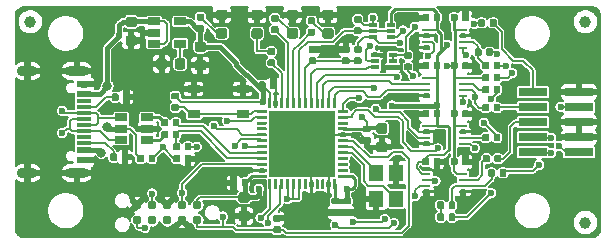
<source format=gbr>
%TF.GenerationSoftware,KiCad,Pcbnew,(5.1.5)-3*%
%TF.CreationDate,2020-08-07T14:40:55+02:00*%
%TF.ProjectId,bmp22,626d7032-322e-46b6-9963-61645f706362,rev?*%
%TF.SameCoordinates,Original*%
%TF.FileFunction,Copper,L1,Top*%
%TF.FilePolarity,Positive*%
%FSLAX46Y46*%
G04 Gerber Fmt 4.6, Leading zero omitted, Abs format (unit mm)*
G04 Created by KiCad (PCBNEW (5.1.5)-3) date 2020-08-07 14:40:55*
%MOMM*%
%LPD*%
G04 APERTURE LIST*
%TA.AperFunction,BGAPad,CuDef*%
%ADD10C,1.000000*%
%TD*%
%TA.AperFunction,SMDPad,CuDef*%
%ADD11R,1.050000X0.650000*%
%TD*%
%TA.AperFunction,SMDPad,CuDef*%
%ADD12R,1.200000X1.400000*%
%TD*%
%TA.AperFunction,SMDPad,CuDef*%
%ADD13R,5.600000X5.600000*%
%TD*%
%TA.AperFunction,SMDPad,CuDef*%
%ADD14C,0.100000*%
%TD*%
%TA.AperFunction,SMDPad,CuDef*%
%ADD15R,1.060000X0.650000*%
%TD*%
%TA.AperFunction,SMDPad,CuDef*%
%ADD16R,0.750000X0.250000*%
%TD*%
%TA.AperFunction,SMDPad,CuDef*%
%ADD17R,0.700000X0.400000*%
%TD*%
%TA.AperFunction,ConnectorPad*%
%ADD18C,0.787400*%
%TD*%
%TA.AperFunction,SMDPad,CuDef*%
%ADD19R,1.160000X0.600000*%
%TD*%
%TA.AperFunction,SMDPad,CuDef*%
%ADD20R,1.160000X0.300000*%
%TD*%
%TA.AperFunction,ComponentPad*%
%ADD21O,1.700000X0.900000*%
%TD*%
%TA.AperFunction,ComponentPad*%
%ADD22O,2.000000X0.900000*%
%TD*%
%TA.AperFunction,SMDPad,CuDef*%
%ADD23R,2.400000X0.740000*%
%TD*%
%TA.AperFunction,ViaPad*%
%ADD24C,0.600000*%
%TD*%
%TA.AperFunction,ViaPad*%
%ADD25C,0.800000*%
%TD*%
%TA.AperFunction,Conductor*%
%ADD26C,0.200000*%
%TD*%
%TA.AperFunction,Conductor*%
%ADD27C,0.400000*%
%TD*%
%TA.AperFunction,Conductor*%
%ADD28C,0.250000*%
%TD*%
%TA.AperFunction,Conductor*%
%ADD29C,0.300000*%
%TD*%
%TA.AperFunction,Conductor*%
%ADD30C,0.150000*%
%TD*%
G04 APERTURE END LIST*
D10*
%TO.P,FID3,*%
%TO.N,*%
X168500000Y-121500000D03*
%TD*%
%TO.P,FID2,*%
%TO.N,*%
X168500000Y-138500000D03*
%TD*%
%TO.P,FID1,*%
%TO.N,*%
X121500000Y-121500000D03*
%TD*%
D11*
%TO.P,SW301,2*%
%TO.N,GND*%
X135339000Y-127195000D03*
X139489000Y-127195000D03*
%TO.P,SW301,1*%
%TO.N,Net-(R310-Pad2)*%
X135339000Y-129345000D03*
X139489000Y-129345000D03*
%TD*%
D12*
%TO.P,Y301,4*%
%TO.N,GND*%
X150788000Y-136482000D03*
%TO.P,Y301,3*%
%TO.N,/Sheet5F25207C/HSE_OUT*%
X150788000Y-134282000D03*
%TO.P,Y301,2*%
%TO.N,GND*%
X152488000Y-134282000D03*
%TO.P,Y301,1*%
%TO.N,/Sheet5F25207C/HSE_IN*%
X152488000Y-136482000D03*
%TD*%
D13*
%TO.P,U302,49*%
%TO.N,GND*%
X144526000Y-131826000D03*
%TA.AperFunction,SMDPad,CuDef*%
D14*
%TO.P,U302,48*%
%TO.N,+3V3*%
G36*
X147344626Y-134826301D02*
G01*
X147350693Y-134827201D01*
X147356643Y-134828691D01*
X147362418Y-134830758D01*
X147367962Y-134833380D01*
X147373223Y-134836533D01*
X147378150Y-134840187D01*
X147382694Y-134844306D01*
X147386813Y-134848850D01*
X147390467Y-134853777D01*
X147393620Y-134859038D01*
X147396242Y-134864582D01*
X147398309Y-134870357D01*
X147399799Y-134876307D01*
X147400699Y-134882374D01*
X147401000Y-134888500D01*
X147401000Y-135638500D01*
X147400699Y-135644626D01*
X147399799Y-135650693D01*
X147398309Y-135656643D01*
X147396242Y-135662418D01*
X147393620Y-135667962D01*
X147390467Y-135673223D01*
X147386813Y-135678150D01*
X147382694Y-135682694D01*
X147378150Y-135686813D01*
X147373223Y-135690467D01*
X147367962Y-135693620D01*
X147362418Y-135696242D01*
X147356643Y-135698309D01*
X147350693Y-135699799D01*
X147344626Y-135700699D01*
X147338500Y-135701000D01*
X147213500Y-135701000D01*
X147207374Y-135700699D01*
X147201307Y-135699799D01*
X147195357Y-135698309D01*
X147189582Y-135696242D01*
X147184038Y-135693620D01*
X147178777Y-135690467D01*
X147173850Y-135686813D01*
X147169306Y-135682694D01*
X147165187Y-135678150D01*
X147161533Y-135673223D01*
X147158380Y-135667962D01*
X147155758Y-135662418D01*
X147153691Y-135656643D01*
X147152201Y-135650693D01*
X147151301Y-135644626D01*
X147151000Y-135638500D01*
X147151000Y-134888500D01*
X147151301Y-134882374D01*
X147152201Y-134876307D01*
X147153691Y-134870357D01*
X147155758Y-134864582D01*
X147158380Y-134859038D01*
X147161533Y-134853777D01*
X147165187Y-134848850D01*
X147169306Y-134844306D01*
X147173850Y-134840187D01*
X147178777Y-134836533D01*
X147184038Y-134833380D01*
X147189582Y-134830758D01*
X147195357Y-134828691D01*
X147201307Y-134827201D01*
X147207374Y-134826301D01*
X147213500Y-134826000D01*
X147338500Y-134826000D01*
X147344626Y-134826301D01*
G37*
%TD.AperFunction*%
%TA.AperFunction,SMDPad,CuDef*%
%TO.P,U302,47*%
%TO.N,GND*%
G36*
X146844626Y-134826301D02*
G01*
X146850693Y-134827201D01*
X146856643Y-134828691D01*
X146862418Y-134830758D01*
X146867962Y-134833380D01*
X146873223Y-134836533D01*
X146878150Y-134840187D01*
X146882694Y-134844306D01*
X146886813Y-134848850D01*
X146890467Y-134853777D01*
X146893620Y-134859038D01*
X146896242Y-134864582D01*
X146898309Y-134870357D01*
X146899799Y-134876307D01*
X146900699Y-134882374D01*
X146901000Y-134888500D01*
X146901000Y-135638500D01*
X146900699Y-135644626D01*
X146899799Y-135650693D01*
X146898309Y-135656643D01*
X146896242Y-135662418D01*
X146893620Y-135667962D01*
X146890467Y-135673223D01*
X146886813Y-135678150D01*
X146882694Y-135682694D01*
X146878150Y-135686813D01*
X146873223Y-135690467D01*
X146867962Y-135693620D01*
X146862418Y-135696242D01*
X146856643Y-135698309D01*
X146850693Y-135699799D01*
X146844626Y-135700699D01*
X146838500Y-135701000D01*
X146713500Y-135701000D01*
X146707374Y-135700699D01*
X146701307Y-135699799D01*
X146695357Y-135698309D01*
X146689582Y-135696242D01*
X146684038Y-135693620D01*
X146678777Y-135690467D01*
X146673850Y-135686813D01*
X146669306Y-135682694D01*
X146665187Y-135678150D01*
X146661533Y-135673223D01*
X146658380Y-135667962D01*
X146655758Y-135662418D01*
X146653691Y-135656643D01*
X146652201Y-135650693D01*
X146651301Y-135644626D01*
X146651000Y-135638500D01*
X146651000Y-134888500D01*
X146651301Y-134882374D01*
X146652201Y-134876307D01*
X146653691Y-134870357D01*
X146655758Y-134864582D01*
X146658380Y-134859038D01*
X146661533Y-134853777D01*
X146665187Y-134848850D01*
X146669306Y-134844306D01*
X146673850Y-134840187D01*
X146678777Y-134836533D01*
X146684038Y-134833380D01*
X146689582Y-134830758D01*
X146695357Y-134828691D01*
X146701307Y-134827201D01*
X146707374Y-134826301D01*
X146713500Y-134826000D01*
X146838500Y-134826000D01*
X146844626Y-134826301D01*
G37*
%TD.AperFunction*%
%TA.AperFunction,SMDPad,CuDef*%
%TO.P,U302,46*%
%TO.N,N/C*%
G36*
X146344626Y-134826301D02*
G01*
X146350693Y-134827201D01*
X146356643Y-134828691D01*
X146362418Y-134830758D01*
X146367962Y-134833380D01*
X146373223Y-134836533D01*
X146378150Y-134840187D01*
X146382694Y-134844306D01*
X146386813Y-134848850D01*
X146390467Y-134853777D01*
X146393620Y-134859038D01*
X146396242Y-134864582D01*
X146398309Y-134870357D01*
X146399799Y-134876307D01*
X146400699Y-134882374D01*
X146401000Y-134888500D01*
X146401000Y-135638500D01*
X146400699Y-135644626D01*
X146399799Y-135650693D01*
X146398309Y-135656643D01*
X146396242Y-135662418D01*
X146393620Y-135667962D01*
X146390467Y-135673223D01*
X146386813Y-135678150D01*
X146382694Y-135682694D01*
X146378150Y-135686813D01*
X146373223Y-135690467D01*
X146367962Y-135693620D01*
X146362418Y-135696242D01*
X146356643Y-135698309D01*
X146350693Y-135699799D01*
X146344626Y-135700699D01*
X146338500Y-135701000D01*
X146213500Y-135701000D01*
X146207374Y-135700699D01*
X146201307Y-135699799D01*
X146195357Y-135698309D01*
X146189582Y-135696242D01*
X146184038Y-135693620D01*
X146178777Y-135690467D01*
X146173850Y-135686813D01*
X146169306Y-135682694D01*
X146165187Y-135678150D01*
X146161533Y-135673223D01*
X146158380Y-135667962D01*
X146155758Y-135662418D01*
X146153691Y-135656643D01*
X146152201Y-135650693D01*
X146151301Y-135644626D01*
X146151000Y-135638500D01*
X146151000Y-134888500D01*
X146151301Y-134882374D01*
X146152201Y-134876307D01*
X146153691Y-134870357D01*
X146155758Y-134864582D01*
X146158380Y-134859038D01*
X146161533Y-134853777D01*
X146165187Y-134848850D01*
X146169306Y-134844306D01*
X146173850Y-134840187D01*
X146178777Y-134836533D01*
X146184038Y-134833380D01*
X146189582Y-134830758D01*
X146195357Y-134828691D01*
X146201307Y-134827201D01*
X146207374Y-134826301D01*
X146213500Y-134826000D01*
X146338500Y-134826000D01*
X146344626Y-134826301D01*
G37*
%TD.AperFunction*%
%TA.AperFunction,SMDPad,CuDef*%
%TO.P,U302,45*%
G36*
X145844626Y-134826301D02*
G01*
X145850693Y-134827201D01*
X145856643Y-134828691D01*
X145862418Y-134830758D01*
X145867962Y-134833380D01*
X145873223Y-134836533D01*
X145878150Y-134840187D01*
X145882694Y-134844306D01*
X145886813Y-134848850D01*
X145890467Y-134853777D01*
X145893620Y-134859038D01*
X145896242Y-134864582D01*
X145898309Y-134870357D01*
X145899799Y-134876307D01*
X145900699Y-134882374D01*
X145901000Y-134888500D01*
X145901000Y-135638500D01*
X145900699Y-135644626D01*
X145899799Y-135650693D01*
X145898309Y-135656643D01*
X145896242Y-135662418D01*
X145893620Y-135667962D01*
X145890467Y-135673223D01*
X145886813Y-135678150D01*
X145882694Y-135682694D01*
X145878150Y-135686813D01*
X145873223Y-135690467D01*
X145867962Y-135693620D01*
X145862418Y-135696242D01*
X145856643Y-135698309D01*
X145850693Y-135699799D01*
X145844626Y-135700699D01*
X145838500Y-135701000D01*
X145713500Y-135701000D01*
X145707374Y-135700699D01*
X145701307Y-135699799D01*
X145695357Y-135698309D01*
X145689582Y-135696242D01*
X145684038Y-135693620D01*
X145678777Y-135690467D01*
X145673850Y-135686813D01*
X145669306Y-135682694D01*
X145665187Y-135678150D01*
X145661533Y-135673223D01*
X145658380Y-135667962D01*
X145655758Y-135662418D01*
X145653691Y-135656643D01*
X145652201Y-135650693D01*
X145651301Y-135644626D01*
X145651000Y-135638500D01*
X145651000Y-134888500D01*
X145651301Y-134882374D01*
X145652201Y-134876307D01*
X145653691Y-134870357D01*
X145655758Y-134864582D01*
X145658380Y-134859038D01*
X145661533Y-134853777D01*
X145665187Y-134848850D01*
X145669306Y-134844306D01*
X145673850Y-134840187D01*
X145678777Y-134836533D01*
X145684038Y-134833380D01*
X145689582Y-134830758D01*
X145695357Y-134828691D01*
X145701307Y-134827201D01*
X145707374Y-134826301D01*
X145713500Y-134826000D01*
X145838500Y-134826000D01*
X145844626Y-134826301D01*
G37*
%TD.AperFunction*%
%TA.AperFunction,SMDPad,CuDef*%
%TO.P,U302,44*%
%TO.N,GND*%
G36*
X145344626Y-134826301D02*
G01*
X145350693Y-134827201D01*
X145356643Y-134828691D01*
X145362418Y-134830758D01*
X145367962Y-134833380D01*
X145373223Y-134836533D01*
X145378150Y-134840187D01*
X145382694Y-134844306D01*
X145386813Y-134848850D01*
X145390467Y-134853777D01*
X145393620Y-134859038D01*
X145396242Y-134864582D01*
X145398309Y-134870357D01*
X145399799Y-134876307D01*
X145400699Y-134882374D01*
X145401000Y-134888500D01*
X145401000Y-135638500D01*
X145400699Y-135644626D01*
X145399799Y-135650693D01*
X145398309Y-135656643D01*
X145396242Y-135662418D01*
X145393620Y-135667962D01*
X145390467Y-135673223D01*
X145386813Y-135678150D01*
X145382694Y-135682694D01*
X145378150Y-135686813D01*
X145373223Y-135690467D01*
X145367962Y-135693620D01*
X145362418Y-135696242D01*
X145356643Y-135698309D01*
X145350693Y-135699799D01*
X145344626Y-135700699D01*
X145338500Y-135701000D01*
X145213500Y-135701000D01*
X145207374Y-135700699D01*
X145201307Y-135699799D01*
X145195357Y-135698309D01*
X145189582Y-135696242D01*
X145184038Y-135693620D01*
X145178777Y-135690467D01*
X145173850Y-135686813D01*
X145169306Y-135682694D01*
X145165187Y-135678150D01*
X145161533Y-135673223D01*
X145158380Y-135667962D01*
X145155758Y-135662418D01*
X145153691Y-135656643D01*
X145152201Y-135650693D01*
X145151301Y-135644626D01*
X145151000Y-135638500D01*
X145151000Y-134888500D01*
X145151301Y-134882374D01*
X145152201Y-134876307D01*
X145153691Y-134870357D01*
X145155758Y-134864582D01*
X145158380Y-134859038D01*
X145161533Y-134853777D01*
X145165187Y-134848850D01*
X145169306Y-134844306D01*
X145173850Y-134840187D01*
X145178777Y-134836533D01*
X145184038Y-134833380D01*
X145189582Y-134830758D01*
X145195357Y-134828691D01*
X145201307Y-134827201D01*
X145207374Y-134826301D01*
X145213500Y-134826000D01*
X145338500Y-134826000D01*
X145344626Y-134826301D01*
G37*
%TD.AperFunction*%
%TA.AperFunction,SMDPad,CuDef*%
%TO.P,U302,43*%
%TO.N,N/C*%
G36*
X144844626Y-134826301D02*
G01*
X144850693Y-134827201D01*
X144856643Y-134828691D01*
X144862418Y-134830758D01*
X144867962Y-134833380D01*
X144873223Y-134836533D01*
X144878150Y-134840187D01*
X144882694Y-134844306D01*
X144886813Y-134848850D01*
X144890467Y-134853777D01*
X144893620Y-134859038D01*
X144896242Y-134864582D01*
X144898309Y-134870357D01*
X144899799Y-134876307D01*
X144900699Y-134882374D01*
X144901000Y-134888500D01*
X144901000Y-135638500D01*
X144900699Y-135644626D01*
X144899799Y-135650693D01*
X144898309Y-135656643D01*
X144896242Y-135662418D01*
X144893620Y-135667962D01*
X144890467Y-135673223D01*
X144886813Y-135678150D01*
X144882694Y-135682694D01*
X144878150Y-135686813D01*
X144873223Y-135690467D01*
X144867962Y-135693620D01*
X144862418Y-135696242D01*
X144856643Y-135698309D01*
X144850693Y-135699799D01*
X144844626Y-135700699D01*
X144838500Y-135701000D01*
X144713500Y-135701000D01*
X144707374Y-135700699D01*
X144701307Y-135699799D01*
X144695357Y-135698309D01*
X144689582Y-135696242D01*
X144684038Y-135693620D01*
X144678777Y-135690467D01*
X144673850Y-135686813D01*
X144669306Y-135682694D01*
X144665187Y-135678150D01*
X144661533Y-135673223D01*
X144658380Y-135667962D01*
X144655758Y-135662418D01*
X144653691Y-135656643D01*
X144652201Y-135650693D01*
X144651301Y-135644626D01*
X144651000Y-135638500D01*
X144651000Y-134888500D01*
X144651301Y-134882374D01*
X144652201Y-134876307D01*
X144653691Y-134870357D01*
X144655758Y-134864582D01*
X144658380Y-134859038D01*
X144661533Y-134853777D01*
X144665187Y-134848850D01*
X144669306Y-134844306D01*
X144673850Y-134840187D01*
X144678777Y-134836533D01*
X144684038Y-134833380D01*
X144689582Y-134830758D01*
X144695357Y-134828691D01*
X144701307Y-134827201D01*
X144707374Y-134826301D01*
X144713500Y-134826000D01*
X144838500Y-134826000D01*
X144844626Y-134826301D01*
G37*
%TD.AperFunction*%
%TA.AperFunction,SMDPad,CuDef*%
%TO.P,U302,42*%
%TO.N,+3V3*%
G36*
X144344626Y-134826301D02*
G01*
X144350693Y-134827201D01*
X144356643Y-134828691D01*
X144362418Y-134830758D01*
X144367962Y-134833380D01*
X144373223Y-134836533D01*
X144378150Y-134840187D01*
X144382694Y-134844306D01*
X144386813Y-134848850D01*
X144390467Y-134853777D01*
X144393620Y-134859038D01*
X144396242Y-134864582D01*
X144398309Y-134870357D01*
X144399799Y-134876307D01*
X144400699Y-134882374D01*
X144401000Y-134888500D01*
X144401000Y-135638500D01*
X144400699Y-135644626D01*
X144399799Y-135650693D01*
X144398309Y-135656643D01*
X144396242Y-135662418D01*
X144393620Y-135667962D01*
X144390467Y-135673223D01*
X144386813Y-135678150D01*
X144382694Y-135682694D01*
X144378150Y-135686813D01*
X144373223Y-135690467D01*
X144367962Y-135693620D01*
X144362418Y-135696242D01*
X144356643Y-135698309D01*
X144350693Y-135699799D01*
X144344626Y-135700699D01*
X144338500Y-135701000D01*
X144213500Y-135701000D01*
X144207374Y-135700699D01*
X144201307Y-135699799D01*
X144195357Y-135698309D01*
X144189582Y-135696242D01*
X144184038Y-135693620D01*
X144178777Y-135690467D01*
X144173850Y-135686813D01*
X144169306Y-135682694D01*
X144165187Y-135678150D01*
X144161533Y-135673223D01*
X144158380Y-135667962D01*
X144155758Y-135662418D01*
X144153691Y-135656643D01*
X144152201Y-135650693D01*
X144151301Y-135644626D01*
X144151000Y-135638500D01*
X144151000Y-134888500D01*
X144151301Y-134882374D01*
X144152201Y-134876307D01*
X144153691Y-134870357D01*
X144155758Y-134864582D01*
X144158380Y-134859038D01*
X144161533Y-134853777D01*
X144165187Y-134848850D01*
X144169306Y-134844306D01*
X144173850Y-134840187D01*
X144178777Y-134836533D01*
X144184038Y-134833380D01*
X144189582Y-134830758D01*
X144195357Y-134828691D01*
X144201307Y-134827201D01*
X144207374Y-134826301D01*
X144213500Y-134826000D01*
X144338500Y-134826000D01*
X144344626Y-134826301D01*
G37*
%TD.AperFunction*%
%TA.AperFunction,SMDPad,CuDef*%
%TO.P,U302,41*%
G36*
X143844626Y-134826301D02*
G01*
X143850693Y-134827201D01*
X143856643Y-134828691D01*
X143862418Y-134830758D01*
X143867962Y-134833380D01*
X143873223Y-134836533D01*
X143878150Y-134840187D01*
X143882694Y-134844306D01*
X143886813Y-134848850D01*
X143890467Y-134853777D01*
X143893620Y-134859038D01*
X143896242Y-134864582D01*
X143898309Y-134870357D01*
X143899799Y-134876307D01*
X143900699Y-134882374D01*
X143901000Y-134888500D01*
X143901000Y-135638500D01*
X143900699Y-135644626D01*
X143899799Y-135650693D01*
X143898309Y-135656643D01*
X143896242Y-135662418D01*
X143893620Y-135667962D01*
X143890467Y-135673223D01*
X143886813Y-135678150D01*
X143882694Y-135682694D01*
X143878150Y-135686813D01*
X143873223Y-135690467D01*
X143867962Y-135693620D01*
X143862418Y-135696242D01*
X143856643Y-135698309D01*
X143850693Y-135699799D01*
X143844626Y-135700699D01*
X143838500Y-135701000D01*
X143713500Y-135701000D01*
X143707374Y-135700699D01*
X143701307Y-135699799D01*
X143695357Y-135698309D01*
X143689582Y-135696242D01*
X143684038Y-135693620D01*
X143678777Y-135690467D01*
X143673850Y-135686813D01*
X143669306Y-135682694D01*
X143665187Y-135678150D01*
X143661533Y-135673223D01*
X143658380Y-135667962D01*
X143655758Y-135662418D01*
X143653691Y-135656643D01*
X143652201Y-135650693D01*
X143651301Y-135644626D01*
X143651000Y-135638500D01*
X143651000Y-134888500D01*
X143651301Y-134882374D01*
X143652201Y-134876307D01*
X143653691Y-134870357D01*
X143655758Y-134864582D01*
X143658380Y-134859038D01*
X143661533Y-134853777D01*
X143665187Y-134848850D01*
X143669306Y-134844306D01*
X143673850Y-134840187D01*
X143678777Y-134836533D01*
X143684038Y-134833380D01*
X143689582Y-134830758D01*
X143695357Y-134828691D01*
X143701307Y-134827201D01*
X143707374Y-134826301D01*
X143713500Y-134826000D01*
X143838500Y-134826000D01*
X143844626Y-134826301D01*
G37*
%TD.AperFunction*%
%TA.AperFunction,SMDPad,CuDef*%
%TO.P,U302,40*%
G36*
X143344626Y-134826301D02*
G01*
X143350693Y-134827201D01*
X143356643Y-134828691D01*
X143362418Y-134830758D01*
X143367962Y-134833380D01*
X143373223Y-134836533D01*
X143378150Y-134840187D01*
X143382694Y-134844306D01*
X143386813Y-134848850D01*
X143390467Y-134853777D01*
X143393620Y-134859038D01*
X143396242Y-134864582D01*
X143398309Y-134870357D01*
X143399799Y-134876307D01*
X143400699Y-134882374D01*
X143401000Y-134888500D01*
X143401000Y-135638500D01*
X143400699Y-135644626D01*
X143399799Y-135650693D01*
X143398309Y-135656643D01*
X143396242Y-135662418D01*
X143393620Y-135667962D01*
X143390467Y-135673223D01*
X143386813Y-135678150D01*
X143382694Y-135682694D01*
X143378150Y-135686813D01*
X143373223Y-135690467D01*
X143367962Y-135693620D01*
X143362418Y-135696242D01*
X143356643Y-135698309D01*
X143350693Y-135699799D01*
X143344626Y-135700699D01*
X143338500Y-135701000D01*
X143213500Y-135701000D01*
X143207374Y-135700699D01*
X143201307Y-135699799D01*
X143195357Y-135698309D01*
X143189582Y-135696242D01*
X143184038Y-135693620D01*
X143178777Y-135690467D01*
X143173850Y-135686813D01*
X143169306Y-135682694D01*
X143165187Y-135678150D01*
X143161533Y-135673223D01*
X143158380Y-135667962D01*
X143155758Y-135662418D01*
X143153691Y-135656643D01*
X143152201Y-135650693D01*
X143151301Y-135644626D01*
X143151000Y-135638500D01*
X143151000Y-134888500D01*
X143151301Y-134882374D01*
X143152201Y-134876307D01*
X143153691Y-134870357D01*
X143155758Y-134864582D01*
X143158380Y-134859038D01*
X143161533Y-134853777D01*
X143165187Y-134848850D01*
X143169306Y-134844306D01*
X143173850Y-134840187D01*
X143178777Y-134836533D01*
X143184038Y-134833380D01*
X143189582Y-134830758D01*
X143195357Y-134828691D01*
X143201307Y-134827201D01*
X143207374Y-134826301D01*
X143213500Y-134826000D01*
X143338500Y-134826000D01*
X143344626Y-134826301D01*
G37*
%TD.AperFunction*%
%TA.AperFunction,SMDPad,CuDef*%
%TO.P,U302,39*%
%TO.N,/Sheet5F25207C/TRACESWO*%
G36*
X142844626Y-134826301D02*
G01*
X142850693Y-134827201D01*
X142856643Y-134828691D01*
X142862418Y-134830758D01*
X142867962Y-134833380D01*
X142873223Y-134836533D01*
X142878150Y-134840187D01*
X142882694Y-134844306D01*
X142886813Y-134848850D01*
X142890467Y-134853777D01*
X142893620Y-134859038D01*
X142896242Y-134864582D01*
X142898309Y-134870357D01*
X142899799Y-134876307D01*
X142900699Y-134882374D01*
X142901000Y-134888500D01*
X142901000Y-135638500D01*
X142900699Y-135644626D01*
X142899799Y-135650693D01*
X142898309Y-135656643D01*
X142896242Y-135662418D01*
X142893620Y-135667962D01*
X142890467Y-135673223D01*
X142886813Y-135678150D01*
X142882694Y-135682694D01*
X142878150Y-135686813D01*
X142873223Y-135690467D01*
X142867962Y-135693620D01*
X142862418Y-135696242D01*
X142856643Y-135698309D01*
X142850693Y-135699799D01*
X142844626Y-135700699D01*
X142838500Y-135701000D01*
X142713500Y-135701000D01*
X142707374Y-135700699D01*
X142701307Y-135699799D01*
X142695357Y-135698309D01*
X142689582Y-135696242D01*
X142684038Y-135693620D01*
X142678777Y-135690467D01*
X142673850Y-135686813D01*
X142669306Y-135682694D01*
X142665187Y-135678150D01*
X142661533Y-135673223D01*
X142658380Y-135667962D01*
X142655758Y-135662418D01*
X142653691Y-135656643D01*
X142652201Y-135650693D01*
X142651301Y-135644626D01*
X142651000Y-135638500D01*
X142651000Y-134888500D01*
X142651301Y-134882374D01*
X142652201Y-134876307D01*
X142653691Y-134870357D01*
X142655758Y-134864582D01*
X142658380Y-134859038D01*
X142661533Y-134853777D01*
X142665187Y-134848850D01*
X142669306Y-134844306D01*
X142673850Y-134840187D01*
X142678777Y-134836533D01*
X142684038Y-134833380D01*
X142689582Y-134830758D01*
X142695357Y-134828691D01*
X142701307Y-134827201D01*
X142707374Y-134826301D01*
X142713500Y-134826000D01*
X142838500Y-134826000D01*
X142844626Y-134826301D01*
G37*
%TD.AperFunction*%
%TA.AperFunction,SMDPad,CuDef*%
%TO.P,U302,38*%
%TO.N,N/C*%
G36*
X142344626Y-134826301D02*
G01*
X142350693Y-134827201D01*
X142356643Y-134828691D01*
X142362418Y-134830758D01*
X142367962Y-134833380D01*
X142373223Y-134836533D01*
X142378150Y-134840187D01*
X142382694Y-134844306D01*
X142386813Y-134848850D01*
X142390467Y-134853777D01*
X142393620Y-134859038D01*
X142396242Y-134864582D01*
X142398309Y-134870357D01*
X142399799Y-134876307D01*
X142400699Y-134882374D01*
X142401000Y-134888500D01*
X142401000Y-135638500D01*
X142400699Y-135644626D01*
X142399799Y-135650693D01*
X142398309Y-135656643D01*
X142396242Y-135662418D01*
X142393620Y-135667962D01*
X142390467Y-135673223D01*
X142386813Y-135678150D01*
X142382694Y-135682694D01*
X142378150Y-135686813D01*
X142373223Y-135690467D01*
X142367962Y-135693620D01*
X142362418Y-135696242D01*
X142356643Y-135698309D01*
X142350693Y-135699799D01*
X142344626Y-135700699D01*
X142338500Y-135701000D01*
X142213500Y-135701000D01*
X142207374Y-135700699D01*
X142201307Y-135699799D01*
X142195357Y-135698309D01*
X142189582Y-135696242D01*
X142184038Y-135693620D01*
X142178777Y-135690467D01*
X142173850Y-135686813D01*
X142169306Y-135682694D01*
X142165187Y-135678150D01*
X142161533Y-135673223D01*
X142158380Y-135667962D01*
X142155758Y-135662418D01*
X142153691Y-135656643D01*
X142152201Y-135650693D01*
X142151301Y-135644626D01*
X142151000Y-135638500D01*
X142151000Y-134888500D01*
X142151301Y-134882374D01*
X142152201Y-134876307D01*
X142153691Y-134870357D01*
X142155758Y-134864582D01*
X142158380Y-134859038D01*
X142161533Y-134853777D01*
X142165187Y-134848850D01*
X142169306Y-134844306D01*
X142173850Y-134840187D01*
X142178777Y-134836533D01*
X142184038Y-134833380D01*
X142189582Y-134830758D01*
X142195357Y-134828691D01*
X142201307Y-134827201D01*
X142207374Y-134826301D01*
X142213500Y-134826000D01*
X142338500Y-134826000D01*
X142344626Y-134826301D01*
G37*
%TD.AperFunction*%
%TA.AperFunction,SMDPad,CuDef*%
%TO.P,U302,37*%
%TO.N,/Sheet5F25207C/SWDCLK*%
G36*
X141844626Y-134826301D02*
G01*
X141850693Y-134827201D01*
X141856643Y-134828691D01*
X141862418Y-134830758D01*
X141867962Y-134833380D01*
X141873223Y-134836533D01*
X141878150Y-134840187D01*
X141882694Y-134844306D01*
X141886813Y-134848850D01*
X141890467Y-134853777D01*
X141893620Y-134859038D01*
X141896242Y-134864582D01*
X141898309Y-134870357D01*
X141899799Y-134876307D01*
X141900699Y-134882374D01*
X141901000Y-134888500D01*
X141901000Y-135638500D01*
X141900699Y-135644626D01*
X141899799Y-135650693D01*
X141898309Y-135656643D01*
X141896242Y-135662418D01*
X141893620Y-135667962D01*
X141890467Y-135673223D01*
X141886813Y-135678150D01*
X141882694Y-135682694D01*
X141878150Y-135686813D01*
X141873223Y-135690467D01*
X141867962Y-135693620D01*
X141862418Y-135696242D01*
X141856643Y-135698309D01*
X141850693Y-135699799D01*
X141844626Y-135700699D01*
X141838500Y-135701000D01*
X141713500Y-135701000D01*
X141707374Y-135700699D01*
X141701307Y-135699799D01*
X141695357Y-135698309D01*
X141689582Y-135696242D01*
X141684038Y-135693620D01*
X141678777Y-135690467D01*
X141673850Y-135686813D01*
X141669306Y-135682694D01*
X141665187Y-135678150D01*
X141661533Y-135673223D01*
X141658380Y-135667962D01*
X141655758Y-135662418D01*
X141653691Y-135656643D01*
X141652201Y-135650693D01*
X141651301Y-135644626D01*
X141651000Y-135638500D01*
X141651000Y-134888500D01*
X141651301Y-134882374D01*
X141652201Y-134876307D01*
X141653691Y-134870357D01*
X141655758Y-134864582D01*
X141658380Y-134859038D01*
X141661533Y-134853777D01*
X141665187Y-134848850D01*
X141669306Y-134844306D01*
X141673850Y-134840187D01*
X141678777Y-134836533D01*
X141684038Y-134833380D01*
X141689582Y-134830758D01*
X141695357Y-134828691D01*
X141701307Y-134827201D01*
X141707374Y-134826301D01*
X141713500Y-134826000D01*
X141838500Y-134826000D01*
X141844626Y-134826301D01*
G37*
%TD.AperFunction*%
%TA.AperFunction,SMDPad,CuDef*%
%TO.P,U302,36*%
%TO.N,+3V3*%
G36*
X141469626Y-134451301D02*
G01*
X141475693Y-134452201D01*
X141481643Y-134453691D01*
X141487418Y-134455758D01*
X141492962Y-134458380D01*
X141498223Y-134461533D01*
X141503150Y-134465187D01*
X141507694Y-134469306D01*
X141511813Y-134473850D01*
X141515467Y-134478777D01*
X141518620Y-134484038D01*
X141521242Y-134489582D01*
X141523309Y-134495357D01*
X141524799Y-134501307D01*
X141525699Y-134507374D01*
X141526000Y-134513500D01*
X141526000Y-134638500D01*
X141525699Y-134644626D01*
X141524799Y-134650693D01*
X141523309Y-134656643D01*
X141521242Y-134662418D01*
X141518620Y-134667962D01*
X141515467Y-134673223D01*
X141511813Y-134678150D01*
X141507694Y-134682694D01*
X141503150Y-134686813D01*
X141498223Y-134690467D01*
X141492962Y-134693620D01*
X141487418Y-134696242D01*
X141481643Y-134698309D01*
X141475693Y-134699799D01*
X141469626Y-134700699D01*
X141463500Y-134701000D01*
X140713500Y-134701000D01*
X140707374Y-134700699D01*
X140701307Y-134699799D01*
X140695357Y-134698309D01*
X140689582Y-134696242D01*
X140684038Y-134693620D01*
X140678777Y-134690467D01*
X140673850Y-134686813D01*
X140669306Y-134682694D01*
X140665187Y-134678150D01*
X140661533Y-134673223D01*
X140658380Y-134667962D01*
X140655758Y-134662418D01*
X140653691Y-134656643D01*
X140652201Y-134650693D01*
X140651301Y-134644626D01*
X140651000Y-134638500D01*
X140651000Y-134513500D01*
X140651301Y-134507374D01*
X140652201Y-134501307D01*
X140653691Y-134495357D01*
X140655758Y-134489582D01*
X140658380Y-134484038D01*
X140661533Y-134478777D01*
X140665187Y-134473850D01*
X140669306Y-134469306D01*
X140673850Y-134465187D01*
X140678777Y-134461533D01*
X140684038Y-134458380D01*
X140689582Y-134455758D01*
X140695357Y-134453691D01*
X140701307Y-134452201D01*
X140707374Y-134451301D01*
X140713500Y-134451000D01*
X141463500Y-134451000D01*
X141469626Y-134451301D01*
G37*
%TD.AperFunction*%
%TA.AperFunction,SMDPad,CuDef*%
%TO.P,U302,35*%
%TO.N,GND*%
G36*
X141469626Y-133951301D02*
G01*
X141475693Y-133952201D01*
X141481643Y-133953691D01*
X141487418Y-133955758D01*
X141492962Y-133958380D01*
X141498223Y-133961533D01*
X141503150Y-133965187D01*
X141507694Y-133969306D01*
X141511813Y-133973850D01*
X141515467Y-133978777D01*
X141518620Y-133984038D01*
X141521242Y-133989582D01*
X141523309Y-133995357D01*
X141524799Y-134001307D01*
X141525699Y-134007374D01*
X141526000Y-134013500D01*
X141526000Y-134138500D01*
X141525699Y-134144626D01*
X141524799Y-134150693D01*
X141523309Y-134156643D01*
X141521242Y-134162418D01*
X141518620Y-134167962D01*
X141515467Y-134173223D01*
X141511813Y-134178150D01*
X141507694Y-134182694D01*
X141503150Y-134186813D01*
X141498223Y-134190467D01*
X141492962Y-134193620D01*
X141487418Y-134196242D01*
X141481643Y-134198309D01*
X141475693Y-134199799D01*
X141469626Y-134200699D01*
X141463500Y-134201000D01*
X140713500Y-134201000D01*
X140707374Y-134200699D01*
X140701307Y-134199799D01*
X140695357Y-134198309D01*
X140689582Y-134196242D01*
X140684038Y-134193620D01*
X140678777Y-134190467D01*
X140673850Y-134186813D01*
X140669306Y-134182694D01*
X140665187Y-134178150D01*
X140661533Y-134173223D01*
X140658380Y-134167962D01*
X140655758Y-134162418D01*
X140653691Y-134156643D01*
X140652201Y-134150693D01*
X140651301Y-134144626D01*
X140651000Y-134138500D01*
X140651000Y-134013500D01*
X140651301Y-134007374D01*
X140652201Y-134001307D01*
X140653691Y-133995357D01*
X140655758Y-133989582D01*
X140658380Y-133984038D01*
X140661533Y-133978777D01*
X140665187Y-133973850D01*
X140669306Y-133969306D01*
X140673850Y-133965187D01*
X140678777Y-133961533D01*
X140684038Y-133958380D01*
X140689582Y-133955758D01*
X140695357Y-133953691D01*
X140701307Y-133952201D01*
X140707374Y-133951301D01*
X140713500Y-133951000D01*
X141463500Y-133951000D01*
X141469626Y-133951301D01*
G37*
%TD.AperFunction*%
%TA.AperFunction,SMDPad,CuDef*%
%TO.P,U302,34*%
%TO.N,/Sheet5F25207C/SDWIO*%
G36*
X141469626Y-133451301D02*
G01*
X141475693Y-133452201D01*
X141481643Y-133453691D01*
X141487418Y-133455758D01*
X141492962Y-133458380D01*
X141498223Y-133461533D01*
X141503150Y-133465187D01*
X141507694Y-133469306D01*
X141511813Y-133473850D01*
X141515467Y-133478777D01*
X141518620Y-133484038D01*
X141521242Y-133489582D01*
X141523309Y-133495357D01*
X141524799Y-133501307D01*
X141525699Y-133507374D01*
X141526000Y-133513500D01*
X141526000Y-133638500D01*
X141525699Y-133644626D01*
X141524799Y-133650693D01*
X141523309Y-133656643D01*
X141521242Y-133662418D01*
X141518620Y-133667962D01*
X141515467Y-133673223D01*
X141511813Y-133678150D01*
X141507694Y-133682694D01*
X141503150Y-133686813D01*
X141498223Y-133690467D01*
X141492962Y-133693620D01*
X141487418Y-133696242D01*
X141481643Y-133698309D01*
X141475693Y-133699799D01*
X141469626Y-133700699D01*
X141463500Y-133701000D01*
X140713500Y-133701000D01*
X140707374Y-133700699D01*
X140701307Y-133699799D01*
X140695357Y-133698309D01*
X140689582Y-133696242D01*
X140684038Y-133693620D01*
X140678777Y-133690467D01*
X140673850Y-133686813D01*
X140669306Y-133682694D01*
X140665187Y-133678150D01*
X140661533Y-133673223D01*
X140658380Y-133667962D01*
X140655758Y-133662418D01*
X140653691Y-133656643D01*
X140652201Y-133650693D01*
X140651301Y-133644626D01*
X140651000Y-133638500D01*
X140651000Y-133513500D01*
X140651301Y-133507374D01*
X140652201Y-133501307D01*
X140653691Y-133495357D01*
X140655758Y-133489582D01*
X140658380Y-133484038D01*
X140661533Y-133478777D01*
X140665187Y-133473850D01*
X140669306Y-133469306D01*
X140673850Y-133465187D01*
X140678777Y-133461533D01*
X140684038Y-133458380D01*
X140689582Y-133455758D01*
X140695357Y-133453691D01*
X140701307Y-133452201D01*
X140707374Y-133451301D01*
X140713500Y-133451000D01*
X141463500Y-133451000D01*
X141469626Y-133451301D01*
G37*
%TD.AperFunction*%
%TA.AperFunction,SMDPad,CuDef*%
%TO.P,U302,33*%
%TO.N,/Sheet5F25207C/USB_P*%
G36*
X141469626Y-132951301D02*
G01*
X141475693Y-132952201D01*
X141481643Y-132953691D01*
X141487418Y-132955758D01*
X141492962Y-132958380D01*
X141498223Y-132961533D01*
X141503150Y-132965187D01*
X141507694Y-132969306D01*
X141511813Y-132973850D01*
X141515467Y-132978777D01*
X141518620Y-132984038D01*
X141521242Y-132989582D01*
X141523309Y-132995357D01*
X141524799Y-133001307D01*
X141525699Y-133007374D01*
X141526000Y-133013500D01*
X141526000Y-133138500D01*
X141525699Y-133144626D01*
X141524799Y-133150693D01*
X141523309Y-133156643D01*
X141521242Y-133162418D01*
X141518620Y-133167962D01*
X141515467Y-133173223D01*
X141511813Y-133178150D01*
X141507694Y-133182694D01*
X141503150Y-133186813D01*
X141498223Y-133190467D01*
X141492962Y-133193620D01*
X141487418Y-133196242D01*
X141481643Y-133198309D01*
X141475693Y-133199799D01*
X141469626Y-133200699D01*
X141463500Y-133201000D01*
X140713500Y-133201000D01*
X140707374Y-133200699D01*
X140701307Y-133199799D01*
X140695357Y-133198309D01*
X140689582Y-133196242D01*
X140684038Y-133193620D01*
X140678777Y-133190467D01*
X140673850Y-133186813D01*
X140669306Y-133182694D01*
X140665187Y-133178150D01*
X140661533Y-133173223D01*
X140658380Y-133167962D01*
X140655758Y-133162418D01*
X140653691Y-133156643D01*
X140652201Y-133150693D01*
X140651301Y-133144626D01*
X140651000Y-133138500D01*
X140651000Y-133013500D01*
X140651301Y-133007374D01*
X140652201Y-133001307D01*
X140653691Y-132995357D01*
X140655758Y-132989582D01*
X140658380Y-132984038D01*
X140661533Y-132978777D01*
X140665187Y-132973850D01*
X140669306Y-132969306D01*
X140673850Y-132965187D01*
X140678777Y-132961533D01*
X140684038Y-132958380D01*
X140689582Y-132955758D01*
X140695357Y-132953691D01*
X140701307Y-132952201D01*
X140707374Y-132951301D01*
X140713500Y-132951000D01*
X141463500Y-132951000D01*
X141469626Y-132951301D01*
G37*
%TD.AperFunction*%
%TA.AperFunction,SMDPad,CuDef*%
%TO.P,U302,32*%
%TO.N,/Sheet5F25207C/USB_N*%
G36*
X141469626Y-132451301D02*
G01*
X141475693Y-132452201D01*
X141481643Y-132453691D01*
X141487418Y-132455758D01*
X141492962Y-132458380D01*
X141498223Y-132461533D01*
X141503150Y-132465187D01*
X141507694Y-132469306D01*
X141511813Y-132473850D01*
X141515467Y-132478777D01*
X141518620Y-132484038D01*
X141521242Y-132489582D01*
X141523309Y-132495357D01*
X141524799Y-132501307D01*
X141525699Y-132507374D01*
X141526000Y-132513500D01*
X141526000Y-132638500D01*
X141525699Y-132644626D01*
X141524799Y-132650693D01*
X141523309Y-132656643D01*
X141521242Y-132662418D01*
X141518620Y-132667962D01*
X141515467Y-132673223D01*
X141511813Y-132678150D01*
X141507694Y-132682694D01*
X141503150Y-132686813D01*
X141498223Y-132690467D01*
X141492962Y-132693620D01*
X141487418Y-132696242D01*
X141481643Y-132698309D01*
X141475693Y-132699799D01*
X141469626Y-132700699D01*
X141463500Y-132701000D01*
X140713500Y-132701000D01*
X140707374Y-132700699D01*
X140701307Y-132699799D01*
X140695357Y-132698309D01*
X140689582Y-132696242D01*
X140684038Y-132693620D01*
X140678777Y-132690467D01*
X140673850Y-132686813D01*
X140669306Y-132682694D01*
X140665187Y-132678150D01*
X140661533Y-132673223D01*
X140658380Y-132667962D01*
X140655758Y-132662418D01*
X140653691Y-132656643D01*
X140652201Y-132650693D01*
X140651301Y-132644626D01*
X140651000Y-132638500D01*
X140651000Y-132513500D01*
X140651301Y-132507374D01*
X140652201Y-132501307D01*
X140653691Y-132495357D01*
X140655758Y-132489582D01*
X140658380Y-132484038D01*
X140661533Y-132478777D01*
X140665187Y-132473850D01*
X140669306Y-132469306D01*
X140673850Y-132465187D01*
X140678777Y-132461533D01*
X140684038Y-132458380D01*
X140689582Y-132455758D01*
X140695357Y-132453691D01*
X140701307Y-132452201D01*
X140707374Y-132451301D01*
X140713500Y-132451000D01*
X141463500Y-132451000D01*
X141469626Y-132451301D01*
G37*
%TD.AperFunction*%
%TA.AperFunction,SMDPad,CuDef*%
%TO.P,U302,31*%
%TO.N,iRXD*%
G36*
X141469626Y-131951301D02*
G01*
X141475693Y-131952201D01*
X141481643Y-131953691D01*
X141487418Y-131955758D01*
X141492962Y-131958380D01*
X141498223Y-131961533D01*
X141503150Y-131965187D01*
X141507694Y-131969306D01*
X141511813Y-131973850D01*
X141515467Y-131978777D01*
X141518620Y-131984038D01*
X141521242Y-131989582D01*
X141523309Y-131995357D01*
X141524799Y-132001307D01*
X141525699Y-132007374D01*
X141526000Y-132013500D01*
X141526000Y-132138500D01*
X141525699Y-132144626D01*
X141524799Y-132150693D01*
X141523309Y-132156643D01*
X141521242Y-132162418D01*
X141518620Y-132167962D01*
X141515467Y-132173223D01*
X141511813Y-132178150D01*
X141507694Y-132182694D01*
X141503150Y-132186813D01*
X141498223Y-132190467D01*
X141492962Y-132193620D01*
X141487418Y-132196242D01*
X141481643Y-132198309D01*
X141475693Y-132199799D01*
X141469626Y-132200699D01*
X141463500Y-132201000D01*
X140713500Y-132201000D01*
X140707374Y-132200699D01*
X140701307Y-132199799D01*
X140695357Y-132198309D01*
X140689582Y-132196242D01*
X140684038Y-132193620D01*
X140678777Y-132190467D01*
X140673850Y-132186813D01*
X140669306Y-132182694D01*
X140665187Y-132178150D01*
X140661533Y-132173223D01*
X140658380Y-132167962D01*
X140655758Y-132162418D01*
X140653691Y-132156643D01*
X140652201Y-132150693D01*
X140651301Y-132144626D01*
X140651000Y-132138500D01*
X140651000Y-132013500D01*
X140651301Y-132007374D01*
X140652201Y-132001307D01*
X140653691Y-131995357D01*
X140655758Y-131989582D01*
X140658380Y-131984038D01*
X140661533Y-131978777D01*
X140665187Y-131973850D01*
X140669306Y-131969306D01*
X140673850Y-131965187D01*
X140678777Y-131961533D01*
X140684038Y-131958380D01*
X140689582Y-131955758D01*
X140695357Y-131953691D01*
X140701307Y-131952201D01*
X140707374Y-131951301D01*
X140713500Y-131951000D01*
X141463500Y-131951000D01*
X141469626Y-131951301D01*
G37*
%TD.AperFunction*%
%TA.AperFunction,SMDPad,CuDef*%
%TO.P,U302,30*%
%TO.N,iTXD*%
G36*
X141469626Y-131451301D02*
G01*
X141475693Y-131452201D01*
X141481643Y-131453691D01*
X141487418Y-131455758D01*
X141492962Y-131458380D01*
X141498223Y-131461533D01*
X141503150Y-131465187D01*
X141507694Y-131469306D01*
X141511813Y-131473850D01*
X141515467Y-131478777D01*
X141518620Y-131484038D01*
X141521242Y-131489582D01*
X141523309Y-131495357D01*
X141524799Y-131501307D01*
X141525699Y-131507374D01*
X141526000Y-131513500D01*
X141526000Y-131638500D01*
X141525699Y-131644626D01*
X141524799Y-131650693D01*
X141523309Y-131656643D01*
X141521242Y-131662418D01*
X141518620Y-131667962D01*
X141515467Y-131673223D01*
X141511813Y-131678150D01*
X141507694Y-131682694D01*
X141503150Y-131686813D01*
X141498223Y-131690467D01*
X141492962Y-131693620D01*
X141487418Y-131696242D01*
X141481643Y-131698309D01*
X141475693Y-131699799D01*
X141469626Y-131700699D01*
X141463500Y-131701000D01*
X140713500Y-131701000D01*
X140707374Y-131700699D01*
X140701307Y-131699799D01*
X140695357Y-131698309D01*
X140689582Y-131696242D01*
X140684038Y-131693620D01*
X140678777Y-131690467D01*
X140673850Y-131686813D01*
X140669306Y-131682694D01*
X140665187Y-131678150D01*
X140661533Y-131673223D01*
X140658380Y-131667962D01*
X140655758Y-131662418D01*
X140653691Y-131656643D01*
X140652201Y-131650693D01*
X140651301Y-131644626D01*
X140651000Y-131638500D01*
X140651000Y-131513500D01*
X140651301Y-131507374D01*
X140652201Y-131501307D01*
X140653691Y-131495357D01*
X140655758Y-131489582D01*
X140658380Y-131484038D01*
X140661533Y-131478777D01*
X140665187Y-131473850D01*
X140669306Y-131469306D01*
X140673850Y-131465187D01*
X140678777Y-131461533D01*
X140684038Y-131458380D01*
X140689582Y-131455758D01*
X140695357Y-131453691D01*
X140701307Y-131452201D01*
X140707374Y-131451301D01*
X140713500Y-131451000D01*
X141463500Y-131451000D01*
X141469626Y-131451301D01*
G37*
%TD.AperFunction*%
%TA.AperFunction,SMDPad,CuDef*%
%TO.P,U302,29*%
%TO.N,Net-(R309-Pad2)*%
G36*
X141469626Y-130951301D02*
G01*
X141475693Y-130952201D01*
X141481643Y-130953691D01*
X141487418Y-130955758D01*
X141492962Y-130958380D01*
X141498223Y-130961533D01*
X141503150Y-130965187D01*
X141507694Y-130969306D01*
X141511813Y-130973850D01*
X141515467Y-130978777D01*
X141518620Y-130984038D01*
X141521242Y-130989582D01*
X141523309Y-130995357D01*
X141524799Y-131001307D01*
X141525699Y-131007374D01*
X141526000Y-131013500D01*
X141526000Y-131138500D01*
X141525699Y-131144626D01*
X141524799Y-131150693D01*
X141523309Y-131156643D01*
X141521242Y-131162418D01*
X141518620Y-131167962D01*
X141515467Y-131173223D01*
X141511813Y-131178150D01*
X141507694Y-131182694D01*
X141503150Y-131186813D01*
X141498223Y-131190467D01*
X141492962Y-131193620D01*
X141487418Y-131196242D01*
X141481643Y-131198309D01*
X141475693Y-131199799D01*
X141469626Y-131200699D01*
X141463500Y-131201000D01*
X140713500Y-131201000D01*
X140707374Y-131200699D01*
X140701307Y-131199799D01*
X140695357Y-131198309D01*
X140689582Y-131196242D01*
X140684038Y-131193620D01*
X140678777Y-131190467D01*
X140673850Y-131186813D01*
X140669306Y-131182694D01*
X140665187Y-131178150D01*
X140661533Y-131173223D01*
X140658380Y-131167962D01*
X140655758Y-131162418D01*
X140653691Y-131156643D01*
X140652201Y-131150693D01*
X140651301Y-131144626D01*
X140651000Y-131138500D01*
X140651000Y-131013500D01*
X140651301Y-131007374D01*
X140652201Y-131001307D01*
X140653691Y-130995357D01*
X140655758Y-130989582D01*
X140658380Y-130984038D01*
X140661533Y-130978777D01*
X140665187Y-130973850D01*
X140669306Y-130969306D01*
X140673850Y-130965187D01*
X140678777Y-130961533D01*
X140684038Y-130958380D01*
X140689582Y-130955758D01*
X140695357Y-130953691D01*
X140701307Y-130952201D01*
X140707374Y-130951301D01*
X140713500Y-130951000D01*
X141463500Y-130951000D01*
X141469626Y-130951301D01*
G37*
%TD.AperFunction*%
%TA.AperFunction,SMDPad,CuDef*%
%TO.P,U302,28*%
%TO.N,N/C*%
G36*
X141469626Y-130451301D02*
G01*
X141475693Y-130452201D01*
X141481643Y-130453691D01*
X141487418Y-130455758D01*
X141492962Y-130458380D01*
X141498223Y-130461533D01*
X141503150Y-130465187D01*
X141507694Y-130469306D01*
X141511813Y-130473850D01*
X141515467Y-130478777D01*
X141518620Y-130484038D01*
X141521242Y-130489582D01*
X141523309Y-130495357D01*
X141524799Y-130501307D01*
X141525699Y-130507374D01*
X141526000Y-130513500D01*
X141526000Y-130638500D01*
X141525699Y-130644626D01*
X141524799Y-130650693D01*
X141523309Y-130656643D01*
X141521242Y-130662418D01*
X141518620Y-130667962D01*
X141515467Y-130673223D01*
X141511813Y-130678150D01*
X141507694Y-130682694D01*
X141503150Y-130686813D01*
X141498223Y-130690467D01*
X141492962Y-130693620D01*
X141487418Y-130696242D01*
X141481643Y-130698309D01*
X141475693Y-130699799D01*
X141469626Y-130700699D01*
X141463500Y-130701000D01*
X140713500Y-130701000D01*
X140707374Y-130700699D01*
X140701307Y-130699799D01*
X140695357Y-130698309D01*
X140689582Y-130696242D01*
X140684038Y-130693620D01*
X140678777Y-130690467D01*
X140673850Y-130686813D01*
X140669306Y-130682694D01*
X140665187Y-130678150D01*
X140661533Y-130673223D01*
X140658380Y-130667962D01*
X140655758Y-130662418D01*
X140653691Y-130656643D01*
X140652201Y-130650693D01*
X140651301Y-130644626D01*
X140651000Y-130638500D01*
X140651000Y-130513500D01*
X140651301Y-130507374D01*
X140652201Y-130501307D01*
X140653691Y-130495357D01*
X140655758Y-130489582D01*
X140658380Y-130484038D01*
X140661533Y-130478777D01*
X140665187Y-130473850D01*
X140669306Y-130469306D01*
X140673850Y-130465187D01*
X140678777Y-130461533D01*
X140684038Y-130458380D01*
X140689582Y-130455758D01*
X140695357Y-130453691D01*
X140701307Y-130452201D01*
X140707374Y-130451301D01*
X140713500Y-130451000D01*
X141463500Y-130451000D01*
X141469626Y-130451301D01*
G37*
%TD.AperFunction*%
%TA.AperFunction,SMDPad,CuDef*%
%TO.P,U302,27*%
G36*
X141469626Y-129951301D02*
G01*
X141475693Y-129952201D01*
X141481643Y-129953691D01*
X141487418Y-129955758D01*
X141492962Y-129958380D01*
X141498223Y-129961533D01*
X141503150Y-129965187D01*
X141507694Y-129969306D01*
X141511813Y-129973850D01*
X141515467Y-129978777D01*
X141518620Y-129984038D01*
X141521242Y-129989582D01*
X141523309Y-129995357D01*
X141524799Y-130001307D01*
X141525699Y-130007374D01*
X141526000Y-130013500D01*
X141526000Y-130138500D01*
X141525699Y-130144626D01*
X141524799Y-130150693D01*
X141523309Y-130156643D01*
X141521242Y-130162418D01*
X141518620Y-130167962D01*
X141515467Y-130173223D01*
X141511813Y-130178150D01*
X141507694Y-130182694D01*
X141503150Y-130186813D01*
X141498223Y-130190467D01*
X141492962Y-130193620D01*
X141487418Y-130196242D01*
X141481643Y-130198309D01*
X141475693Y-130199799D01*
X141469626Y-130200699D01*
X141463500Y-130201000D01*
X140713500Y-130201000D01*
X140707374Y-130200699D01*
X140701307Y-130199799D01*
X140695357Y-130198309D01*
X140689582Y-130196242D01*
X140684038Y-130193620D01*
X140678777Y-130190467D01*
X140673850Y-130186813D01*
X140669306Y-130182694D01*
X140665187Y-130178150D01*
X140661533Y-130173223D01*
X140658380Y-130167962D01*
X140655758Y-130162418D01*
X140653691Y-130156643D01*
X140652201Y-130150693D01*
X140651301Y-130144626D01*
X140651000Y-130138500D01*
X140651000Y-130013500D01*
X140651301Y-130007374D01*
X140652201Y-130001307D01*
X140653691Y-129995357D01*
X140655758Y-129989582D01*
X140658380Y-129984038D01*
X140661533Y-129978777D01*
X140665187Y-129973850D01*
X140669306Y-129969306D01*
X140673850Y-129965187D01*
X140678777Y-129961533D01*
X140684038Y-129958380D01*
X140689582Y-129955758D01*
X140695357Y-129953691D01*
X140701307Y-129952201D01*
X140707374Y-129951301D01*
X140713500Y-129951000D01*
X141463500Y-129951000D01*
X141469626Y-129951301D01*
G37*
%TD.AperFunction*%
%TA.AperFunction,SMDPad,CuDef*%
%TO.P,U302,26*%
%TO.N,/Sheet5F25207C/VBUS*%
G36*
X141469626Y-129451301D02*
G01*
X141475693Y-129452201D01*
X141481643Y-129453691D01*
X141487418Y-129455758D01*
X141492962Y-129458380D01*
X141498223Y-129461533D01*
X141503150Y-129465187D01*
X141507694Y-129469306D01*
X141511813Y-129473850D01*
X141515467Y-129478777D01*
X141518620Y-129484038D01*
X141521242Y-129489582D01*
X141523309Y-129495357D01*
X141524799Y-129501307D01*
X141525699Y-129507374D01*
X141526000Y-129513500D01*
X141526000Y-129638500D01*
X141525699Y-129644626D01*
X141524799Y-129650693D01*
X141523309Y-129656643D01*
X141521242Y-129662418D01*
X141518620Y-129667962D01*
X141515467Y-129673223D01*
X141511813Y-129678150D01*
X141507694Y-129682694D01*
X141503150Y-129686813D01*
X141498223Y-129690467D01*
X141492962Y-129693620D01*
X141487418Y-129696242D01*
X141481643Y-129698309D01*
X141475693Y-129699799D01*
X141469626Y-129700699D01*
X141463500Y-129701000D01*
X140713500Y-129701000D01*
X140707374Y-129700699D01*
X140701307Y-129699799D01*
X140695357Y-129698309D01*
X140689582Y-129696242D01*
X140684038Y-129693620D01*
X140678777Y-129690467D01*
X140673850Y-129686813D01*
X140669306Y-129682694D01*
X140665187Y-129678150D01*
X140661533Y-129673223D01*
X140658380Y-129667962D01*
X140655758Y-129662418D01*
X140653691Y-129656643D01*
X140652201Y-129650693D01*
X140651301Y-129644626D01*
X140651000Y-129638500D01*
X140651000Y-129513500D01*
X140651301Y-129507374D01*
X140652201Y-129501307D01*
X140653691Y-129495357D01*
X140655758Y-129489582D01*
X140658380Y-129484038D01*
X140661533Y-129478777D01*
X140665187Y-129473850D01*
X140669306Y-129469306D01*
X140673850Y-129465187D01*
X140678777Y-129461533D01*
X140684038Y-129458380D01*
X140689582Y-129455758D01*
X140695357Y-129453691D01*
X140701307Y-129452201D01*
X140707374Y-129451301D01*
X140713500Y-129451000D01*
X141463500Y-129451000D01*
X141469626Y-129451301D01*
G37*
%TD.AperFunction*%
%TA.AperFunction,SMDPad,CuDef*%
%TO.P,U302,25*%
%TO.N,Net-(R310-Pad2)*%
G36*
X141469626Y-128951301D02*
G01*
X141475693Y-128952201D01*
X141481643Y-128953691D01*
X141487418Y-128955758D01*
X141492962Y-128958380D01*
X141498223Y-128961533D01*
X141503150Y-128965187D01*
X141507694Y-128969306D01*
X141511813Y-128973850D01*
X141515467Y-128978777D01*
X141518620Y-128984038D01*
X141521242Y-128989582D01*
X141523309Y-128995357D01*
X141524799Y-129001307D01*
X141525699Y-129007374D01*
X141526000Y-129013500D01*
X141526000Y-129138500D01*
X141525699Y-129144626D01*
X141524799Y-129150693D01*
X141523309Y-129156643D01*
X141521242Y-129162418D01*
X141518620Y-129167962D01*
X141515467Y-129173223D01*
X141511813Y-129178150D01*
X141507694Y-129182694D01*
X141503150Y-129186813D01*
X141498223Y-129190467D01*
X141492962Y-129193620D01*
X141487418Y-129196242D01*
X141481643Y-129198309D01*
X141475693Y-129199799D01*
X141469626Y-129200699D01*
X141463500Y-129201000D01*
X140713500Y-129201000D01*
X140707374Y-129200699D01*
X140701307Y-129199799D01*
X140695357Y-129198309D01*
X140689582Y-129196242D01*
X140684038Y-129193620D01*
X140678777Y-129190467D01*
X140673850Y-129186813D01*
X140669306Y-129182694D01*
X140665187Y-129178150D01*
X140661533Y-129173223D01*
X140658380Y-129167962D01*
X140655758Y-129162418D01*
X140653691Y-129156643D01*
X140652201Y-129150693D01*
X140651301Y-129144626D01*
X140651000Y-129138500D01*
X140651000Y-129013500D01*
X140651301Y-129007374D01*
X140652201Y-129001307D01*
X140653691Y-128995357D01*
X140655758Y-128989582D01*
X140658380Y-128984038D01*
X140661533Y-128978777D01*
X140665187Y-128973850D01*
X140669306Y-128969306D01*
X140673850Y-128965187D01*
X140678777Y-128961533D01*
X140684038Y-128958380D01*
X140689582Y-128955758D01*
X140695357Y-128953691D01*
X140701307Y-128952201D01*
X140707374Y-128951301D01*
X140713500Y-128951000D01*
X141463500Y-128951000D01*
X141469626Y-128951301D01*
G37*
%TD.AperFunction*%
%TA.AperFunction,SMDPad,CuDef*%
%TO.P,U302,24*%
%TO.N,+3V3*%
G36*
X141844626Y-127951301D02*
G01*
X141850693Y-127952201D01*
X141856643Y-127953691D01*
X141862418Y-127955758D01*
X141867962Y-127958380D01*
X141873223Y-127961533D01*
X141878150Y-127965187D01*
X141882694Y-127969306D01*
X141886813Y-127973850D01*
X141890467Y-127978777D01*
X141893620Y-127984038D01*
X141896242Y-127989582D01*
X141898309Y-127995357D01*
X141899799Y-128001307D01*
X141900699Y-128007374D01*
X141901000Y-128013500D01*
X141901000Y-128763500D01*
X141900699Y-128769626D01*
X141899799Y-128775693D01*
X141898309Y-128781643D01*
X141896242Y-128787418D01*
X141893620Y-128792962D01*
X141890467Y-128798223D01*
X141886813Y-128803150D01*
X141882694Y-128807694D01*
X141878150Y-128811813D01*
X141873223Y-128815467D01*
X141867962Y-128818620D01*
X141862418Y-128821242D01*
X141856643Y-128823309D01*
X141850693Y-128824799D01*
X141844626Y-128825699D01*
X141838500Y-128826000D01*
X141713500Y-128826000D01*
X141707374Y-128825699D01*
X141701307Y-128824799D01*
X141695357Y-128823309D01*
X141689582Y-128821242D01*
X141684038Y-128818620D01*
X141678777Y-128815467D01*
X141673850Y-128811813D01*
X141669306Y-128807694D01*
X141665187Y-128803150D01*
X141661533Y-128798223D01*
X141658380Y-128792962D01*
X141655758Y-128787418D01*
X141653691Y-128781643D01*
X141652201Y-128775693D01*
X141651301Y-128769626D01*
X141651000Y-128763500D01*
X141651000Y-128013500D01*
X141651301Y-128007374D01*
X141652201Y-128001307D01*
X141653691Y-127995357D01*
X141655758Y-127989582D01*
X141658380Y-127984038D01*
X141661533Y-127978777D01*
X141665187Y-127973850D01*
X141669306Y-127969306D01*
X141673850Y-127965187D01*
X141678777Y-127961533D01*
X141684038Y-127958380D01*
X141689582Y-127955758D01*
X141695357Y-127953691D01*
X141701307Y-127952201D01*
X141707374Y-127951301D01*
X141713500Y-127951000D01*
X141838500Y-127951000D01*
X141844626Y-127951301D01*
G37*
%TD.AperFunction*%
%TA.AperFunction,SMDPad,CuDef*%
%TO.P,U302,23*%
%TO.N,GND*%
G36*
X142344626Y-127951301D02*
G01*
X142350693Y-127952201D01*
X142356643Y-127953691D01*
X142362418Y-127955758D01*
X142367962Y-127958380D01*
X142373223Y-127961533D01*
X142378150Y-127965187D01*
X142382694Y-127969306D01*
X142386813Y-127973850D01*
X142390467Y-127978777D01*
X142393620Y-127984038D01*
X142396242Y-127989582D01*
X142398309Y-127995357D01*
X142399799Y-128001307D01*
X142400699Y-128007374D01*
X142401000Y-128013500D01*
X142401000Y-128763500D01*
X142400699Y-128769626D01*
X142399799Y-128775693D01*
X142398309Y-128781643D01*
X142396242Y-128787418D01*
X142393620Y-128792962D01*
X142390467Y-128798223D01*
X142386813Y-128803150D01*
X142382694Y-128807694D01*
X142378150Y-128811813D01*
X142373223Y-128815467D01*
X142367962Y-128818620D01*
X142362418Y-128821242D01*
X142356643Y-128823309D01*
X142350693Y-128824799D01*
X142344626Y-128825699D01*
X142338500Y-128826000D01*
X142213500Y-128826000D01*
X142207374Y-128825699D01*
X142201307Y-128824799D01*
X142195357Y-128823309D01*
X142189582Y-128821242D01*
X142184038Y-128818620D01*
X142178777Y-128815467D01*
X142173850Y-128811813D01*
X142169306Y-128807694D01*
X142165187Y-128803150D01*
X142161533Y-128798223D01*
X142158380Y-128792962D01*
X142155758Y-128787418D01*
X142153691Y-128781643D01*
X142152201Y-128775693D01*
X142151301Y-128769626D01*
X142151000Y-128763500D01*
X142151000Y-128013500D01*
X142151301Y-128007374D01*
X142152201Y-128001307D01*
X142153691Y-127995357D01*
X142155758Y-127989582D01*
X142158380Y-127984038D01*
X142161533Y-127978777D01*
X142165187Y-127973850D01*
X142169306Y-127969306D01*
X142173850Y-127965187D01*
X142178777Y-127961533D01*
X142184038Y-127958380D01*
X142189582Y-127955758D01*
X142195357Y-127953691D01*
X142201307Y-127952201D01*
X142207374Y-127951301D01*
X142213500Y-127951000D01*
X142338500Y-127951000D01*
X142344626Y-127951301D01*
G37*
%TD.AperFunction*%
%TA.AperFunction,SMDPad,CuDef*%
%TO.P,U302,22*%
%TO.N,/Sheet5F25207C/LED2*%
G36*
X142844626Y-127951301D02*
G01*
X142850693Y-127952201D01*
X142856643Y-127953691D01*
X142862418Y-127955758D01*
X142867962Y-127958380D01*
X142873223Y-127961533D01*
X142878150Y-127965187D01*
X142882694Y-127969306D01*
X142886813Y-127973850D01*
X142890467Y-127978777D01*
X142893620Y-127984038D01*
X142896242Y-127989582D01*
X142898309Y-127995357D01*
X142899799Y-128001307D01*
X142900699Y-128007374D01*
X142901000Y-128013500D01*
X142901000Y-128763500D01*
X142900699Y-128769626D01*
X142899799Y-128775693D01*
X142898309Y-128781643D01*
X142896242Y-128787418D01*
X142893620Y-128792962D01*
X142890467Y-128798223D01*
X142886813Y-128803150D01*
X142882694Y-128807694D01*
X142878150Y-128811813D01*
X142873223Y-128815467D01*
X142867962Y-128818620D01*
X142862418Y-128821242D01*
X142856643Y-128823309D01*
X142850693Y-128824799D01*
X142844626Y-128825699D01*
X142838500Y-128826000D01*
X142713500Y-128826000D01*
X142707374Y-128825699D01*
X142701307Y-128824799D01*
X142695357Y-128823309D01*
X142689582Y-128821242D01*
X142684038Y-128818620D01*
X142678777Y-128815467D01*
X142673850Y-128811813D01*
X142669306Y-128807694D01*
X142665187Y-128803150D01*
X142661533Y-128798223D01*
X142658380Y-128792962D01*
X142655758Y-128787418D01*
X142653691Y-128781643D01*
X142652201Y-128775693D01*
X142651301Y-128769626D01*
X142651000Y-128763500D01*
X142651000Y-128013500D01*
X142651301Y-128007374D01*
X142652201Y-128001307D01*
X142653691Y-127995357D01*
X142655758Y-127989582D01*
X142658380Y-127984038D01*
X142661533Y-127978777D01*
X142665187Y-127973850D01*
X142669306Y-127969306D01*
X142673850Y-127965187D01*
X142678777Y-127961533D01*
X142684038Y-127958380D01*
X142689582Y-127955758D01*
X142695357Y-127953691D01*
X142701307Y-127952201D01*
X142707374Y-127951301D01*
X142713500Y-127951000D01*
X142838500Y-127951000D01*
X142844626Y-127951301D01*
G37*
%TD.AperFunction*%
%TA.AperFunction,SMDPad,CuDef*%
%TO.P,U302,21*%
%TO.N,/Sheet5F25207C/LED1*%
G36*
X143344626Y-127951301D02*
G01*
X143350693Y-127952201D01*
X143356643Y-127953691D01*
X143362418Y-127955758D01*
X143367962Y-127958380D01*
X143373223Y-127961533D01*
X143378150Y-127965187D01*
X143382694Y-127969306D01*
X143386813Y-127973850D01*
X143390467Y-127978777D01*
X143393620Y-127984038D01*
X143396242Y-127989582D01*
X143398309Y-127995357D01*
X143399799Y-128001307D01*
X143400699Y-128007374D01*
X143401000Y-128013500D01*
X143401000Y-128763500D01*
X143400699Y-128769626D01*
X143399799Y-128775693D01*
X143398309Y-128781643D01*
X143396242Y-128787418D01*
X143393620Y-128792962D01*
X143390467Y-128798223D01*
X143386813Y-128803150D01*
X143382694Y-128807694D01*
X143378150Y-128811813D01*
X143373223Y-128815467D01*
X143367962Y-128818620D01*
X143362418Y-128821242D01*
X143356643Y-128823309D01*
X143350693Y-128824799D01*
X143344626Y-128825699D01*
X143338500Y-128826000D01*
X143213500Y-128826000D01*
X143207374Y-128825699D01*
X143201307Y-128824799D01*
X143195357Y-128823309D01*
X143189582Y-128821242D01*
X143184038Y-128818620D01*
X143178777Y-128815467D01*
X143173850Y-128811813D01*
X143169306Y-128807694D01*
X143165187Y-128803150D01*
X143161533Y-128798223D01*
X143158380Y-128792962D01*
X143155758Y-128787418D01*
X143153691Y-128781643D01*
X143152201Y-128775693D01*
X143151301Y-128769626D01*
X143151000Y-128763500D01*
X143151000Y-128013500D01*
X143151301Y-128007374D01*
X143152201Y-128001307D01*
X143153691Y-127995357D01*
X143155758Y-127989582D01*
X143158380Y-127984038D01*
X143161533Y-127978777D01*
X143165187Y-127973850D01*
X143169306Y-127969306D01*
X143173850Y-127965187D01*
X143178777Y-127961533D01*
X143184038Y-127958380D01*
X143189582Y-127955758D01*
X143195357Y-127953691D01*
X143201307Y-127952201D01*
X143207374Y-127951301D01*
X143213500Y-127951000D01*
X143338500Y-127951000D01*
X143344626Y-127951301D01*
G37*
%TD.AperFunction*%
%TA.AperFunction,SMDPad,CuDef*%
%TO.P,U302,20*%
%TO.N,/Sheet5F25207C/LED0*%
G36*
X143844626Y-127951301D02*
G01*
X143850693Y-127952201D01*
X143856643Y-127953691D01*
X143862418Y-127955758D01*
X143867962Y-127958380D01*
X143873223Y-127961533D01*
X143878150Y-127965187D01*
X143882694Y-127969306D01*
X143886813Y-127973850D01*
X143890467Y-127978777D01*
X143893620Y-127984038D01*
X143896242Y-127989582D01*
X143898309Y-127995357D01*
X143899799Y-128001307D01*
X143900699Y-128007374D01*
X143901000Y-128013500D01*
X143901000Y-128763500D01*
X143900699Y-128769626D01*
X143899799Y-128775693D01*
X143898309Y-128781643D01*
X143896242Y-128787418D01*
X143893620Y-128792962D01*
X143890467Y-128798223D01*
X143886813Y-128803150D01*
X143882694Y-128807694D01*
X143878150Y-128811813D01*
X143873223Y-128815467D01*
X143867962Y-128818620D01*
X143862418Y-128821242D01*
X143856643Y-128823309D01*
X143850693Y-128824799D01*
X143844626Y-128825699D01*
X143838500Y-128826000D01*
X143713500Y-128826000D01*
X143707374Y-128825699D01*
X143701307Y-128824799D01*
X143695357Y-128823309D01*
X143689582Y-128821242D01*
X143684038Y-128818620D01*
X143678777Y-128815467D01*
X143673850Y-128811813D01*
X143669306Y-128807694D01*
X143665187Y-128803150D01*
X143661533Y-128798223D01*
X143658380Y-128792962D01*
X143655758Y-128787418D01*
X143653691Y-128781643D01*
X143652201Y-128775693D01*
X143651301Y-128769626D01*
X143651000Y-128763500D01*
X143651000Y-128013500D01*
X143651301Y-128007374D01*
X143652201Y-128001307D01*
X143653691Y-127995357D01*
X143655758Y-127989582D01*
X143658380Y-127984038D01*
X143661533Y-127978777D01*
X143665187Y-127973850D01*
X143669306Y-127969306D01*
X143673850Y-127965187D01*
X143678777Y-127961533D01*
X143684038Y-127958380D01*
X143689582Y-127955758D01*
X143695357Y-127953691D01*
X143701307Y-127952201D01*
X143707374Y-127951301D01*
X143713500Y-127951000D01*
X143838500Y-127951000D01*
X143844626Y-127951301D01*
G37*
%TD.AperFunction*%
%TA.AperFunction,SMDPad,CuDef*%
%TO.P,U302,19*%
%TO.N,PWR_BR*%
G36*
X144344626Y-127951301D02*
G01*
X144350693Y-127952201D01*
X144356643Y-127953691D01*
X144362418Y-127955758D01*
X144367962Y-127958380D01*
X144373223Y-127961533D01*
X144378150Y-127965187D01*
X144382694Y-127969306D01*
X144386813Y-127973850D01*
X144390467Y-127978777D01*
X144393620Y-127984038D01*
X144396242Y-127989582D01*
X144398309Y-127995357D01*
X144399799Y-128001307D01*
X144400699Y-128007374D01*
X144401000Y-128013500D01*
X144401000Y-128763500D01*
X144400699Y-128769626D01*
X144399799Y-128775693D01*
X144398309Y-128781643D01*
X144396242Y-128787418D01*
X144393620Y-128792962D01*
X144390467Y-128798223D01*
X144386813Y-128803150D01*
X144382694Y-128807694D01*
X144378150Y-128811813D01*
X144373223Y-128815467D01*
X144367962Y-128818620D01*
X144362418Y-128821242D01*
X144356643Y-128823309D01*
X144350693Y-128824799D01*
X144344626Y-128825699D01*
X144338500Y-128826000D01*
X144213500Y-128826000D01*
X144207374Y-128825699D01*
X144201307Y-128824799D01*
X144195357Y-128823309D01*
X144189582Y-128821242D01*
X144184038Y-128818620D01*
X144178777Y-128815467D01*
X144173850Y-128811813D01*
X144169306Y-128807694D01*
X144165187Y-128803150D01*
X144161533Y-128798223D01*
X144158380Y-128792962D01*
X144155758Y-128787418D01*
X144153691Y-128781643D01*
X144152201Y-128775693D01*
X144151301Y-128769626D01*
X144151000Y-128763500D01*
X144151000Y-128013500D01*
X144151301Y-128007374D01*
X144152201Y-128001307D01*
X144153691Y-127995357D01*
X144155758Y-127989582D01*
X144158380Y-127984038D01*
X144161533Y-127978777D01*
X144165187Y-127973850D01*
X144169306Y-127969306D01*
X144173850Y-127965187D01*
X144178777Y-127961533D01*
X144184038Y-127958380D01*
X144189582Y-127955758D01*
X144195357Y-127953691D01*
X144201307Y-127952201D01*
X144207374Y-127951301D01*
X144213500Y-127951000D01*
X144338500Y-127951000D01*
X144344626Y-127951301D01*
G37*
%TD.AperFunction*%
%TA.AperFunction,SMDPad,CuDef*%
%TO.P,U302,18*%
%TO.N,Net-(C309-Pad1)*%
G36*
X144844626Y-127951301D02*
G01*
X144850693Y-127952201D01*
X144856643Y-127953691D01*
X144862418Y-127955758D01*
X144867962Y-127958380D01*
X144873223Y-127961533D01*
X144878150Y-127965187D01*
X144882694Y-127969306D01*
X144886813Y-127973850D01*
X144890467Y-127978777D01*
X144893620Y-127984038D01*
X144896242Y-127989582D01*
X144898309Y-127995357D01*
X144899799Y-128001307D01*
X144900699Y-128007374D01*
X144901000Y-128013500D01*
X144901000Y-128763500D01*
X144900699Y-128769626D01*
X144899799Y-128775693D01*
X144898309Y-128781643D01*
X144896242Y-128787418D01*
X144893620Y-128792962D01*
X144890467Y-128798223D01*
X144886813Y-128803150D01*
X144882694Y-128807694D01*
X144878150Y-128811813D01*
X144873223Y-128815467D01*
X144867962Y-128818620D01*
X144862418Y-128821242D01*
X144856643Y-128823309D01*
X144850693Y-128824799D01*
X144844626Y-128825699D01*
X144838500Y-128826000D01*
X144713500Y-128826000D01*
X144707374Y-128825699D01*
X144701307Y-128824799D01*
X144695357Y-128823309D01*
X144689582Y-128821242D01*
X144684038Y-128818620D01*
X144678777Y-128815467D01*
X144673850Y-128811813D01*
X144669306Y-128807694D01*
X144665187Y-128803150D01*
X144661533Y-128798223D01*
X144658380Y-128792962D01*
X144655758Y-128787418D01*
X144653691Y-128781643D01*
X144652201Y-128775693D01*
X144651301Y-128769626D01*
X144651000Y-128763500D01*
X144651000Y-128013500D01*
X144651301Y-128007374D01*
X144652201Y-128001307D01*
X144653691Y-127995357D01*
X144655758Y-127989582D01*
X144658380Y-127984038D01*
X144661533Y-127978777D01*
X144665187Y-127973850D01*
X144669306Y-127969306D01*
X144673850Y-127965187D01*
X144678777Y-127961533D01*
X144684038Y-127958380D01*
X144689582Y-127955758D01*
X144695357Y-127953691D01*
X144701307Y-127952201D01*
X144707374Y-127951301D01*
X144713500Y-127951000D01*
X144838500Y-127951000D01*
X144844626Y-127951301D01*
G37*
%TD.AperFunction*%
%TA.AperFunction,SMDPad,CuDef*%
%TO.P,U302,17*%
%TO.N,iRST_SENSE*%
G36*
X145344626Y-127951301D02*
G01*
X145350693Y-127952201D01*
X145356643Y-127953691D01*
X145362418Y-127955758D01*
X145367962Y-127958380D01*
X145373223Y-127961533D01*
X145378150Y-127965187D01*
X145382694Y-127969306D01*
X145386813Y-127973850D01*
X145390467Y-127978777D01*
X145393620Y-127984038D01*
X145396242Y-127989582D01*
X145398309Y-127995357D01*
X145399799Y-128001307D01*
X145400699Y-128007374D01*
X145401000Y-128013500D01*
X145401000Y-128763500D01*
X145400699Y-128769626D01*
X145399799Y-128775693D01*
X145398309Y-128781643D01*
X145396242Y-128787418D01*
X145393620Y-128792962D01*
X145390467Y-128798223D01*
X145386813Y-128803150D01*
X145382694Y-128807694D01*
X145378150Y-128811813D01*
X145373223Y-128815467D01*
X145367962Y-128818620D01*
X145362418Y-128821242D01*
X145356643Y-128823309D01*
X145350693Y-128824799D01*
X145344626Y-128825699D01*
X145338500Y-128826000D01*
X145213500Y-128826000D01*
X145207374Y-128825699D01*
X145201307Y-128824799D01*
X145195357Y-128823309D01*
X145189582Y-128821242D01*
X145184038Y-128818620D01*
X145178777Y-128815467D01*
X145173850Y-128811813D01*
X145169306Y-128807694D01*
X145165187Y-128803150D01*
X145161533Y-128798223D01*
X145158380Y-128792962D01*
X145155758Y-128787418D01*
X145153691Y-128781643D01*
X145152201Y-128775693D01*
X145151301Y-128769626D01*
X145151000Y-128763500D01*
X145151000Y-128013500D01*
X145151301Y-128007374D01*
X145152201Y-128001307D01*
X145153691Y-127995357D01*
X145155758Y-127989582D01*
X145158380Y-127984038D01*
X145161533Y-127978777D01*
X145165187Y-127973850D01*
X145169306Y-127969306D01*
X145173850Y-127965187D01*
X145178777Y-127961533D01*
X145184038Y-127958380D01*
X145189582Y-127955758D01*
X145195357Y-127953691D01*
X145201307Y-127952201D01*
X145207374Y-127951301D01*
X145213500Y-127951000D01*
X145338500Y-127951000D01*
X145344626Y-127951301D01*
G37*
%TD.AperFunction*%
%TA.AperFunction,SMDPad,CuDef*%
%TO.P,U302,16*%
%TO.N,iTDO*%
G36*
X145844626Y-127951301D02*
G01*
X145850693Y-127952201D01*
X145856643Y-127953691D01*
X145862418Y-127955758D01*
X145867962Y-127958380D01*
X145873223Y-127961533D01*
X145878150Y-127965187D01*
X145882694Y-127969306D01*
X145886813Y-127973850D01*
X145890467Y-127978777D01*
X145893620Y-127984038D01*
X145896242Y-127989582D01*
X145898309Y-127995357D01*
X145899799Y-128001307D01*
X145900699Y-128007374D01*
X145901000Y-128013500D01*
X145901000Y-128763500D01*
X145900699Y-128769626D01*
X145899799Y-128775693D01*
X145898309Y-128781643D01*
X145896242Y-128787418D01*
X145893620Y-128792962D01*
X145890467Y-128798223D01*
X145886813Y-128803150D01*
X145882694Y-128807694D01*
X145878150Y-128811813D01*
X145873223Y-128815467D01*
X145867962Y-128818620D01*
X145862418Y-128821242D01*
X145856643Y-128823309D01*
X145850693Y-128824799D01*
X145844626Y-128825699D01*
X145838500Y-128826000D01*
X145713500Y-128826000D01*
X145707374Y-128825699D01*
X145701307Y-128824799D01*
X145695357Y-128823309D01*
X145689582Y-128821242D01*
X145684038Y-128818620D01*
X145678777Y-128815467D01*
X145673850Y-128811813D01*
X145669306Y-128807694D01*
X145665187Y-128803150D01*
X145661533Y-128798223D01*
X145658380Y-128792962D01*
X145655758Y-128787418D01*
X145653691Y-128781643D01*
X145652201Y-128775693D01*
X145651301Y-128769626D01*
X145651000Y-128763500D01*
X145651000Y-128013500D01*
X145651301Y-128007374D01*
X145652201Y-128001307D01*
X145653691Y-127995357D01*
X145655758Y-127989582D01*
X145658380Y-127984038D01*
X145661533Y-127978777D01*
X145665187Y-127973850D01*
X145669306Y-127969306D01*
X145673850Y-127965187D01*
X145678777Y-127961533D01*
X145684038Y-127958380D01*
X145689582Y-127955758D01*
X145695357Y-127953691D01*
X145701307Y-127952201D01*
X145707374Y-127951301D01*
X145713500Y-127951000D01*
X145838500Y-127951000D01*
X145844626Y-127951301D01*
G37*
%TD.AperFunction*%
%TA.AperFunction,SMDPad,CuDef*%
%TO.P,U302,15*%
%TO.N,iTCK*%
G36*
X146344626Y-127951301D02*
G01*
X146350693Y-127952201D01*
X146356643Y-127953691D01*
X146362418Y-127955758D01*
X146367962Y-127958380D01*
X146373223Y-127961533D01*
X146378150Y-127965187D01*
X146382694Y-127969306D01*
X146386813Y-127973850D01*
X146390467Y-127978777D01*
X146393620Y-127984038D01*
X146396242Y-127989582D01*
X146398309Y-127995357D01*
X146399799Y-128001307D01*
X146400699Y-128007374D01*
X146401000Y-128013500D01*
X146401000Y-128763500D01*
X146400699Y-128769626D01*
X146399799Y-128775693D01*
X146398309Y-128781643D01*
X146396242Y-128787418D01*
X146393620Y-128792962D01*
X146390467Y-128798223D01*
X146386813Y-128803150D01*
X146382694Y-128807694D01*
X146378150Y-128811813D01*
X146373223Y-128815467D01*
X146367962Y-128818620D01*
X146362418Y-128821242D01*
X146356643Y-128823309D01*
X146350693Y-128824799D01*
X146344626Y-128825699D01*
X146338500Y-128826000D01*
X146213500Y-128826000D01*
X146207374Y-128825699D01*
X146201307Y-128824799D01*
X146195357Y-128823309D01*
X146189582Y-128821242D01*
X146184038Y-128818620D01*
X146178777Y-128815467D01*
X146173850Y-128811813D01*
X146169306Y-128807694D01*
X146165187Y-128803150D01*
X146161533Y-128798223D01*
X146158380Y-128792962D01*
X146155758Y-128787418D01*
X146153691Y-128781643D01*
X146152201Y-128775693D01*
X146151301Y-128769626D01*
X146151000Y-128763500D01*
X146151000Y-128013500D01*
X146151301Y-128007374D01*
X146152201Y-128001307D01*
X146153691Y-127995357D01*
X146155758Y-127989582D01*
X146158380Y-127984038D01*
X146161533Y-127978777D01*
X146165187Y-127973850D01*
X146169306Y-127969306D01*
X146173850Y-127965187D01*
X146178777Y-127961533D01*
X146184038Y-127958380D01*
X146189582Y-127955758D01*
X146195357Y-127953691D01*
X146201307Y-127952201D01*
X146207374Y-127951301D01*
X146213500Y-127951000D01*
X146338500Y-127951000D01*
X146344626Y-127951301D01*
G37*
%TD.AperFunction*%
%TA.AperFunction,SMDPad,CuDef*%
%TO.P,U302,14*%
%TO.N,iTMS*%
G36*
X146844626Y-127951301D02*
G01*
X146850693Y-127952201D01*
X146856643Y-127953691D01*
X146862418Y-127955758D01*
X146867962Y-127958380D01*
X146873223Y-127961533D01*
X146878150Y-127965187D01*
X146882694Y-127969306D01*
X146886813Y-127973850D01*
X146890467Y-127978777D01*
X146893620Y-127984038D01*
X146896242Y-127989582D01*
X146898309Y-127995357D01*
X146899799Y-128001307D01*
X146900699Y-128007374D01*
X146901000Y-128013500D01*
X146901000Y-128763500D01*
X146900699Y-128769626D01*
X146899799Y-128775693D01*
X146898309Y-128781643D01*
X146896242Y-128787418D01*
X146893620Y-128792962D01*
X146890467Y-128798223D01*
X146886813Y-128803150D01*
X146882694Y-128807694D01*
X146878150Y-128811813D01*
X146873223Y-128815467D01*
X146867962Y-128818620D01*
X146862418Y-128821242D01*
X146856643Y-128823309D01*
X146850693Y-128824799D01*
X146844626Y-128825699D01*
X146838500Y-128826000D01*
X146713500Y-128826000D01*
X146707374Y-128825699D01*
X146701307Y-128824799D01*
X146695357Y-128823309D01*
X146689582Y-128821242D01*
X146684038Y-128818620D01*
X146678777Y-128815467D01*
X146673850Y-128811813D01*
X146669306Y-128807694D01*
X146665187Y-128803150D01*
X146661533Y-128798223D01*
X146658380Y-128792962D01*
X146655758Y-128787418D01*
X146653691Y-128781643D01*
X146652201Y-128775693D01*
X146651301Y-128769626D01*
X146651000Y-128763500D01*
X146651000Y-128013500D01*
X146651301Y-128007374D01*
X146652201Y-128001307D01*
X146653691Y-127995357D01*
X146655758Y-127989582D01*
X146658380Y-127984038D01*
X146661533Y-127978777D01*
X146665187Y-127973850D01*
X146669306Y-127969306D01*
X146673850Y-127965187D01*
X146678777Y-127961533D01*
X146684038Y-127958380D01*
X146689582Y-127955758D01*
X146695357Y-127953691D01*
X146701307Y-127952201D01*
X146707374Y-127951301D01*
X146713500Y-127951000D01*
X146838500Y-127951000D01*
X146844626Y-127951301D01*
G37*
%TD.AperFunction*%
%TA.AperFunction,SMDPad,CuDef*%
%TO.P,U302,13*%
%TO.N,iTDI*%
G36*
X147344626Y-127951301D02*
G01*
X147350693Y-127952201D01*
X147356643Y-127953691D01*
X147362418Y-127955758D01*
X147367962Y-127958380D01*
X147373223Y-127961533D01*
X147378150Y-127965187D01*
X147382694Y-127969306D01*
X147386813Y-127973850D01*
X147390467Y-127978777D01*
X147393620Y-127984038D01*
X147396242Y-127989582D01*
X147398309Y-127995357D01*
X147399799Y-128001307D01*
X147400699Y-128007374D01*
X147401000Y-128013500D01*
X147401000Y-128763500D01*
X147400699Y-128769626D01*
X147399799Y-128775693D01*
X147398309Y-128781643D01*
X147396242Y-128787418D01*
X147393620Y-128792962D01*
X147390467Y-128798223D01*
X147386813Y-128803150D01*
X147382694Y-128807694D01*
X147378150Y-128811813D01*
X147373223Y-128815467D01*
X147367962Y-128818620D01*
X147362418Y-128821242D01*
X147356643Y-128823309D01*
X147350693Y-128824799D01*
X147344626Y-128825699D01*
X147338500Y-128826000D01*
X147213500Y-128826000D01*
X147207374Y-128825699D01*
X147201307Y-128824799D01*
X147195357Y-128823309D01*
X147189582Y-128821242D01*
X147184038Y-128818620D01*
X147178777Y-128815467D01*
X147173850Y-128811813D01*
X147169306Y-128807694D01*
X147165187Y-128803150D01*
X147161533Y-128798223D01*
X147158380Y-128792962D01*
X147155758Y-128787418D01*
X147153691Y-128781643D01*
X147152201Y-128775693D01*
X147151301Y-128769626D01*
X147151000Y-128763500D01*
X147151000Y-128013500D01*
X147151301Y-128007374D01*
X147152201Y-128001307D01*
X147153691Y-127995357D01*
X147155758Y-127989582D01*
X147158380Y-127984038D01*
X147161533Y-127978777D01*
X147165187Y-127973850D01*
X147169306Y-127969306D01*
X147173850Y-127965187D01*
X147178777Y-127961533D01*
X147184038Y-127958380D01*
X147189582Y-127955758D01*
X147195357Y-127953691D01*
X147201307Y-127952201D01*
X147207374Y-127951301D01*
X147213500Y-127951000D01*
X147338500Y-127951000D01*
X147344626Y-127951301D01*
G37*
%TD.AperFunction*%
%TA.AperFunction,SMDPad,CuDef*%
%TO.P,U302,12*%
%TO.N,iRST*%
G36*
X148344626Y-128951301D02*
G01*
X148350693Y-128952201D01*
X148356643Y-128953691D01*
X148362418Y-128955758D01*
X148367962Y-128958380D01*
X148373223Y-128961533D01*
X148378150Y-128965187D01*
X148382694Y-128969306D01*
X148386813Y-128973850D01*
X148390467Y-128978777D01*
X148393620Y-128984038D01*
X148396242Y-128989582D01*
X148398309Y-128995357D01*
X148399799Y-129001307D01*
X148400699Y-129007374D01*
X148401000Y-129013500D01*
X148401000Y-129138500D01*
X148400699Y-129144626D01*
X148399799Y-129150693D01*
X148398309Y-129156643D01*
X148396242Y-129162418D01*
X148393620Y-129167962D01*
X148390467Y-129173223D01*
X148386813Y-129178150D01*
X148382694Y-129182694D01*
X148378150Y-129186813D01*
X148373223Y-129190467D01*
X148367962Y-129193620D01*
X148362418Y-129196242D01*
X148356643Y-129198309D01*
X148350693Y-129199799D01*
X148344626Y-129200699D01*
X148338500Y-129201000D01*
X147588500Y-129201000D01*
X147582374Y-129200699D01*
X147576307Y-129199799D01*
X147570357Y-129198309D01*
X147564582Y-129196242D01*
X147559038Y-129193620D01*
X147553777Y-129190467D01*
X147548850Y-129186813D01*
X147544306Y-129182694D01*
X147540187Y-129178150D01*
X147536533Y-129173223D01*
X147533380Y-129167962D01*
X147530758Y-129162418D01*
X147528691Y-129156643D01*
X147527201Y-129150693D01*
X147526301Y-129144626D01*
X147526000Y-129138500D01*
X147526000Y-129013500D01*
X147526301Y-129007374D01*
X147527201Y-129001307D01*
X147528691Y-128995357D01*
X147530758Y-128989582D01*
X147533380Y-128984038D01*
X147536533Y-128978777D01*
X147540187Y-128973850D01*
X147544306Y-128969306D01*
X147548850Y-128965187D01*
X147553777Y-128961533D01*
X147559038Y-128958380D01*
X147564582Y-128955758D01*
X147570357Y-128953691D01*
X147576307Y-128952201D01*
X147582374Y-128951301D01*
X147588500Y-128951000D01*
X148338500Y-128951000D01*
X148344626Y-128951301D01*
G37*
%TD.AperFunction*%
%TA.AperFunction,SMDPad,CuDef*%
%TO.P,U302,11*%
%TO.N,iTMS_DIR*%
G36*
X148344626Y-129451301D02*
G01*
X148350693Y-129452201D01*
X148356643Y-129453691D01*
X148362418Y-129455758D01*
X148367962Y-129458380D01*
X148373223Y-129461533D01*
X148378150Y-129465187D01*
X148382694Y-129469306D01*
X148386813Y-129473850D01*
X148390467Y-129478777D01*
X148393620Y-129484038D01*
X148396242Y-129489582D01*
X148398309Y-129495357D01*
X148399799Y-129501307D01*
X148400699Y-129507374D01*
X148401000Y-129513500D01*
X148401000Y-129638500D01*
X148400699Y-129644626D01*
X148399799Y-129650693D01*
X148398309Y-129656643D01*
X148396242Y-129662418D01*
X148393620Y-129667962D01*
X148390467Y-129673223D01*
X148386813Y-129678150D01*
X148382694Y-129682694D01*
X148378150Y-129686813D01*
X148373223Y-129690467D01*
X148367962Y-129693620D01*
X148362418Y-129696242D01*
X148356643Y-129698309D01*
X148350693Y-129699799D01*
X148344626Y-129700699D01*
X148338500Y-129701000D01*
X147588500Y-129701000D01*
X147582374Y-129700699D01*
X147576307Y-129699799D01*
X147570357Y-129698309D01*
X147564582Y-129696242D01*
X147559038Y-129693620D01*
X147553777Y-129690467D01*
X147548850Y-129686813D01*
X147544306Y-129682694D01*
X147540187Y-129678150D01*
X147536533Y-129673223D01*
X147533380Y-129667962D01*
X147530758Y-129662418D01*
X147528691Y-129656643D01*
X147527201Y-129650693D01*
X147526301Y-129644626D01*
X147526000Y-129638500D01*
X147526000Y-129513500D01*
X147526301Y-129507374D01*
X147527201Y-129501307D01*
X147528691Y-129495357D01*
X147530758Y-129489582D01*
X147533380Y-129484038D01*
X147536533Y-129478777D01*
X147540187Y-129473850D01*
X147544306Y-129469306D01*
X147548850Y-129465187D01*
X147553777Y-129461533D01*
X147559038Y-129458380D01*
X147564582Y-129455758D01*
X147570357Y-129453691D01*
X147576307Y-129452201D01*
X147582374Y-129451301D01*
X147588500Y-129451000D01*
X148338500Y-129451000D01*
X148344626Y-129451301D01*
G37*
%TD.AperFunction*%
%TA.AperFunction,SMDPad,CuDef*%
%TO.P,U302,10*%
%TO.N,N/C*%
G36*
X148344626Y-129951301D02*
G01*
X148350693Y-129952201D01*
X148356643Y-129953691D01*
X148362418Y-129955758D01*
X148367962Y-129958380D01*
X148373223Y-129961533D01*
X148378150Y-129965187D01*
X148382694Y-129969306D01*
X148386813Y-129973850D01*
X148390467Y-129978777D01*
X148393620Y-129984038D01*
X148396242Y-129989582D01*
X148398309Y-129995357D01*
X148399799Y-130001307D01*
X148400699Y-130007374D01*
X148401000Y-130013500D01*
X148401000Y-130138500D01*
X148400699Y-130144626D01*
X148399799Y-130150693D01*
X148398309Y-130156643D01*
X148396242Y-130162418D01*
X148393620Y-130167962D01*
X148390467Y-130173223D01*
X148386813Y-130178150D01*
X148382694Y-130182694D01*
X148378150Y-130186813D01*
X148373223Y-130190467D01*
X148367962Y-130193620D01*
X148362418Y-130196242D01*
X148356643Y-130198309D01*
X148350693Y-130199799D01*
X148344626Y-130200699D01*
X148338500Y-130201000D01*
X147588500Y-130201000D01*
X147582374Y-130200699D01*
X147576307Y-130199799D01*
X147570357Y-130198309D01*
X147564582Y-130196242D01*
X147559038Y-130193620D01*
X147553777Y-130190467D01*
X147548850Y-130186813D01*
X147544306Y-130182694D01*
X147540187Y-130178150D01*
X147536533Y-130173223D01*
X147533380Y-130167962D01*
X147530758Y-130162418D01*
X147528691Y-130156643D01*
X147527201Y-130150693D01*
X147526301Y-130144626D01*
X147526000Y-130138500D01*
X147526000Y-130013500D01*
X147526301Y-130007374D01*
X147527201Y-130001307D01*
X147528691Y-129995357D01*
X147530758Y-129989582D01*
X147533380Y-129984038D01*
X147536533Y-129978777D01*
X147540187Y-129973850D01*
X147544306Y-129969306D01*
X147548850Y-129965187D01*
X147553777Y-129961533D01*
X147559038Y-129958380D01*
X147564582Y-129955758D01*
X147570357Y-129953691D01*
X147576307Y-129952201D01*
X147582374Y-129951301D01*
X147588500Y-129951000D01*
X148338500Y-129951000D01*
X148344626Y-129951301D01*
G37*
%TD.AperFunction*%
%TA.AperFunction,SMDPad,CuDef*%
%TO.P,U302,9*%
%TO.N,+3V3*%
G36*
X148344626Y-130451301D02*
G01*
X148350693Y-130452201D01*
X148356643Y-130453691D01*
X148362418Y-130455758D01*
X148367962Y-130458380D01*
X148373223Y-130461533D01*
X148378150Y-130465187D01*
X148382694Y-130469306D01*
X148386813Y-130473850D01*
X148390467Y-130478777D01*
X148393620Y-130484038D01*
X148396242Y-130489582D01*
X148398309Y-130495357D01*
X148399799Y-130501307D01*
X148400699Y-130507374D01*
X148401000Y-130513500D01*
X148401000Y-130638500D01*
X148400699Y-130644626D01*
X148399799Y-130650693D01*
X148398309Y-130656643D01*
X148396242Y-130662418D01*
X148393620Y-130667962D01*
X148390467Y-130673223D01*
X148386813Y-130678150D01*
X148382694Y-130682694D01*
X148378150Y-130686813D01*
X148373223Y-130690467D01*
X148367962Y-130693620D01*
X148362418Y-130696242D01*
X148356643Y-130698309D01*
X148350693Y-130699799D01*
X148344626Y-130700699D01*
X148338500Y-130701000D01*
X147588500Y-130701000D01*
X147582374Y-130700699D01*
X147576307Y-130699799D01*
X147570357Y-130698309D01*
X147564582Y-130696242D01*
X147559038Y-130693620D01*
X147553777Y-130690467D01*
X147548850Y-130686813D01*
X147544306Y-130682694D01*
X147540187Y-130678150D01*
X147536533Y-130673223D01*
X147533380Y-130667962D01*
X147530758Y-130662418D01*
X147528691Y-130656643D01*
X147527201Y-130650693D01*
X147526301Y-130644626D01*
X147526000Y-130638500D01*
X147526000Y-130513500D01*
X147526301Y-130507374D01*
X147527201Y-130501307D01*
X147528691Y-130495357D01*
X147530758Y-130489582D01*
X147533380Y-130484038D01*
X147536533Y-130478777D01*
X147540187Y-130473850D01*
X147544306Y-130469306D01*
X147548850Y-130465187D01*
X147553777Y-130461533D01*
X147559038Y-130458380D01*
X147564582Y-130455758D01*
X147570357Y-130453691D01*
X147576307Y-130452201D01*
X147582374Y-130451301D01*
X147588500Y-130451000D01*
X148338500Y-130451000D01*
X148344626Y-130451301D01*
G37*
%TD.AperFunction*%
%TA.AperFunction,SMDPad,CuDef*%
%TO.P,U302,8*%
%TO.N,GND*%
G36*
X148344626Y-130951301D02*
G01*
X148350693Y-130952201D01*
X148356643Y-130953691D01*
X148362418Y-130955758D01*
X148367962Y-130958380D01*
X148373223Y-130961533D01*
X148378150Y-130965187D01*
X148382694Y-130969306D01*
X148386813Y-130973850D01*
X148390467Y-130978777D01*
X148393620Y-130984038D01*
X148396242Y-130989582D01*
X148398309Y-130995357D01*
X148399799Y-131001307D01*
X148400699Y-131007374D01*
X148401000Y-131013500D01*
X148401000Y-131138500D01*
X148400699Y-131144626D01*
X148399799Y-131150693D01*
X148398309Y-131156643D01*
X148396242Y-131162418D01*
X148393620Y-131167962D01*
X148390467Y-131173223D01*
X148386813Y-131178150D01*
X148382694Y-131182694D01*
X148378150Y-131186813D01*
X148373223Y-131190467D01*
X148367962Y-131193620D01*
X148362418Y-131196242D01*
X148356643Y-131198309D01*
X148350693Y-131199799D01*
X148344626Y-131200699D01*
X148338500Y-131201000D01*
X147588500Y-131201000D01*
X147582374Y-131200699D01*
X147576307Y-131199799D01*
X147570357Y-131198309D01*
X147564582Y-131196242D01*
X147559038Y-131193620D01*
X147553777Y-131190467D01*
X147548850Y-131186813D01*
X147544306Y-131182694D01*
X147540187Y-131178150D01*
X147536533Y-131173223D01*
X147533380Y-131167962D01*
X147530758Y-131162418D01*
X147528691Y-131156643D01*
X147527201Y-131150693D01*
X147526301Y-131144626D01*
X147526000Y-131138500D01*
X147526000Y-131013500D01*
X147526301Y-131007374D01*
X147527201Y-131001307D01*
X147528691Y-130995357D01*
X147530758Y-130989582D01*
X147533380Y-130984038D01*
X147536533Y-130978777D01*
X147540187Y-130973850D01*
X147544306Y-130969306D01*
X147548850Y-130965187D01*
X147553777Y-130961533D01*
X147559038Y-130958380D01*
X147564582Y-130955758D01*
X147570357Y-130953691D01*
X147576307Y-130952201D01*
X147582374Y-130951301D01*
X147588500Y-130951000D01*
X148338500Y-130951000D01*
X148344626Y-130951301D01*
G37*
%TD.AperFunction*%
%TA.AperFunction,SMDPad,CuDef*%
%TO.P,U302,7*%
%TO.N,/Sheet5F25207C/~RST*%
G36*
X148344626Y-131451301D02*
G01*
X148350693Y-131452201D01*
X148356643Y-131453691D01*
X148362418Y-131455758D01*
X148367962Y-131458380D01*
X148373223Y-131461533D01*
X148378150Y-131465187D01*
X148382694Y-131469306D01*
X148386813Y-131473850D01*
X148390467Y-131478777D01*
X148393620Y-131484038D01*
X148396242Y-131489582D01*
X148398309Y-131495357D01*
X148399799Y-131501307D01*
X148400699Y-131507374D01*
X148401000Y-131513500D01*
X148401000Y-131638500D01*
X148400699Y-131644626D01*
X148399799Y-131650693D01*
X148398309Y-131656643D01*
X148396242Y-131662418D01*
X148393620Y-131667962D01*
X148390467Y-131673223D01*
X148386813Y-131678150D01*
X148382694Y-131682694D01*
X148378150Y-131686813D01*
X148373223Y-131690467D01*
X148367962Y-131693620D01*
X148362418Y-131696242D01*
X148356643Y-131698309D01*
X148350693Y-131699799D01*
X148344626Y-131700699D01*
X148338500Y-131701000D01*
X147588500Y-131701000D01*
X147582374Y-131700699D01*
X147576307Y-131699799D01*
X147570357Y-131698309D01*
X147564582Y-131696242D01*
X147559038Y-131693620D01*
X147553777Y-131690467D01*
X147548850Y-131686813D01*
X147544306Y-131682694D01*
X147540187Y-131678150D01*
X147536533Y-131673223D01*
X147533380Y-131667962D01*
X147530758Y-131662418D01*
X147528691Y-131656643D01*
X147527201Y-131650693D01*
X147526301Y-131644626D01*
X147526000Y-131638500D01*
X147526000Y-131513500D01*
X147526301Y-131507374D01*
X147527201Y-131501307D01*
X147528691Y-131495357D01*
X147530758Y-131489582D01*
X147533380Y-131484038D01*
X147536533Y-131478777D01*
X147540187Y-131473850D01*
X147544306Y-131469306D01*
X147548850Y-131465187D01*
X147553777Y-131461533D01*
X147559038Y-131458380D01*
X147564582Y-131455758D01*
X147570357Y-131453691D01*
X147576307Y-131452201D01*
X147582374Y-131451301D01*
X147588500Y-131451000D01*
X148338500Y-131451000D01*
X148344626Y-131451301D01*
G37*
%TD.AperFunction*%
%TA.AperFunction,SMDPad,CuDef*%
%TO.P,U302,6*%
%TO.N,/Sheet5F25207C/HSE_OUT*%
G36*
X148344626Y-131951301D02*
G01*
X148350693Y-131952201D01*
X148356643Y-131953691D01*
X148362418Y-131955758D01*
X148367962Y-131958380D01*
X148373223Y-131961533D01*
X148378150Y-131965187D01*
X148382694Y-131969306D01*
X148386813Y-131973850D01*
X148390467Y-131978777D01*
X148393620Y-131984038D01*
X148396242Y-131989582D01*
X148398309Y-131995357D01*
X148399799Y-132001307D01*
X148400699Y-132007374D01*
X148401000Y-132013500D01*
X148401000Y-132138500D01*
X148400699Y-132144626D01*
X148399799Y-132150693D01*
X148398309Y-132156643D01*
X148396242Y-132162418D01*
X148393620Y-132167962D01*
X148390467Y-132173223D01*
X148386813Y-132178150D01*
X148382694Y-132182694D01*
X148378150Y-132186813D01*
X148373223Y-132190467D01*
X148367962Y-132193620D01*
X148362418Y-132196242D01*
X148356643Y-132198309D01*
X148350693Y-132199799D01*
X148344626Y-132200699D01*
X148338500Y-132201000D01*
X147588500Y-132201000D01*
X147582374Y-132200699D01*
X147576307Y-132199799D01*
X147570357Y-132198309D01*
X147564582Y-132196242D01*
X147559038Y-132193620D01*
X147553777Y-132190467D01*
X147548850Y-132186813D01*
X147544306Y-132182694D01*
X147540187Y-132178150D01*
X147536533Y-132173223D01*
X147533380Y-132167962D01*
X147530758Y-132162418D01*
X147528691Y-132156643D01*
X147527201Y-132150693D01*
X147526301Y-132144626D01*
X147526000Y-132138500D01*
X147526000Y-132013500D01*
X147526301Y-132007374D01*
X147527201Y-132001307D01*
X147528691Y-131995357D01*
X147530758Y-131989582D01*
X147533380Y-131984038D01*
X147536533Y-131978777D01*
X147540187Y-131973850D01*
X147544306Y-131969306D01*
X147548850Y-131965187D01*
X147553777Y-131961533D01*
X147559038Y-131958380D01*
X147564582Y-131955758D01*
X147570357Y-131953691D01*
X147576307Y-131952201D01*
X147582374Y-131951301D01*
X147588500Y-131951000D01*
X148338500Y-131951000D01*
X148344626Y-131951301D01*
G37*
%TD.AperFunction*%
%TA.AperFunction,SMDPad,CuDef*%
%TO.P,U302,5*%
%TO.N,/Sheet5F25207C/HSE_IN*%
G36*
X148344626Y-132451301D02*
G01*
X148350693Y-132452201D01*
X148356643Y-132453691D01*
X148362418Y-132455758D01*
X148367962Y-132458380D01*
X148373223Y-132461533D01*
X148378150Y-132465187D01*
X148382694Y-132469306D01*
X148386813Y-132473850D01*
X148390467Y-132478777D01*
X148393620Y-132484038D01*
X148396242Y-132489582D01*
X148398309Y-132495357D01*
X148399799Y-132501307D01*
X148400699Y-132507374D01*
X148401000Y-132513500D01*
X148401000Y-132638500D01*
X148400699Y-132644626D01*
X148399799Y-132650693D01*
X148398309Y-132656643D01*
X148396242Y-132662418D01*
X148393620Y-132667962D01*
X148390467Y-132673223D01*
X148386813Y-132678150D01*
X148382694Y-132682694D01*
X148378150Y-132686813D01*
X148373223Y-132690467D01*
X148367962Y-132693620D01*
X148362418Y-132696242D01*
X148356643Y-132698309D01*
X148350693Y-132699799D01*
X148344626Y-132700699D01*
X148338500Y-132701000D01*
X147588500Y-132701000D01*
X147582374Y-132700699D01*
X147576307Y-132699799D01*
X147570357Y-132698309D01*
X147564582Y-132696242D01*
X147559038Y-132693620D01*
X147553777Y-132690467D01*
X147548850Y-132686813D01*
X147544306Y-132682694D01*
X147540187Y-132678150D01*
X147536533Y-132673223D01*
X147533380Y-132667962D01*
X147530758Y-132662418D01*
X147528691Y-132656643D01*
X147527201Y-132650693D01*
X147526301Y-132644626D01*
X147526000Y-132638500D01*
X147526000Y-132513500D01*
X147526301Y-132507374D01*
X147527201Y-132501307D01*
X147528691Y-132495357D01*
X147530758Y-132489582D01*
X147533380Y-132484038D01*
X147536533Y-132478777D01*
X147540187Y-132473850D01*
X147544306Y-132469306D01*
X147548850Y-132465187D01*
X147553777Y-132461533D01*
X147559038Y-132458380D01*
X147564582Y-132455758D01*
X147570357Y-132453691D01*
X147576307Y-132452201D01*
X147582374Y-132451301D01*
X147588500Y-132451000D01*
X148338500Y-132451000D01*
X148344626Y-132451301D01*
G37*
%TD.AperFunction*%
%TA.AperFunction,SMDPad,CuDef*%
%TO.P,U302,4*%
%TO.N,N/C*%
G36*
X148344626Y-132951301D02*
G01*
X148350693Y-132952201D01*
X148356643Y-132953691D01*
X148362418Y-132955758D01*
X148367962Y-132958380D01*
X148373223Y-132961533D01*
X148378150Y-132965187D01*
X148382694Y-132969306D01*
X148386813Y-132973850D01*
X148390467Y-132978777D01*
X148393620Y-132984038D01*
X148396242Y-132989582D01*
X148398309Y-132995357D01*
X148399799Y-133001307D01*
X148400699Y-133007374D01*
X148401000Y-133013500D01*
X148401000Y-133138500D01*
X148400699Y-133144626D01*
X148399799Y-133150693D01*
X148398309Y-133156643D01*
X148396242Y-133162418D01*
X148393620Y-133167962D01*
X148390467Y-133173223D01*
X148386813Y-133178150D01*
X148382694Y-133182694D01*
X148378150Y-133186813D01*
X148373223Y-133190467D01*
X148367962Y-133193620D01*
X148362418Y-133196242D01*
X148356643Y-133198309D01*
X148350693Y-133199799D01*
X148344626Y-133200699D01*
X148338500Y-133201000D01*
X147588500Y-133201000D01*
X147582374Y-133200699D01*
X147576307Y-133199799D01*
X147570357Y-133198309D01*
X147564582Y-133196242D01*
X147559038Y-133193620D01*
X147553777Y-133190467D01*
X147548850Y-133186813D01*
X147544306Y-133182694D01*
X147540187Y-133178150D01*
X147536533Y-133173223D01*
X147533380Y-133167962D01*
X147530758Y-133162418D01*
X147528691Y-133156643D01*
X147527201Y-133150693D01*
X147526301Y-133144626D01*
X147526000Y-133138500D01*
X147526000Y-133013500D01*
X147526301Y-133007374D01*
X147527201Y-133001307D01*
X147528691Y-132995357D01*
X147530758Y-132989582D01*
X147533380Y-132984038D01*
X147536533Y-132978777D01*
X147540187Y-132973850D01*
X147544306Y-132969306D01*
X147548850Y-132965187D01*
X147553777Y-132961533D01*
X147559038Y-132958380D01*
X147564582Y-132955758D01*
X147570357Y-132953691D01*
X147576307Y-132952201D01*
X147582374Y-132951301D01*
X147588500Y-132951000D01*
X148338500Y-132951000D01*
X148344626Y-132951301D01*
G37*
%TD.AperFunction*%
%TA.AperFunction,SMDPad,CuDef*%
%TO.P,U302,3*%
G36*
X148344626Y-133451301D02*
G01*
X148350693Y-133452201D01*
X148356643Y-133453691D01*
X148362418Y-133455758D01*
X148367962Y-133458380D01*
X148373223Y-133461533D01*
X148378150Y-133465187D01*
X148382694Y-133469306D01*
X148386813Y-133473850D01*
X148390467Y-133478777D01*
X148393620Y-133484038D01*
X148396242Y-133489582D01*
X148398309Y-133495357D01*
X148399799Y-133501307D01*
X148400699Y-133507374D01*
X148401000Y-133513500D01*
X148401000Y-133638500D01*
X148400699Y-133644626D01*
X148399799Y-133650693D01*
X148398309Y-133656643D01*
X148396242Y-133662418D01*
X148393620Y-133667962D01*
X148390467Y-133673223D01*
X148386813Y-133678150D01*
X148382694Y-133682694D01*
X148378150Y-133686813D01*
X148373223Y-133690467D01*
X148367962Y-133693620D01*
X148362418Y-133696242D01*
X148356643Y-133698309D01*
X148350693Y-133699799D01*
X148344626Y-133700699D01*
X148338500Y-133701000D01*
X147588500Y-133701000D01*
X147582374Y-133700699D01*
X147576307Y-133699799D01*
X147570357Y-133698309D01*
X147564582Y-133696242D01*
X147559038Y-133693620D01*
X147553777Y-133690467D01*
X147548850Y-133686813D01*
X147544306Y-133682694D01*
X147540187Y-133678150D01*
X147536533Y-133673223D01*
X147533380Y-133667962D01*
X147530758Y-133662418D01*
X147528691Y-133656643D01*
X147527201Y-133650693D01*
X147526301Y-133644626D01*
X147526000Y-133638500D01*
X147526000Y-133513500D01*
X147526301Y-133507374D01*
X147527201Y-133501307D01*
X147528691Y-133495357D01*
X147530758Y-133489582D01*
X147533380Y-133484038D01*
X147536533Y-133478777D01*
X147540187Y-133473850D01*
X147544306Y-133469306D01*
X147548850Y-133465187D01*
X147553777Y-133461533D01*
X147559038Y-133458380D01*
X147564582Y-133455758D01*
X147570357Y-133453691D01*
X147576307Y-133452201D01*
X147582374Y-133451301D01*
X147588500Y-133451000D01*
X148338500Y-133451000D01*
X148344626Y-133451301D01*
G37*
%TD.AperFunction*%
%TA.AperFunction,SMDPad,CuDef*%
%TO.P,U302,2*%
G36*
X148344626Y-133951301D02*
G01*
X148350693Y-133952201D01*
X148356643Y-133953691D01*
X148362418Y-133955758D01*
X148367962Y-133958380D01*
X148373223Y-133961533D01*
X148378150Y-133965187D01*
X148382694Y-133969306D01*
X148386813Y-133973850D01*
X148390467Y-133978777D01*
X148393620Y-133984038D01*
X148396242Y-133989582D01*
X148398309Y-133995357D01*
X148399799Y-134001307D01*
X148400699Y-134007374D01*
X148401000Y-134013500D01*
X148401000Y-134138500D01*
X148400699Y-134144626D01*
X148399799Y-134150693D01*
X148398309Y-134156643D01*
X148396242Y-134162418D01*
X148393620Y-134167962D01*
X148390467Y-134173223D01*
X148386813Y-134178150D01*
X148382694Y-134182694D01*
X148378150Y-134186813D01*
X148373223Y-134190467D01*
X148367962Y-134193620D01*
X148362418Y-134196242D01*
X148356643Y-134198309D01*
X148350693Y-134199799D01*
X148344626Y-134200699D01*
X148338500Y-134201000D01*
X147588500Y-134201000D01*
X147582374Y-134200699D01*
X147576307Y-134199799D01*
X147570357Y-134198309D01*
X147564582Y-134196242D01*
X147559038Y-134193620D01*
X147553777Y-134190467D01*
X147548850Y-134186813D01*
X147544306Y-134182694D01*
X147540187Y-134178150D01*
X147536533Y-134173223D01*
X147533380Y-134167962D01*
X147530758Y-134162418D01*
X147528691Y-134156643D01*
X147527201Y-134150693D01*
X147526301Y-134144626D01*
X147526000Y-134138500D01*
X147526000Y-134013500D01*
X147526301Y-134007374D01*
X147527201Y-134001307D01*
X147528691Y-133995357D01*
X147530758Y-133989582D01*
X147533380Y-133984038D01*
X147536533Y-133978777D01*
X147540187Y-133973850D01*
X147544306Y-133969306D01*
X147548850Y-133965187D01*
X147553777Y-133961533D01*
X147559038Y-133958380D01*
X147564582Y-133955758D01*
X147570357Y-133953691D01*
X147576307Y-133952201D01*
X147582374Y-133951301D01*
X147588500Y-133951000D01*
X148338500Y-133951000D01*
X148344626Y-133951301D01*
G37*
%TD.AperFunction*%
%TA.AperFunction,SMDPad,CuDef*%
%TO.P,U302,1*%
%TO.N,+3V3*%
G36*
X148344626Y-134451301D02*
G01*
X148350693Y-134452201D01*
X148356643Y-134453691D01*
X148362418Y-134455758D01*
X148367962Y-134458380D01*
X148373223Y-134461533D01*
X148378150Y-134465187D01*
X148382694Y-134469306D01*
X148386813Y-134473850D01*
X148390467Y-134478777D01*
X148393620Y-134484038D01*
X148396242Y-134489582D01*
X148398309Y-134495357D01*
X148399799Y-134501307D01*
X148400699Y-134507374D01*
X148401000Y-134513500D01*
X148401000Y-134638500D01*
X148400699Y-134644626D01*
X148399799Y-134650693D01*
X148398309Y-134656643D01*
X148396242Y-134662418D01*
X148393620Y-134667962D01*
X148390467Y-134673223D01*
X148386813Y-134678150D01*
X148382694Y-134682694D01*
X148378150Y-134686813D01*
X148373223Y-134690467D01*
X148367962Y-134693620D01*
X148362418Y-134696242D01*
X148356643Y-134698309D01*
X148350693Y-134699799D01*
X148344626Y-134700699D01*
X148338500Y-134701000D01*
X147588500Y-134701000D01*
X147582374Y-134700699D01*
X147576307Y-134699799D01*
X147570357Y-134698309D01*
X147564582Y-134696242D01*
X147559038Y-134693620D01*
X147553777Y-134690467D01*
X147548850Y-134686813D01*
X147544306Y-134682694D01*
X147540187Y-134678150D01*
X147536533Y-134673223D01*
X147533380Y-134667962D01*
X147530758Y-134662418D01*
X147528691Y-134656643D01*
X147527201Y-134650693D01*
X147526301Y-134644626D01*
X147526000Y-134638500D01*
X147526000Y-134513500D01*
X147526301Y-134507374D01*
X147527201Y-134501307D01*
X147528691Y-134495357D01*
X147530758Y-134489582D01*
X147533380Y-134484038D01*
X147536533Y-134478777D01*
X147540187Y-134473850D01*
X147544306Y-134469306D01*
X147548850Y-134465187D01*
X147553777Y-134461533D01*
X147559038Y-134458380D01*
X147564582Y-134455758D01*
X147570357Y-134453691D01*
X147576307Y-134452201D01*
X147582374Y-134451301D01*
X147588500Y-134451000D01*
X148338500Y-134451000D01*
X148344626Y-134451301D01*
G37*
%TD.AperFunction*%
%TD*%
D15*
%TO.P,U301,5*%
%TO.N,+5V*%
X129202000Y-130556000D03*
%TO.P,U301,6*%
%TO.N,/Sheet5F25207C/USBx1+*%
X129202000Y-131506000D03*
%TO.P,U301,4*%
%TO.N,/Sheet5F25207C/USBx1-*%
X129202000Y-129606000D03*
%TO.P,U301,3*%
%TO.N,/Sheet5F25207C/USBx2-*%
X131402000Y-129606000D03*
%TO.P,U301,2*%
%TO.N,GND*%
X131402000Y-130556000D03*
%TO.P,U301,1*%
%TO.N,/Sheet5F25207C/USBx2+*%
X131402000Y-131506000D03*
%TD*%
D16*
%TO.P,U204,8*%
%TO.N,xTPWR*%
X158141000Y-130314000D03*
%TO.P,U204,7*%
%TO.N,GND*%
X158141000Y-130814000D03*
%TO.P,U204,6*%
%TO.N,xTMS*%
X158141000Y-131314000D03*
%TO.P,U204,5*%
%TO.N,iTMS_DIR*%
X158141000Y-131814000D03*
%TO.P,U204,4*%
%TO.N,GND*%
X155041000Y-131814000D03*
%TO.P,U204,3*%
%TO.N,iTMS*%
X155041000Y-131314000D03*
%TO.P,U204,2*%
%TO.N,GND*%
X155041000Y-130814000D03*
%TO.P,U204,1*%
%TO.N,+3V3*%
X155041000Y-130314000D03*
%TD*%
%TO.P,U203,8*%
%TO.N,xTPWR*%
X158141000Y-134378000D03*
%TO.P,U203,7*%
%TO.N,xTDO*%
X158141000Y-134878000D03*
%TO.P,U203,6*%
%TO.N,xRXD*%
X158141000Y-135378000D03*
%TO.P,U203,5*%
%TO.N,GND*%
X158141000Y-135878000D03*
%TO.P,U203,4*%
X155041000Y-135878000D03*
%TO.P,U203,3*%
%TO.N,iRXD*%
X155041000Y-135378000D03*
%TO.P,U203,2*%
%TO.N,iTDO*%
X155041000Y-134878000D03*
%TO.P,U203,1*%
%TO.N,+3V3*%
X155041000Y-134378000D03*
%TD*%
%TO.P,U202,8*%
%TO.N,xTPWR*%
X158141000Y-126250000D03*
%TO.P,U202,7*%
%TO.N,xTCK*%
X158141000Y-126750000D03*
%TO.P,U202,6*%
%TO.N,xTDI*%
X158141000Y-127250000D03*
%TO.P,U202,5*%
%TO.N,+3V3*%
X158141000Y-127750000D03*
%TO.P,U202,4*%
%TO.N,GND*%
X155041000Y-127750000D03*
%TO.P,U202,3*%
%TO.N,iTDI*%
X155041000Y-127250000D03*
%TO.P,U202,2*%
%TO.N,iTCK*%
X155041000Y-126750000D03*
%TO.P,U202,1*%
%TO.N,+3V3*%
X155041000Y-126250000D03*
%TD*%
%TO.P,U201,8*%
%TO.N,xTPWR*%
X158141000Y-122186000D03*
%TO.P,U201,7*%
%TO.N,GND*%
X158141000Y-122686000D03*
%TO.P,U201,6*%
%TO.N,xTXD*%
X158141000Y-123186000D03*
%TO.P,U201,5*%
%TO.N,+3V3*%
X158141000Y-123686000D03*
%TO.P,U201,4*%
%TO.N,GND*%
X155041000Y-123686000D03*
%TO.P,U201,3*%
%TO.N,iTXD*%
X155041000Y-123186000D03*
%TO.P,U201,2*%
%TO.N,GND*%
X155041000Y-122686000D03*
%TO.P,U201,1*%
%TO.N,+3V3*%
X155041000Y-122186000D03*
%TD*%
D15*
%TO.P,U101,5*%
%TO.N,+3V3*%
X134196000Y-121478000D03*
%TO.P,U101,4*%
%TO.N,Net-(C102-Pad1)*%
X134196000Y-123378000D03*
%TO.P,U101,3*%
%TO.N,+5V*%
X131996000Y-123378000D03*
%TO.P,U101,2*%
%TO.N,GND*%
X131996000Y-122428000D03*
%TO.P,U101,1*%
%TO.N,+5V*%
X131996000Y-121478000D03*
%TD*%
%TA.AperFunction,SMDPad,CuDef*%
D14*
%TO.P,R314,2*%
%TO.N,Net-(D304-Pad2)*%
G36*
X142086958Y-123720710D02*
G01*
X142101276Y-123722834D01*
X142115317Y-123726351D01*
X142128946Y-123731228D01*
X142142031Y-123737417D01*
X142154447Y-123744858D01*
X142166073Y-123753481D01*
X142176798Y-123763202D01*
X142186519Y-123773927D01*
X142195142Y-123785553D01*
X142202583Y-123797969D01*
X142208772Y-123811054D01*
X142213649Y-123824683D01*
X142217166Y-123838724D01*
X142219290Y-123853042D01*
X142220000Y-123867500D01*
X142220000Y-124162500D01*
X142219290Y-124176958D01*
X142217166Y-124191276D01*
X142213649Y-124205317D01*
X142208772Y-124218946D01*
X142202583Y-124232031D01*
X142195142Y-124244447D01*
X142186519Y-124256073D01*
X142176798Y-124266798D01*
X142166073Y-124276519D01*
X142154447Y-124285142D01*
X142142031Y-124292583D01*
X142128946Y-124298772D01*
X142115317Y-124303649D01*
X142101276Y-124307166D01*
X142086958Y-124309290D01*
X142072500Y-124310000D01*
X141727500Y-124310000D01*
X141713042Y-124309290D01*
X141698724Y-124307166D01*
X141684683Y-124303649D01*
X141671054Y-124298772D01*
X141657969Y-124292583D01*
X141645553Y-124285142D01*
X141633927Y-124276519D01*
X141623202Y-124266798D01*
X141613481Y-124256073D01*
X141604858Y-124244447D01*
X141597417Y-124232031D01*
X141591228Y-124218946D01*
X141586351Y-124205317D01*
X141582834Y-124191276D01*
X141580710Y-124176958D01*
X141580000Y-124162500D01*
X141580000Y-123867500D01*
X141580710Y-123853042D01*
X141582834Y-123838724D01*
X141586351Y-123824683D01*
X141591228Y-123811054D01*
X141597417Y-123797969D01*
X141604858Y-123785553D01*
X141613481Y-123773927D01*
X141623202Y-123763202D01*
X141633927Y-123753481D01*
X141645553Y-123744858D01*
X141657969Y-123737417D01*
X141671054Y-123731228D01*
X141684683Y-123726351D01*
X141698724Y-123722834D01*
X141713042Y-123720710D01*
X141727500Y-123720000D01*
X142072500Y-123720000D01*
X142086958Y-123720710D01*
G37*
%TD.AperFunction*%
%TA.AperFunction,SMDPad,CuDef*%
%TO.P,R314,1*%
%TO.N,/Sheet5F25207C/LED2*%
G36*
X142086958Y-124690710D02*
G01*
X142101276Y-124692834D01*
X142115317Y-124696351D01*
X142128946Y-124701228D01*
X142142031Y-124707417D01*
X142154447Y-124714858D01*
X142166073Y-124723481D01*
X142176798Y-124733202D01*
X142186519Y-124743927D01*
X142195142Y-124755553D01*
X142202583Y-124767969D01*
X142208772Y-124781054D01*
X142213649Y-124794683D01*
X142217166Y-124808724D01*
X142219290Y-124823042D01*
X142220000Y-124837500D01*
X142220000Y-125132500D01*
X142219290Y-125146958D01*
X142217166Y-125161276D01*
X142213649Y-125175317D01*
X142208772Y-125188946D01*
X142202583Y-125202031D01*
X142195142Y-125214447D01*
X142186519Y-125226073D01*
X142176798Y-125236798D01*
X142166073Y-125246519D01*
X142154447Y-125255142D01*
X142142031Y-125262583D01*
X142128946Y-125268772D01*
X142115317Y-125273649D01*
X142101276Y-125277166D01*
X142086958Y-125279290D01*
X142072500Y-125280000D01*
X141727500Y-125280000D01*
X141713042Y-125279290D01*
X141698724Y-125277166D01*
X141684683Y-125273649D01*
X141671054Y-125268772D01*
X141657969Y-125262583D01*
X141645553Y-125255142D01*
X141633927Y-125246519D01*
X141623202Y-125236798D01*
X141613481Y-125226073D01*
X141604858Y-125214447D01*
X141597417Y-125202031D01*
X141591228Y-125188946D01*
X141586351Y-125175317D01*
X141582834Y-125161276D01*
X141580710Y-125146958D01*
X141580000Y-125132500D01*
X141580000Y-124837500D01*
X141580710Y-124823042D01*
X141582834Y-124808724D01*
X141586351Y-124794683D01*
X141591228Y-124781054D01*
X141597417Y-124767969D01*
X141604858Y-124755553D01*
X141613481Y-124743927D01*
X141623202Y-124733202D01*
X141633927Y-124723481D01*
X141645553Y-124714858D01*
X141657969Y-124707417D01*
X141671054Y-124701228D01*
X141684683Y-124696351D01*
X141698724Y-124692834D01*
X141713042Y-124690710D01*
X141727500Y-124690000D01*
X142072500Y-124690000D01*
X142086958Y-124690710D01*
G37*
%TD.AperFunction*%
%TD*%
%TA.AperFunction,SMDPad,CuDef*%
%TO.P,R313,2*%
%TO.N,Net-(D303-Pad2)*%
G36*
X142386958Y-120920710D02*
G01*
X142401276Y-120922834D01*
X142415317Y-120926351D01*
X142428946Y-120931228D01*
X142442031Y-120937417D01*
X142454447Y-120944858D01*
X142466073Y-120953481D01*
X142476798Y-120963202D01*
X142486519Y-120973927D01*
X142495142Y-120985553D01*
X142502583Y-120997969D01*
X142508772Y-121011054D01*
X142513649Y-121024683D01*
X142517166Y-121038724D01*
X142519290Y-121053042D01*
X142520000Y-121067500D01*
X142520000Y-121362500D01*
X142519290Y-121376958D01*
X142517166Y-121391276D01*
X142513649Y-121405317D01*
X142508772Y-121418946D01*
X142502583Y-121432031D01*
X142495142Y-121444447D01*
X142486519Y-121456073D01*
X142476798Y-121466798D01*
X142466073Y-121476519D01*
X142454447Y-121485142D01*
X142442031Y-121492583D01*
X142428946Y-121498772D01*
X142415317Y-121503649D01*
X142401276Y-121507166D01*
X142386958Y-121509290D01*
X142372500Y-121510000D01*
X142027500Y-121510000D01*
X142013042Y-121509290D01*
X141998724Y-121507166D01*
X141984683Y-121503649D01*
X141971054Y-121498772D01*
X141957969Y-121492583D01*
X141945553Y-121485142D01*
X141933927Y-121476519D01*
X141923202Y-121466798D01*
X141913481Y-121456073D01*
X141904858Y-121444447D01*
X141897417Y-121432031D01*
X141891228Y-121418946D01*
X141886351Y-121405317D01*
X141882834Y-121391276D01*
X141880710Y-121376958D01*
X141880000Y-121362500D01*
X141880000Y-121067500D01*
X141880710Y-121053042D01*
X141882834Y-121038724D01*
X141886351Y-121024683D01*
X141891228Y-121011054D01*
X141897417Y-120997969D01*
X141904858Y-120985553D01*
X141913481Y-120973927D01*
X141923202Y-120963202D01*
X141933927Y-120953481D01*
X141945553Y-120944858D01*
X141957969Y-120937417D01*
X141971054Y-120931228D01*
X141984683Y-120926351D01*
X141998724Y-120922834D01*
X142013042Y-120920710D01*
X142027500Y-120920000D01*
X142372500Y-120920000D01*
X142386958Y-120920710D01*
G37*
%TD.AperFunction*%
%TA.AperFunction,SMDPad,CuDef*%
%TO.P,R313,1*%
%TO.N,/Sheet5F25207C/LED1*%
G36*
X142386958Y-121890710D02*
G01*
X142401276Y-121892834D01*
X142415317Y-121896351D01*
X142428946Y-121901228D01*
X142442031Y-121907417D01*
X142454447Y-121914858D01*
X142466073Y-121923481D01*
X142476798Y-121933202D01*
X142486519Y-121943927D01*
X142495142Y-121955553D01*
X142502583Y-121967969D01*
X142508772Y-121981054D01*
X142513649Y-121994683D01*
X142517166Y-122008724D01*
X142519290Y-122023042D01*
X142520000Y-122037500D01*
X142520000Y-122332500D01*
X142519290Y-122346958D01*
X142517166Y-122361276D01*
X142513649Y-122375317D01*
X142508772Y-122388946D01*
X142502583Y-122402031D01*
X142495142Y-122414447D01*
X142486519Y-122426073D01*
X142476798Y-122436798D01*
X142466073Y-122446519D01*
X142454447Y-122455142D01*
X142442031Y-122462583D01*
X142428946Y-122468772D01*
X142415317Y-122473649D01*
X142401276Y-122477166D01*
X142386958Y-122479290D01*
X142372500Y-122480000D01*
X142027500Y-122480000D01*
X142013042Y-122479290D01*
X141998724Y-122477166D01*
X141984683Y-122473649D01*
X141971054Y-122468772D01*
X141957969Y-122462583D01*
X141945553Y-122455142D01*
X141933927Y-122446519D01*
X141923202Y-122436798D01*
X141913481Y-122426073D01*
X141904858Y-122414447D01*
X141897417Y-122402031D01*
X141891228Y-122388946D01*
X141886351Y-122375317D01*
X141882834Y-122361276D01*
X141880710Y-122346958D01*
X141880000Y-122332500D01*
X141880000Y-122037500D01*
X141880710Y-122023042D01*
X141882834Y-122008724D01*
X141886351Y-121994683D01*
X141891228Y-121981054D01*
X141897417Y-121967969D01*
X141904858Y-121955553D01*
X141913481Y-121943927D01*
X141923202Y-121933202D01*
X141933927Y-121923481D01*
X141945553Y-121914858D01*
X141957969Y-121907417D01*
X141971054Y-121901228D01*
X141984683Y-121896351D01*
X141998724Y-121892834D01*
X142013042Y-121890710D01*
X142027500Y-121890000D01*
X142372500Y-121890000D01*
X142386958Y-121890710D01*
G37*
%TD.AperFunction*%
%TD*%
%TA.AperFunction,SMDPad,CuDef*%
%TO.P,R312,2*%
%TO.N,Net-(D302-Pad2)*%
G36*
X145486958Y-121120710D02*
G01*
X145501276Y-121122834D01*
X145515317Y-121126351D01*
X145528946Y-121131228D01*
X145542031Y-121137417D01*
X145554447Y-121144858D01*
X145566073Y-121153481D01*
X145576798Y-121163202D01*
X145586519Y-121173927D01*
X145595142Y-121185553D01*
X145602583Y-121197969D01*
X145608772Y-121211054D01*
X145613649Y-121224683D01*
X145617166Y-121238724D01*
X145619290Y-121253042D01*
X145620000Y-121267500D01*
X145620000Y-121562500D01*
X145619290Y-121576958D01*
X145617166Y-121591276D01*
X145613649Y-121605317D01*
X145608772Y-121618946D01*
X145602583Y-121632031D01*
X145595142Y-121644447D01*
X145586519Y-121656073D01*
X145576798Y-121666798D01*
X145566073Y-121676519D01*
X145554447Y-121685142D01*
X145542031Y-121692583D01*
X145528946Y-121698772D01*
X145515317Y-121703649D01*
X145501276Y-121707166D01*
X145486958Y-121709290D01*
X145472500Y-121710000D01*
X145127500Y-121710000D01*
X145113042Y-121709290D01*
X145098724Y-121707166D01*
X145084683Y-121703649D01*
X145071054Y-121698772D01*
X145057969Y-121692583D01*
X145045553Y-121685142D01*
X145033927Y-121676519D01*
X145023202Y-121666798D01*
X145013481Y-121656073D01*
X145004858Y-121644447D01*
X144997417Y-121632031D01*
X144991228Y-121618946D01*
X144986351Y-121605317D01*
X144982834Y-121591276D01*
X144980710Y-121576958D01*
X144980000Y-121562500D01*
X144980000Y-121267500D01*
X144980710Y-121253042D01*
X144982834Y-121238724D01*
X144986351Y-121224683D01*
X144991228Y-121211054D01*
X144997417Y-121197969D01*
X145004858Y-121185553D01*
X145013481Y-121173927D01*
X145023202Y-121163202D01*
X145033927Y-121153481D01*
X145045553Y-121144858D01*
X145057969Y-121137417D01*
X145071054Y-121131228D01*
X145084683Y-121126351D01*
X145098724Y-121122834D01*
X145113042Y-121120710D01*
X145127500Y-121120000D01*
X145472500Y-121120000D01*
X145486958Y-121120710D01*
G37*
%TD.AperFunction*%
%TA.AperFunction,SMDPad,CuDef*%
%TO.P,R312,1*%
%TO.N,/Sheet5F25207C/LED0*%
G36*
X145486958Y-122090710D02*
G01*
X145501276Y-122092834D01*
X145515317Y-122096351D01*
X145528946Y-122101228D01*
X145542031Y-122107417D01*
X145554447Y-122114858D01*
X145566073Y-122123481D01*
X145576798Y-122133202D01*
X145586519Y-122143927D01*
X145595142Y-122155553D01*
X145602583Y-122167969D01*
X145608772Y-122181054D01*
X145613649Y-122194683D01*
X145617166Y-122208724D01*
X145619290Y-122223042D01*
X145620000Y-122237500D01*
X145620000Y-122532500D01*
X145619290Y-122546958D01*
X145617166Y-122561276D01*
X145613649Y-122575317D01*
X145608772Y-122588946D01*
X145602583Y-122602031D01*
X145595142Y-122614447D01*
X145586519Y-122626073D01*
X145576798Y-122636798D01*
X145566073Y-122646519D01*
X145554447Y-122655142D01*
X145542031Y-122662583D01*
X145528946Y-122668772D01*
X145515317Y-122673649D01*
X145501276Y-122677166D01*
X145486958Y-122679290D01*
X145472500Y-122680000D01*
X145127500Y-122680000D01*
X145113042Y-122679290D01*
X145098724Y-122677166D01*
X145084683Y-122673649D01*
X145071054Y-122668772D01*
X145057969Y-122662583D01*
X145045553Y-122655142D01*
X145033927Y-122646519D01*
X145023202Y-122636798D01*
X145013481Y-122626073D01*
X145004858Y-122614447D01*
X144997417Y-122602031D01*
X144991228Y-122588946D01*
X144986351Y-122575317D01*
X144982834Y-122561276D01*
X144980710Y-122546958D01*
X144980000Y-122532500D01*
X144980000Y-122237500D01*
X144980710Y-122223042D01*
X144982834Y-122208724D01*
X144986351Y-122194683D01*
X144991228Y-122181054D01*
X144997417Y-122167969D01*
X145004858Y-122155553D01*
X145013481Y-122143927D01*
X145023202Y-122133202D01*
X145033927Y-122123481D01*
X145045553Y-122114858D01*
X145057969Y-122107417D01*
X145071054Y-122101228D01*
X145084683Y-122096351D01*
X145098724Y-122092834D01*
X145113042Y-122090710D01*
X145127500Y-122090000D01*
X145472500Y-122090000D01*
X145486958Y-122090710D01*
G37*
%TD.AperFunction*%
%TD*%
%TA.AperFunction,SMDPad,CuDef*%
%TO.P,R311,2*%
%TO.N,Net-(D301-Pad2)*%
G36*
X136086958Y-120820710D02*
G01*
X136101276Y-120822834D01*
X136115317Y-120826351D01*
X136128946Y-120831228D01*
X136142031Y-120837417D01*
X136154447Y-120844858D01*
X136166073Y-120853481D01*
X136176798Y-120863202D01*
X136186519Y-120873927D01*
X136195142Y-120885553D01*
X136202583Y-120897969D01*
X136208772Y-120911054D01*
X136213649Y-120924683D01*
X136217166Y-120938724D01*
X136219290Y-120953042D01*
X136220000Y-120967500D01*
X136220000Y-121262500D01*
X136219290Y-121276958D01*
X136217166Y-121291276D01*
X136213649Y-121305317D01*
X136208772Y-121318946D01*
X136202583Y-121332031D01*
X136195142Y-121344447D01*
X136186519Y-121356073D01*
X136176798Y-121366798D01*
X136166073Y-121376519D01*
X136154447Y-121385142D01*
X136142031Y-121392583D01*
X136128946Y-121398772D01*
X136115317Y-121403649D01*
X136101276Y-121407166D01*
X136086958Y-121409290D01*
X136072500Y-121410000D01*
X135727500Y-121410000D01*
X135713042Y-121409290D01*
X135698724Y-121407166D01*
X135684683Y-121403649D01*
X135671054Y-121398772D01*
X135657969Y-121392583D01*
X135645553Y-121385142D01*
X135633927Y-121376519D01*
X135623202Y-121366798D01*
X135613481Y-121356073D01*
X135604858Y-121344447D01*
X135597417Y-121332031D01*
X135591228Y-121318946D01*
X135586351Y-121305317D01*
X135582834Y-121291276D01*
X135580710Y-121276958D01*
X135580000Y-121262500D01*
X135580000Y-120967500D01*
X135580710Y-120953042D01*
X135582834Y-120938724D01*
X135586351Y-120924683D01*
X135591228Y-120911054D01*
X135597417Y-120897969D01*
X135604858Y-120885553D01*
X135613481Y-120873927D01*
X135623202Y-120863202D01*
X135633927Y-120853481D01*
X135645553Y-120844858D01*
X135657969Y-120837417D01*
X135671054Y-120831228D01*
X135684683Y-120826351D01*
X135698724Y-120822834D01*
X135713042Y-120820710D01*
X135727500Y-120820000D01*
X136072500Y-120820000D01*
X136086958Y-120820710D01*
G37*
%TD.AperFunction*%
%TA.AperFunction,SMDPad,CuDef*%
%TO.P,R311,1*%
%TO.N,+3V3*%
G36*
X136086958Y-121790710D02*
G01*
X136101276Y-121792834D01*
X136115317Y-121796351D01*
X136128946Y-121801228D01*
X136142031Y-121807417D01*
X136154447Y-121814858D01*
X136166073Y-121823481D01*
X136176798Y-121833202D01*
X136186519Y-121843927D01*
X136195142Y-121855553D01*
X136202583Y-121867969D01*
X136208772Y-121881054D01*
X136213649Y-121894683D01*
X136217166Y-121908724D01*
X136219290Y-121923042D01*
X136220000Y-121937500D01*
X136220000Y-122232500D01*
X136219290Y-122246958D01*
X136217166Y-122261276D01*
X136213649Y-122275317D01*
X136208772Y-122288946D01*
X136202583Y-122302031D01*
X136195142Y-122314447D01*
X136186519Y-122326073D01*
X136176798Y-122336798D01*
X136166073Y-122346519D01*
X136154447Y-122355142D01*
X136142031Y-122362583D01*
X136128946Y-122368772D01*
X136115317Y-122373649D01*
X136101276Y-122377166D01*
X136086958Y-122379290D01*
X136072500Y-122380000D01*
X135727500Y-122380000D01*
X135713042Y-122379290D01*
X135698724Y-122377166D01*
X135684683Y-122373649D01*
X135671054Y-122368772D01*
X135657969Y-122362583D01*
X135645553Y-122355142D01*
X135633927Y-122346519D01*
X135623202Y-122336798D01*
X135613481Y-122326073D01*
X135604858Y-122314447D01*
X135597417Y-122302031D01*
X135591228Y-122288946D01*
X135586351Y-122275317D01*
X135582834Y-122261276D01*
X135580710Y-122246958D01*
X135580000Y-122232500D01*
X135580000Y-121937500D01*
X135580710Y-121923042D01*
X135582834Y-121908724D01*
X135586351Y-121894683D01*
X135591228Y-121881054D01*
X135597417Y-121867969D01*
X135604858Y-121855553D01*
X135613481Y-121843927D01*
X135623202Y-121833202D01*
X135633927Y-121823481D01*
X135645553Y-121814858D01*
X135657969Y-121807417D01*
X135671054Y-121801228D01*
X135684683Y-121796351D01*
X135698724Y-121792834D01*
X135713042Y-121790710D01*
X135727500Y-121790000D01*
X136072500Y-121790000D01*
X136086958Y-121790710D01*
G37*
%TD.AperFunction*%
%TD*%
%TA.AperFunction,SMDPad,CuDef*%
%TO.P,R310,2*%
%TO.N,Net-(R310-Pad2)*%
G36*
X133943358Y-128460710D02*
G01*
X133957676Y-128462834D01*
X133971717Y-128466351D01*
X133985346Y-128471228D01*
X133998431Y-128477417D01*
X134010847Y-128484858D01*
X134022473Y-128493481D01*
X134033198Y-128503202D01*
X134042919Y-128513927D01*
X134051542Y-128525553D01*
X134058983Y-128537969D01*
X134065172Y-128551054D01*
X134070049Y-128564683D01*
X134073566Y-128578724D01*
X134075690Y-128593042D01*
X134076400Y-128607500D01*
X134076400Y-128902500D01*
X134075690Y-128916958D01*
X134073566Y-128931276D01*
X134070049Y-128945317D01*
X134065172Y-128958946D01*
X134058983Y-128972031D01*
X134051542Y-128984447D01*
X134042919Y-128996073D01*
X134033198Y-129006798D01*
X134022473Y-129016519D01*
X134010847Y-129025142D01*
X133998431Y-129032583D01*
X133985346Y-129038772D01*
X133971717Y-129043649D01*
X133957676Y-129047166D01*
X133943358Y-129049290D01*
X133928900Y-129050000D01*
X133583900Y-129050000D01*
X133569442Y-129049290D01*
X133555124Y-129047166D01*
X133541083Y-129043649D01*
X133527454Y-129038772D01*
X133514369Y-129032583D01*
X133501953Y-129025142D01*
X133490327Y-129016519D01*
X133479602Y-129006798D01*
X133469881Y-128996073D01*
X133461258Y-128984447D01*
X133453817Y-128972031D01*
X133447628Y-128958946D01*
X133442751Y-128945317D01*
X133439234Y-128931276D01*
X133437110Y-128916958D01*
X133436400Y-128902500D01*
X133436400Y-128607500D01*
X133437110Y-128593042D01*
X133439234Y-128578724D01*
X133442751Y-128564683D01*
X133447628Y-128551054D01*
X133453817Y-128537969D01*
X133461258Y-128525553D01*
X133469881Y-128513927D01*
X133479602Y-128503202D01*
X133490327Y-128493481D01*
X133501953Y-128484858D01*
X133514369Y-128477417D01*
X133527454Y-128471228D01*
X133541083Y-128466351D01*
X133555124Y-128462834D01*
X133569442Y-128460710D01*
X133583900Y-128460000D01*
X133928900Y-128460000D01*
X133943358Y-128460710D01*
G37*
%TD.AperFunction*%
%TA.AperFunction,SMDPad,CuDef*%
%TO.P,R310,1*%
%TO.N,+3V3*%
G36*
X133943358Y-127490710D02*
G01*
X133957676Y-127492834D01*
X133971717Y-127496351D01*
X133985346Y-127501228D01*
X133998431Y-127507417D01*
X134010847Y-127514858D01*
X134022473Y-127523481D01*
X134033198Y-127533202D01*
X134042919Y-127543927D01*
X134051542Y-127555553D01*
X134058983Y-127567969D01*
X134065172Y-127581054D01*
X134070049Y-127594683D01*
X134073566Y-127608724D01*
X134075690Y-127623042D01*
X134076400Y-127637500D01*
X134076400Y-127932500D01*
X134075690Y-127946958D01*
X134073566Y-127961276D01*
X134070049Y-127975317D01*
X134065172Y-127988946D01*
X134058983Y-128002031D01*
X134051542Y-128014447D01*
X134042919Y-128026073D01*
X134033198Y-128036798D01*
X134022473Y-128046519D01*
X134010847Y-128055142D01*
X133998431Y-128062583D01*
X133985346Y-128068772D01*
X133971717Y-128073649D01*
X133957676Y-128077166D01*
X133943358Y-128079290D01*
X133928900Y-128080000D01*
X133583900Y-128080000D01*
X133569442Y-128079290D01*
X133555124Y-128077166D01*
X133541083Y-128073649D01*
X133527454Y-128068772D01*
X133514369Y-128062583D01*
X133501953Y-128055142D01*
X133490327Y-128046519D01*
X133479602Y-128036798D01*
X133469881Y-128026073D01*
X133461258Y-128014447D01*
X133453817Y-128002031D01*
X133447628Y-127988946D01*
X133442751Y-127975317D01*
X133439234Y-127961276D01*
X133437110Y-127946958D01*
X133436400Y-127932500D01*
X133436400Y-127637500D01*
X133437110Y-127623042D01*
X133439234Y-127608724D01*
X133442751Y-127594683D01*
X133447628Y-127581054D01*
X133453817Y-127567969D01*
X133461258Y-127555553D01*
X133469881Y-127543927D01*
X133479602Y-127533202D01*
X133490327Y-127523481D01*
X133501953Y-127514858D01*
X133514369Y-127507417D01*
X133527454Y-127501228D01*
X133541083Y-127496351D01*
X133555124Y-127492834D01*
X133569442Y-127490710D01*
X133583900Y-127490000D01*
X133928900Y-127490000D01*
X133943358Y-127490710D01*
G37*
%TD.AperFunction*%
%TD*%
%TA.AperFunction,SMDPad,CuDef*%
%TO.P,R309,2*%
%TO.N,Net-(R309-Pad2)*%
G36*
X135012958Y-131760710D02*
G01*
X135027276Y-131762834D01*
X135041317Y-131766351D01*
X135054946Y-131771228D01*
X135068031Y-131777417D01*
X135080447Y-131784858D01*
X135092073Y-131793481D01*
X135102798Y-131803202D01*
X135112519Y-131813927D01*
X135121142Y-131825553D01*
X135128583Y-131837969D01*
X135134772Y-131851054D01*
X135139649Y-131864683D01*
X135143166Y-131878724D01*
X135145290Y-131893042D01*
X135146000Y-131907500D01*
X135146000Y-132252500D01*
X135145290Y-132266958D01*
X135143166Y-132281276D01*
X135139649Y-132295317D01*
X135134772Y-132308946D01*
X135128583Y-132322031D01*
X135121142Y-132334447D01*
X135112519Y-132346073D01*
X135102798Y-132356798D01*
X135092073Y-132366519D01*
X135080447Y-132375142D01*
X135068031Y-132382583D01*
X135054946Y-132388772D01*
X135041317Y-132393649D01*
X135027276Y-132397166D01*
X135012958Y-132399290D01*
X134998500Y-132400000D01*
X134703500Y-132400000D01*
X134689042Y-132399290D01*
X134674724Y-132397166D01*
X134660683Y-132393649D01*
X134647054Y-132388772D01*
X134633969Y-132382583D01*
X134621553Y-132375142D01*
X134609927Y-132366519D01*
X134599202Y-132356798D01*
X134589481Y-132346073D01*
X134580858Y-132334447D01*
X134573417Y-132322031D01*
X134567228Y-132308946D01*
X134562351Y-132295317D01*
X134558834Y-132281276D01*
X134556710Y-132266958D01*
X134556000Y-132252500D01*
X134556000Y-131907500D01*
X134556710Y-131893042D01*
X134558834Y-131878724D01*
X134562351Y-131864683D01*
X134567228Y-131851054D01*
X134573417Y-131837969D01*
X134580858Y-131825553D01*
X134589481Y-131813927D01*
X134599202Y-131803202D01*
X134609927Y-131793481D01*
X134621553Y-131784858D01*
X134633969Y-131777417D01*
X134647054Y-131771228D01*
X134660683Y-131766351D01*
X134674724Y-131762834D01*
X134689042Y-131760710D01*
X134703500Y-131760000D01*
X134998500Y-131760000D01*
X135012958Y-131760710D01*
G37*
%TD.AperFunction*%
%TA.AperFunction,SMDPad,CuDef*%
%TO.P,R309,1*%
%TO.N,/Sheet5F25207C/USB_P*%
G36*
X134042958Y-131760710D02*
G01*
X134057276Y-131762834D01*
X134071317Y-131766351D01*
X134084946Y-131771228D01*
X134098031Y-131777417D01*
X134110447Y-131784858D01*
X134122073Y-131793481D01*
X134132798Y-131803202D01*
X134142519Y-131813927D01*
X134151142Y-131825553D01*
X134158583Y-131837969D01*
X134164772Y-131851054D01*
X134169649Y-131864683D01*
X134173166Y-131878724D01*
X134175290Y-131893042D01*
X134176000Y-131907500D01*
X134176000Y-132252500D01*
X134175290Y-132266958D01*
X134173166Y-132281276D01*
X134169649Y-132295317D01*
X134164772Y-132308946D01*
X134158583Y-132322031D01*
X134151142Y-132334447D01*
X134142519Y-132346073D01*
X134132798Y-132356798D01*
X134122073Y-132366519D01*
X134110447Y-132375142D01*
X134098031Y-132382583D01*
X134084946Y-132388772D01*
X134071317Y-132393649D01*
X134057276Y-132397166D01*
X134042958Y-132399290D01*
X134028500Y-132400000D01*
X133733500Y-132400000D01*
X133719042Y-132399290D01*
X133704724Y-132397166D01*
X133690683Y-132393649D01*
X133677054Y-132388772D01*
X133663969Y-132382583D01*
X133651553Y-132375142D01*
X133639927Y-132366519D01*
X133629202Y-132356798D01*
X133619481Y-132346073D01*
X133610858Y-132334447D01*
X133603417Y-132322031D01*
X133597228Y-132308946D01*
X133592351Y-132295317D01*
X133588834Y-132281276D01*
X133586710Y-132266958D01*
X133586000Y-132252500D01*
X133586000Y-131907500D01*
X133586710Y-131893042D01*
X133588834Y-131878724D01*
X133592351Y-131864683D01*
X133597228Y-131851054D01*
X133603417Y-131837969D01*
X133610858Y-131825553D01*
X133619481Y-131813927D01*
X133629202Y-131803202D01*
X133639927Y-131793481D01*
X133651553Y-131784858D01*
X133663969Y-131777417D01*
X133677054Y-131771228D01*
X133690683Y-131766351D01*
X133704724Y-131762834D01*
X133719042Y-131760710D01*
X133733500Y-131760000D01*
X134028500Y-131760000D01*
X134042958Y-131760710D01*
G37*
%TD.AperFunction*%
%TD*%
%TA.AperFunction,SMDPad,CuDef*%
%TO.P,R308,2*%
%TO.N,GND*%
G36*
X135012958Y-132776710D02*
G01*
X135027276Y-132778834D01*
X135041317Y-132782351D01*
X135054946Y-132787228D01*
X135068031Y-132793417D01*
X135080447Y-132800858D01*
X135092073Y-132809481D01*
X135102798Y-132819202D01*
X135112519Y-132829927D01*
X135121142Y-132841553D01*
X135128583Y-132853969D01*
X135134772Y-132867054D01*
X135139649Y-132880683D01*
X135143166Y-132894724D01*
X135145290Y-132909042D01*
X135146000Y-132923500D01*
X135146000Y-133268500D01*
X135145290Y-133282958D01*
X135143166Y-133297276D01*
X135139649Y-133311317D01*
X135134772Y-133324946D01*
X135128583Y-133338031D01*
X135121142Y-133350447D01*
X135112519Y-133362073D01*
X135102798Y-133372798D01*
X135092073Y-133382519D01*
X135080447Y-133391142D01*
X135068031Y-133398583D01*
X135054946Y-133404772D01*
X135041317Y-133409649D01*
X135027276Y-133413166D01*
X135012958Y-133415290D01*
X134998500Y-133416000D01*
X134703500Y-133416000D01*
X134689042Y-133415290D01*
X134674724Y-133413166D01*
X134660683Y-133409649D01*
X134647054Y-133404772D01*
X134633969Y-133398583D01*
X134621553Y-133391142D01*
X134609927Y-133382519D01*
X134599202Y-133372798D01*
X134589481Y-133362073D01*
X134580858Y-133350447D01*
X134573417Y-133338031D01*
X134567228Y-133324946D01*
X134562351Y-133311317D01*
X134558834Y-133297276D01*
X134556710Y-133282958D01*
X134556000Y-133268500D01*
X134556000Y-132923500D01*
X134556710Y-132909042D01*
X134558834Y-132894724D01*
X134562351Y-132880683D01*
X134567228Y-132867054D01*
X134573417Y-132853969D01*
X134580858Y-132841553D01*
X134589481Y-132829927D01*
X134599202Y-132819202D01*
X134609927Y-132809481D01*
X134621553Y-132800858D01*
X134633969Y-132793417D01*
X134647054Y-132787228D01*
X134660683Y-132782351D01*
X134674724Y-132778834D01*
X134689042Y-132776710D01*
X134703500Y-132776000D01*
X134998500Y-132776000D01*
X135012958Y-132776710D01*
G37*
%TD.AperFunction*%
%TA.AperFunction,SMDPad,CuDef*%
%TO.P,R308,1*%
%TO.N,/Sheet5F25207C/VBUS*%
G36*
X134042958Y-132776710D02*
G01*
X134057276Y-132778834D01*
X134071317Y-132782351D01*
X134084946Y-132787228D01*
X134098031Y-132793417D01*
X134110447Y-132800858D01*
X134122073Y-132809481D01*
X134132798Y-132819202D01*
X134142519Y-132829927D01*
X134151142Y-132841553D01*
X134158583Y-132853969D01*
X134164772Y-132867054D01*
X134169649Y-132880683D01*
X134173166Y-132894724D01*
X134175290Y-132909042D01*
X134176000Y-132923500D01*
X134176000Y-133268500D01*
X134175290Y-133282958D01*
X134173166Y-133297276D01*
X134169649Y-133311317D01*
X134164772Y-133324946D01*
X134158583Y-133338031D01*
X134151142Y-133350447D01*
X134142519Y-133362073D01*
X134132798Y-133372798D01*
X134122073Y-133382519D01*
X134110447Y-133391142D01*
X134098031Y-133398583D01*
X134084946Y-133404772D01*
X134071317Y-133409649D01*
X134057276Y-133413166D01*
X134042958Y-133415290D01*
X134028500Y-133416000D01*
X133733500Y-133416000D01*
X133719042Y-133415290D01*
X133704724Y-133413166D01*
X133690683Y-133409649D01*
X133677054Y-133404772D01*
X133663969Y-133398583D01*
X133651553Y-133391142D01*
X133639927Y-133382519D01*
X133629202Y-133372798D01*
X133619481Y-133362073D01*
X133610858Y-133350447D01*
X133603417Y-133338031D01*
X133597228Y-133324946D01*
X133592351Y-133311317D01*
X133588834Y-133297276D01*
X133586710Y-133282958D01*
X133586000Y-133268500D01*
X133586000Y-132923500D01*
X133586710Y-132909042D01*
X133588834Y-132894724D01*
X133592351Y-132880683D01*
X133597228Y-132867054D01*
X133603417Y-132853969D01*
X133610858Y-132841553D01*
X133619481Y-132829927D01*
X133629202Y-132819202D01*
X133639927Y-132809481D01*
X133651553Y-132800858D01*
X133663969Y-132793417D01*
X133677054Y-132787228D01*
X133690683Y-132782351D01*
X133704724Y-132778834D01*
X133719042Y-132776710D01*
X133733500Y-132776000D01*
X134028500Y-132776000D01*
X134042958Y-132776710D01*
G37*
%TD.AperFunction*%
%TD*%
%TA.AperFunction,SMDPad,CuDef*%
%TO.P,R307,2*%
%TO.N,GND*%
G36*
X129805958Y-127569710D02*
G01*
X129820276Y-127571834D01*
X129834317Y-127575351D01*
X129847946Y-127580228D01*
X129861031Y-127586417D01*
X129873447Y-127593858D01*
X129885073Y-127602481D01*
X129895798Y-127612202D01*
X129905519Y-127622927D01*
X129914142Y-127634553D01*
X129921583Y-127646969D01*
X129927772Y-127660054D01*
X129932649Y-127673683D01*
X129936166Y-127687724D01*
X129938290Y-127702042D01*
X129939000Y-127716500D01*
X129939000Y-128061500D01*
X129938290Y-128075958D01*
X129936166Y-128090276D01*
X129932649Y-128104317D01*
X129927772Y-128117946D01*
X129921583Y-128131031D01*
X129914142Y-128143447D01*
X129905519Y-128155073D01*
X129895798Y-128165798D01*
X129885073Y-128175519D01*
X129873447Y-128184142D01*
X129861031Y-128191583D01*
X129847946Y-128197772D01*
X129834317Y-128202649D01*
X129820276Y-128206166D01*
X129805958Y-128208290D01*
X129791500Y-128209000D01*
X129496500Y-128209000D01*
X129482042Y-128208290D01*
X129467724Y-128206166D01*
X129453683Y-128202649D01*
X129440054Y-128197772D01*
X129426969Y-128191583D01*
X129414553Y-128184142D01*
X129402927Y-128175519D01*
X129392202Y-128165798D01*
X129382481Y-128155073D01*
X129373858Y-128143447D01*
X129366417Y-128131031D01*
X129360228Y-128117946D01*
X129355351Y-128104317D01*
X129351834Y-128090276D01*
X129349710Y-128075958D01*
X129349000Y-128061500D01*
X129349000Y-127716500D01*
X129349710Y-127702042D01*
X129351834Y-127687724D01*
X129355351Y-127673683D01*
X129360228Y-127660054D01*
X129366417Y-127646969D01*
X129373858Y-127634553D01*
X129382481Y-127622927D01*
X129392202Y-127612202D01*
X129402927Y-127602481D01*
X129414553Y-127593858D01*
X129426969Y-127586417D01*
X129440054Y-127580228D01*
X129453683Y-127575351D01*
X129467724Y-127571834D01*
X129482042Y-127569710D01*
X129496500Y-127569000D01*
X129791500Y-127569000D01*
X129805958Y-127569710D01*
G37*
%TD.AperFunction*%
%TA.AperFunction,SMDPad,CuDef*%
%TO.P,R307,1*%
%TO.N,Net-(J301-PadA5)*%
G36*
X128835958Y-127569710D02*
G01*
X128850276Y-127571834D01*
X128864317Y-127575351D01*
X128877946Y-127580228D01*
X128891031Y-127586417D01*
X128903447Y-127593858D01*
X128915073Y-127602481D01*
X128925798Y-127612202D01*
X128935519Y-127622927D01*
X128944142Y-127634553D01*
X128951583Y-127646969D01*
X128957772Y-127660054D01*
X128962649Y-127673683D01*
X128966166Y-127687724D01*
X128968290Y-127702042D01*
X128969000Y-127716500D01*
X128969000Y-128061500D01*
X128968290Y-128075958D01*
X128966166Y-128090276D01*
X128962649Y-128104317D01*
X128957772Y-128117946D01*
X128951583Y-128131031D01*
X128944142Y-128143447D01*
X128935519Y-128155073D01*
X128925798Y-128165798D01*
X128915073Y-128175519D01*
X128903447Y-128184142D01*
X128891031Y-128191583D01*
X128877946Y-128197772D01*
X128864317Y-128202649D01*
X128850276Y-128206166D01*
X128835958Y-128208290D01*
X128821500Y-128209000D01*
X128526500Y-128209000D01*
X128512042Y-128208290D01*
X128497724Y-128206166D01*
X128483683Y-128202649D01*
X128470054Y-128197772D01*
X128456969Y-128191583D01*
X128444553Y-128184142D01*
X128432927Y-128175519D01*
X128422202Y-128165798D01*
X128412481Y-128155073D01*
X128403858Y-128143447D01*
X128396417Y-128131031D01*
X128390228Y-128117946D01*
X128385351Y-128104317D01*
X128381834Y-128090276D01*
X128379710Y-128075958D01*
X128379000Y-128061500D01*
X128379000Y-127716500D01*
X128379710Y-127702042D01*
X128381834Y-127687724D01*
X128385351Y-127673683D01*
X128390228Y-127660054D01*
X128396417Y-127646969D01*
X128403858Y-127634553D01*
X128412481Y-127622927D01*
X128422202Y-127612202D01*
X128432927Y-127602481D01*
X128444553Y-127593858D01*
X128456969Y-127586417D01*
X128470054Y-127580228D01*
X128483683Y-127575351D01*
X128497724Y-127571834D01*
X128512042Y-127569710D01*
X128526500Y-127569000D01*
X128821500Y-127569000D01*
X128835958Y-127569710D01*
G37*
%TD.AperFunction*%
%TD*%
%TA.AperFunction,SMDPad,CuDef*%
%TO.P,R306,2*%
%TO.N,GND*%
G36*
X129678958Y-132649710D02*
G01*
X129693276Y-132651834D01*
X129707317Y-132655351D01*
X129720946Y-132660228D01*
X129734031Y-132666417D01*
X129746447Y-132673858D01*
X129758073Y-132682481D01*
X129768798Y-132692202D01*
X129778519Y-132702927D01*
X129787142Y-132714553D01*
X129794583Y-132726969D01*
X129800772Y-132740054D01*
X129805649Y-132753683D01*
X129809166Y-132767724D01*
X129811290Y-132782042D01*
X129812000Y-132796500D01*
X129812000Y-133141500D01*
X129811290Y-133155958D01*
X129809166Y-133170276D01*
X129805649Y-133184317D01*
X129800772Y-133197946D01*
X129794583Y-133211031D01*
X129787142Y-133223447D01*
X129778519Y-133235073D01*
X129768798Y-133245798D01*
X129758073Y-133255519D01*
X129746447Y-133264142D01*
X129734031Y-133271583D01*
X129720946Y-133277772D01*
X129707317Y-133282649D01*
X129693276Y-133286166D01*
X129678958Y-133288290D01*
X129664500Y-133289000D01*
X129369500Y-133289000D01*
X129355042Y-133288290D01*
X129340724Y-133286166D01*
X129326683Y-133282649D01*
X129313054Y-133277772D01*
X129299969Y-133271583D01*
X129287553Y-133264142D01*
X129275927Y-133255519D01*
X129265202Y-133245798D01*
X129255481Y-133235073D01*
X129246858Y-133223447D01*
X129239417Y-133211031D01*
X129233228Y-133197946D01*
X129228351Y-133184317D01*
X129224834Y-133170276D01*
X129222710Y-133155958D01*
X129222000Y-133141500D01*
X129222000Y-132796500D01*
X129222710Y-132782042D01*
X129224834Y-132767724D01*
X129228351Y-132753683D01*
X129233228Y-132740054D01*
X129239417Y-132726969D01*
X129246858Y-132714553D01*
X129255481Y-132702927D01*
X129265202Y-132692202D01*
X129275927Y-132682481D01*
X129287553Y-132673858D01*
X129299969Y-132666417D01*
X129313054Y-132660228D01*
X129326683Y-132655351D01*
X129340724Y-132651834D01*
X129355042Y-132649710D01*
X129369500Y-132649000D01*
X129664500Y-132649000D01*
X129678958Y-132649710D01*
G37*
%TD.AperFunction*%
%TA.AperFunction,SMDPad,CuDef*%
%TO.P,R306,1*%
%TO.N,Net-(J301-PadB5)*%
G36*
X128708958Y-132649710D02*
G01*
X128723276Y-132651834D01*
X128737317Y-132655351D01*
X128750946Y-132660228D01*
X128764031Y-132666417D01*
X128776447Y-132673858D01*
X128788073Y-132682481D01*
X128798798Y-132692202D01*
X128808519Y-132702927D01*
X128817142Y-132714553D01*
X128824583Y-132726969D01*
X128830772Y-132740054D01*
X128835649Y-132753683D01*
X128839166Y-132767724D01*
X128841290Y-132782042D01*
X128842000Y-132796500D01*
X128842000Y-133141500D01*
X128841290Y-133155958D01*
X128839166Y-133170276D01*
X128835649Y-133184317D01*
X128830772Y-133197946D01*
X128824583Y-133211031D01*
X128817142Y-133223447D01*
X128808519Y-133235073D01*
X128798798Y-133245798D01*
X128788073Y-133255519D01*
X128776447Y-133264142D01*
X128764031Y-133271583D01*
X128750946Y-133277772D01*
X128737317Y-133282649D01*
X128723276Y-133286166D01*
X128708958Y-133288290D01*
X128694500Y-133289000D01*
X128399500Y-133289000D01*
X128385042Y-133288290D01*
X128370724Y-133286166D01*
X128356683Y-133282649D01*
X128343054Y-133277772D01*
X128329969Y-133271583D01*
X128317553Y-133264142D01*
X128305927Y-133255519D01*
X128295202Y-133245798D01*
X128285481Y-133235073D01*
X128276858Y-133223447D01*
X128269417Y-133211031D01*
X128263228Y-133197946D01*
X128258351Y-133184317D01*
X128254834Y-133170276D01*
X128252710Y-133155958D01*
X128252000Y-133141500D01*
X128252000Y-132796500D01*
X128252710Y-132782042D01*
X128254834Y-132767724D01*
X128258351Y-132753683D01*
X128263228Y-132740054D01*
X128269417Y-132726969D01*
X128276858Y-132714553D01*
X128285481Y-132702927D01*
X128295202Y-132692202D01*
X128305927Y-132682481D01*
X128317553Y-132673858D01*
X128329969Y-132666417D01*
X128343054Y-132660228D01*
X128356683Y-132655351D01*
X128370724Y-132651834D01*
X128385042Y-132649710D01*
X128399500Y-132649000D01*
X128694500Y-132649000D01*
X128708958Y-132649710D01*
G37*
%TD.AperFunction*%
%TD*%
%TA.AperFunction,SMDPad,CuDef*%
%TO.P,R305,2*%
%TO.N,GND*%
G36*
X145586958Y-123553710D02*
G01*
X145601276Y-123555834D01*
X145615317Y-123559351D01*
X145628946Y-123564228D01*
X145642031Y-123570417D01*
X145654447Y-123577858D01*
X145666073Y-123586481D01*
X145676798Y-123596202D01*
X145686519Y-123606927D01*
X145695142Y-123618553D01*
X145702583Y-123630969D01*
X145708772Y-123644054D01*
X145713649Y-123657683D01*
X145717166Y-123671724D01*
X145719290Y-123686042D01*
X145720000Y-123700500D01*
X145720000Y-123995500D01*
X145719290Y-124009958D01*
X145717166Y-124024276D01*
X145713649Y-124038317D01*
X145708772Y-124051946D01*
X145702583Y-124065031D01*
X145695142Y-124077447D01*
X145686519Y-124089073D01*
X145676798Y-124099798D01*
X145666073Y-124109519D01*
X145654447Y-124118142D01*
X145642031Y-124125583D01*
X145628946Y-124131772D01*
X145615317Y-124136649D01*
X145601276Y-124140166D01*
X145586958Y-124142290D01*
X145572500Y-124143000D01*
X145227500Y-124143000D01*
X145213042Y-124142290D01*
X145198724Y-124140166D01*
X145184683Y-124136649D01*
X145171054Y-124131772D01*
X145157969Y-124125583D01*
X145145553Y-124118142D01*
X145133927Y-124109519D01*
X145123202Y-124099798D01*
X145113481Y-124089073D01*
X145104858Y-124077447D01*
X145097417Y-124065031D01*
X145091228Y-124051946D01*
X145086351Y-124038317D01*
X145082834Y-124024276D01*
X145080710Y-124009958D01*
X145080000Y-123995500D01*
X145080000Y-123700500D01*
X145080710Y-123686042D01*
X145082834Y-123671724D01*
X145086351Y-123657683D01*
X145091228Y-123644054D01*
X145097417Y-123630969D01*
X145104858Y-123618553D01*
X145113481Y-123606927D01*
X145123202Y-123596202D01*
X145133927Y-123586481D01*
X145145553Y-123577858D01*
X145157969Y-123570417D01*
X145171054Y-123564228D01*
X145184683Y-123559351D01*
X145198724Y-123555834D01*
X145213042Y-123553710D01*
X145227500Y-123553000D01*
X145572500Y-123553000D01*
X145586958Y-123553710D01*
G37*
%TD.AperFunction*%
%TA.AperFunction,SMDPad,CuDef*%
%TO.P,R305,1*%
%TO.N,Net-(C309-Pad1)*%
G36*
X145586958Y-124523710D02*
G01*
X145601276Y-124525834D01*
X145615317Y-124529351D01*
X145628946Y-124534228D01*
X145642031Y-124540417D01*
X145654447Y-124547858D01*
X145666073Y-124556481D01*
X145676798Y-124566202D01*
X145686519Y-124576927D01*
X145695142Y-124588553D01*
X145702583Y-124600969D01*
X145708772Y-124614054D01*
X145713649Y-124627683D01*
X145717166Y-124641724D01*
X145719290Y-124656042D01*
X145720000Y-124670500D01*
X145720000Y-124965500D01*
X145719290Y-124979958D01*
X145717166Y-124994276D01*
X145713649Y-125008317D01*
X145708772Y-125021946D01*
X145702583Y-125035031D01*
X145695142Y-125047447D01*
X145686519Y-125059073D01*
X145676798Y-125069798D01*
X145666073Y-125079519D01*
X145654447Y-125088142D01*
X145642031Y-125095583D01*
X145628946Y-125101772D01*
X145615317Y-125106649D01*
X145601276Y-125110166D01*
X145586958Y-125112290D01*
X145572500Y-125113000D01*
X145227500Y-125113000D01*
X145213042Y-125112290D01*
X145198724Y-125110166D01*
X145184683Y-125106649D01*
X145171054Y-125101772D01*
X145157969Y-125095583D01*
X145145553Y-125088142D01*
X145133927Y-125079519D01*
X145123202Y-125069798D01*
X145113481Y-125059073D01*
X145104858Y-125047447D01*
X145097417Y-125035031D01*
X145091228Y-125021946D01*
X145086351Y-125008317D01*
X145082834Y-124994276D01*
X145080710Y-124979958D01*
X145080000Y-124965500D01*
X145080000Y-124670500D01*
X145080710Y-124656042D01*
X145082834Y-124641724D01*
X145086351Y-124627683D01*
X145091228Y-124614054D01*
X145097417Y-124600969D01*
X145104858Y-124588553D01*
X145113481Y-124576927D01*
X145123202Y-124566202D01*
X145133927Y-124556481D01*
X145145553Y-124547858D01*
X145157969Y-124540417D01*
X145171054Y-124534228D01*
X145184683Y-124529351D01*
X145198724Y-124525834D01*
X145213042Y-124523710D01*
X145227500Y-124523000D01*
X145572500Y-124523000D01*
X145586958Y-124523710D01*
G37*
%TD.AperFunction*%
%TD*%
%TA.AperFunction,SMDPad,CuDef*%
%TO.P,R304,2*%
%TO.N,Net-(C309-Pad1)*%
G36*
X149411958Y-124523710D02*
G01*
X149426276Y-124525834D01*
X149440317Y-124529351D01*
X149453946Y-124534228D01*
X149467031Y-124540417D01*
X149479447Y-124547858D01*
X149491073Y-124556481D01*
X149501798Y-124566202D01*
X149511519Y-124576927D01*
X149520142Y-124588553D01*
X149527583Y-124600969D01*
X149533772Y-124614054D01*
X149538649Y-124627683D01*
X149542166Y-124641724D01*
X149544290Y-124656042D01*
X149545000Y-124670500D01*
X149545000Y-124965500D01*
X149544290Y-124979958D01*
X149542166Y-124994276D01*
X149538649Y-125008317D01*
X149533772Y-125021946D01*
X149527583Y-125035031D01*
X149520142Y-125047447D01*
X149511519Y-125059073D01*
X149501798Y-125069798D01*
X149491073Y-125079519D01*
X149479447Y-125088142D01*
X149467031Y-125095583D01*
X149453946Y-125101772D01*
X149440317Y-125106649D01*
X149426276Y-125110166D01*
X149411958Y-125112290D01*
X149397500Y-125113000D01*
X149052500Y-125113000D01*
X149038042Y-125112290D01*
X149023724Y-125110166D01*
X149009683Y-125106649D01*
X148996054Y-125101772D01*
X148982969Y-125095583D01*
X148970553Y-125088142D01*
X148958927Y-125079519D01*
X148948202Y-125069798D01*
X148938481Y-125059073D01*
X148929858Y-125047447D01*
X148922417Y-125035031D01*
X148916228Y-125021946D01*
X148911351Y-125008317D01*
X148907834Y-124994276D01*
X148905710Y-124979958D01*
X148905000Y-124965500D01*
X148905000Y-124670500D01*
X148905710Y-124656042D01*
X148907834Y-124641724D01*
X148911351Y-124627683D01*
X148916228Y-124614054D01*
X148922417Y-124600969D01*
X148929858Y-124588553D01*
X148938481Y-124576927D01*
X148948202Y-124566202D01*
X148958927Y-124556481D01*
X148970553Y-124547858D01*
X148982969Y-124540417D01*
X148996054Y-124534228D01*
X149009683Y-124529351D01*
X149023724Y-124525834D01*
X149038042Y-124523710D01*
X149052500Y-124523000D01*
X149397500Y-124523000D01*
X149411958Y-124523710D01*
G37*
%TD.AperFunction*%
%TA.AperFunction,SMDPad,CuDef*%
%TO.P,R304,1*%
%TO.N,TPWR*%
G36*
X149411958Y-123553710D02*
G01*
X149426276Y-123555834D01*
X149440317Y-123559351D01*
X149453946Y-123564228D01*
X149467031Y-123570417D01*
X149479447Y-123577858D01*
X149491073Y-123586481D01*
X149501798Y-123596202D01*
X149511519Y-123606927D01*
X149520142Y-123618553D01*
X149527583Y-123630969D01*
X149533772Y-123644054D01*
X149538649Y-123657683D01*
X149542166Y-123671724D01*
X149544290Y-123686042D01*
X149545000Y-123700500D01*
X149545000Y-123995500D01*
X149544290Y-124009958D01*
X149542166Y-124024276D01*
X149538649Y-124038317D01*
X149533772Y-124051946D01*
X149527583Y-124065031D01*
X149520142Y-124077447D01*
X149511519Y-124089073D01*
X149501798Y-124099798D01*
X149491073Y-124109519D01*
X149479447Y-124118142D01*
X149467031Y-124125583D01*
X149453946Y-124131772D01*
X149440317Y-124136649D01*
X149426276Y-124140166D01*
X149411958Y-124142290D01*
X149397500Y-124143000D01*
X149052500Y-124143000D01*
X149038042Y-124142290D01*
X149023724Y-124140166D01*
X149009683Y-124136649D01*
X148996054Y-124131772D01*
X148982969Y-124125583D01*
X148970553Y-124118142D01*
X148958927Y-124109519D01*
X148948202Y-124099798D01*
X148938481Y-124089073D01*
X148929858Y-124077447D01*
X148922417Y-124065031D01*
X148916228Y-124051946D01*
X148911351Y-124038317D01*
X148907834Y-124024276D01*
X148905710Y-124009958D01*
X148905000Y-123995500D01*
X148905000Y-123700500D01*
X148905710Y-123686042D01*
X148907834Y-123671724D01*
X148911351Y-123657683D01*
X148916228Y-123644054D01*
X148922417Y-123630969D01*
X148929858Y-123618553D01*
X148938481Y-123606927D01*
X148948202Y-123596202D01*
X148958927Y-123586481D01*
X148970553Y-123577858D01*
X148982969Y-123570417D01*
X148996054Y-123564228D01*
X149009683Y-123559351D01*
X149023724Y-123555834D01*
X149038042Y-123553710D01*
X149052500Y-123553000D01*
X149397500Y-123553000D01*
X149411958Y-123553710D01*
G37*
%TD.AperFunction*%
%TD*%
%TA.AperFunction,SMDPad,CuDef*%
%TO.P,R303,2*%
%TO.N,/Sheet5F25207C/USBx2-*%
G36*
X133026958Y-129728710D02*
G01*
X133041276Y-129730834D01*
X133055317Y-129734351D01*
X133068946Y-129739228D01*
X133082031Y-129745417D01*
X133094447Y-129752858D01*
X133106073Y-129761481D01*
X133116798Y-129771202D01*
X133126519Y-129781927D01*
X133135142Y-129793553D01*
X133142583Y-129805969D01*
X133148772Y-129819054D01*
X133153649Y-129832683D01*
X133157166Y-129846724D01*
X133159290Y-129861042D01*
X133160000Y-129875500D01*
X133160000Y-130220500D01*
X133159290Y-130234958D01*
X133157166Y-130249276D01*
X133153649Y-130263317D01*
X133148772Y-130276946D01*
X133142583Y-130290031D01*
X133135142Y-130302447D01*
X133126519Y-130314073D01*
X133116798Y-130324798D01*
X133106073Y-130334519D01*
X133094447Y-130343142D01*
X133082031Y-130350583D01*
X133068946Y-130356772D01*
X133055317Y-130361649D01*
X133041276Y-130365166D01*
X133026958Y-130367290D01*
X133012500Y-130368000D01*
X132717500Y-130368000D01*
X132703042Y-130367290D01*
X132688724Y-130365166D01*
X132674683Y-130361649D01*
X132661054Y-130356772D01*
X132647969Y-130350583D01*
X132635553Y-130343142D01*
X132623927Y-130334519D01*
X132613202Y-130324798D01*
X132603481Y-130314073D01*
X132594858Y-130302447D01*
X132587417Y-130290031D01*
X132581228Y-130276946D01*
X132576351Y-130263317D01*
X132572834Y-130249276D01*
X132570710Y-130234958D01*
X132570000Y-130220500D01*
X132570000Y-129875500D01*
X132570710Y-129861042D01*
X132572834Y-129846724D01*
X132576351Y-129832683D01*
X132581228Y-129819054D01*
X132587417Y-129805969D01*
X132594858Y-129793553D01*
X132603481Y-129781927D01*
X132613202Y-129771202D01*
X132623927Y-129761481D01*
X132635553Y-129752858D01*
X132647969Y-129745417D01*
X132661054Y-129739228D01*
X132674683Y-129734351D01*
X132688724Y-129730834D01*
X132703042Y-129728710D01*
X132717500Y-129728000D01*
X133012500Y-129728000D01*
X133026958Y-129728710D01*
G37*
%TD.AperFunction*%
%TA.AperFunction,SMDPad,CuDef*%
%TO.P,R303,1*%
%TO.N,/Sheet5F25207C/USB_N*%
G36*
X133996958Y-129728710D02*
G01*
X134011276Y-129730834D01*
X134025317Y-129734351D01*
X134038946Y-129739228D01*
X134052031Y-129745417D01*
X134064447Y-129752858D01*
X134076073Y-129761481D01*
X134086798Y-129771202D01*
X134096519Y-129781927D01*
X134105142Y-129793553D01*
X134112583Y-129805969D01*
X134118772Y-129819054D01*
X134123649Y-129832683D01*
X134127166Y-129846724D01*
X134129290Y-129861042D01*
X134130000Y-129875500D01*
X134130000Y-130220500D01*
X134129290Y-130234958D01*
X134127166Y-130249276D01*
X134123649Y-130263317D01*
X134118772Y-130276946D01*
X134112583Y-130290031D01*
X134105142Y-130302447D01*
X134096519Y-130314073D01*
X134086798Y-130324798D01*
X134076073Y-130334519D01*
X134064447Y-130343142D01*
X134052031Y-130350583D01*
X134038946Y-130356772D01*
X134025317Y-130361649D01*
X134011276Y-130365166D01*
X133996958Y-130367290D01*
X133982500Y-130368000D01*
X133687500Y-130368000D01*
X133673042Y-130367290D01*
X133658724Y-130365166D01*
X133644683Y-130361649D01*
X133631054Y-130356772D01*
X133617969Y-130350583D01*
X133605553Y-130343142D01*
X133593927Y-130334519D01*
X133583202Y-130324798D01*
X133573481Y-130314073D01*
X133564858Y-130302447D01*
X133557417Y-130290031D01*
X133551228Y-130276946D01*
X133546351Y-130263317D01*
X133542834Y-130249276D01*
X133540710Y-130234958D01*
X133540000Y-130220500D01*
X133540000Y-129875500D01*
X133540710Y-129861042D01*
X133542834Y-129846724D01*
X133546351Y-129832683D01*
X133551228Y-129819054D01*
X133557417Y-129805969D01*
X133564858Y-129793553D01*
X133573481Y-129781927D01*
X133583202Y-129771202D01*
X133593927Y-129761481D01*
X133605553Y-129752858D01*
X133617969Y-129745417D01*
X133631054Y-129739228D01*
X133644683Y-129734351D01*
X133658724Y-129730834D01*
X133673042Y-129728710D01*
X133687500Y-129728000D01*
X133982500Y-129728000D01*
X133996958Y-129728710D01*
G37*
%TD.AperFunction*%
%TD*%
%TA.AperFunction,SMDPad,CuDef*%
%TO.P,R302,2*%
%TO.N,/Sheet5F25207C/VBUS*%
G36*
X131964958Y-132776710D02*
G01*
X131979276Y-132778834D01*
X131993317Y-132782351D01*
X132006946Y-132787228D01*
X132020031Y-132793417D01*
X132032447Y-132800858D01*
X132044073Y-132809481D01*
X132054798Y-132819202D01*
X132064519Y-132829927D01*
X132073142Y-132841553D01*
X132080583Y-132853969D01*
X132086772Y-132867054D01*
X132091649Y-132880683D01*
X132095166Y-132894724D01*
X132097290Y-132909042D01*
X132098000Y-132923500D01*
X132098000Y-133268500D01*
X132097290Y-133282958D01*
X132095166Y-133297276D01*
X132091649Y-133311317D01*
X132086772Y-133324946D01*
X132080583Y-133338031D01*
X132073142Y-133350447D01*
X132064519Y-133362073D01*
X132054798Y-133372798D01*
X132044073Y-133382519D01*
X132032447Y-133391142D01*
X132020031Y-133398583D01*
X132006946Y-133404772D01*
X131993317Y-133409649D01*
X131979276Y-133413166D01*
X131964958Y-133415290D01*
X131950500Y-133416000D01*
X131655500Y-133416000D01*
X131641042Y-133415290D01*
X131626724Y-133413166D01*
X131612683Y-133409649D01*
X131599054Y-133404772D01*
X131585969Y-133398583D01*
X131573553Y-133391142D01*
X131561927Y-133382519D01*
X131551202Y-133372798D01*
X131541481Y-133362073D01*
X131532858Y-133350447D01*
X131525417Y-133338031D01*
X131519228Y-133324946D01*
X131514351Y-133311317D01*
X131510834Y-133297276D01*
X131508710Y-133282958D01*
X131508000Y-133268500D01*
X131508000Y-132923500D01*
X131508710Y-132909042D01*
X131510834Y-132894724D01*
X131514351Y-132880683D01*
X131519228Y-132867054D01*
X131525417Y-132853969D01*
X131532858Y-132841553D01*
X131541481Y-132829927D01*
X131551202Y-132819202D01*
X131561927Y-132809481D01*
X131573553Y-132800858D01*
X131585969Y-132793417D01*
X131599054Y-132787228D01*
X131612683Y-132782351D01*
X131626724Y-132778834D01*
X131641042Y-132776710D01*
X131655500Y-132776000D01*
X131950500Y-132776000D01*
X131964958Y-132776710D01*
G37*
%TD.AperFunction*%
%TA.AperFunction,SMDPad,CuDef*%
%TO.P,R302,1*%
%TO.N,+5V*%
G36*
X130994958Y-132776710D02*
G01*
X131009276Y-132778834D01*
X131023317Y-132782351D01*
X131036946Y-132787228D01*
X131050031Y-132793417D01*
X131062447Y-132800858D01*
X131074073Y-132809481D01*
X131084798Y-132819202D01*
X131094519Y-132829927D01*
X131103142Y-132841553D01*
X131110583Y-132853969D01*
X131116772Y-132867054D01*
X131121649Y-132880683D01*
X131125166Y-132894724D01*
X131127290Y-132909042D01*
X131128000Y-132923500D01*
X131128000Y-133268500D01*
X131127290Y-133282958D01*
X131125166Y-133297276D01*
X131121649Y-133311317D01*
X131116772Y-133324946D01*
X131110583Y-133338031D01*
X131103142Y-133350447D01*
X131094519Y-133362073D01*
X131084798Y-133372798D01*
X131074073Y-133382519D01*
X131062447Y-133391142D01*
X131050031Y-133398583D01*
X131036946Y-133404772D01*
X131023317Y-133409649D01*
X131009276Y-133413166D01*
X130994958Y-133415290D01*
X130980500Y-133416000D01*
X130685500Y-133416000D01*
X130671042Y-133415290D01*
X130656724Y-133413166D01*
X130642683Y-133409649D01*
X130629054Y-133404772D01*
X130615969Y-133398583D01*
X130603553Y-133391142D01*
X130591927Y-133382519D01*
X130581202Y-133372798D01*
X130571481Y-133362073D01*
X130562858Y-133350447D01*
X130555417Y-133338031D01*
X130549228Y-133324946D01*
X130544351Y-133311317D01*
X130540834Y-133297276D01*
X130538710Y-133282958D01*
X130538000Y-133268500D01*
X130538000Y-132923500D01*
X130538710Y-132909042D01*
X130540834Y-132894724D01*
X130544351Y-132880683D01*
X130549228Y-132867054D01*
X130555417Y-132853969D01*
X130562858Y-132841553D01*
X130571481Y-132829927D01*
X130581202Y-132819202D01*
X130591927Y-132809481D01*
X130603553Y-132800858D01*
X130615969Y-132793417D01*
X130629054Y-132787228D01*
X130642683Y-132782351D01*
X130656724Y-132778834D01*
X130671042Y-132776710D01*
X130685500Y-132776000D01*
X130980500Y-132776000D01*
X130994958Y-132776710D01*
G37*
%TD.AperFunction*%
%TD*%
%TA.AperFunction,SMDPad,CuDef*%
%TO.P,R301,2*%
%TO.N,/Sheet5F25207C/USBx2+*%
G36*
X133026958Y-130744710D02*
G01*
X133041276Y-130746834D01*
X133055317Y-130750351D01*
X133068946Y-130755228D01*
X133082031Y-130761417D01*
X133094447Y-130768858D01*
X133106073Y-130777481D01*
X133116798Y-130787202D01*
X133126519Y-130797927D01*
X133135142Y-130809553D01*
X133142583Y-130821969D01*
X133148772Y-130835054D01*
X133153649Y-130848683D01*
X133157166Y-130862724D01*
X133159290Y-130877042D01*
X133160000Y-130891500D01*
X133160000Y-131236500D01*
X133159290Y-131250958D01*
X133157166Y-131265276D01*
X133153649Y-131279317D01*
X133148772Y-131292946D01*
X133142583Y-131306031D01*
X133135142Y-131318447D01*
X133126519Y-131330073D01*
X133116798Y-131340798D01*
X133106073Y-131350519D01*
X133094447Y-131359142D01*
X133082031Y-131366583D01*
X133068946Y-131372772D01*
X133055317Y-131377649D01*
X133041276Y-131381166D01*
X133026958Y-131383290D01*
X133012500Y-131384000D01*
X132717500Y-131384000D01*
X132703042Y-131383290D01*
X132688724Y-131381166D01*
X132674683Y-131377649D01*
X132661054Y-131372772D01*
X132647969Y-131366583D01*
X132635553Y-131359142D01*
X132623927Y-131350519D01*
X132613202Y-131340798D01*
X132603481Y-131330073D01*
X132594858Y-131318447D01*
X132587417Y-131306031D01*
X132581228Y-131292946D01*
X132576351Y-131279317D01*
X132572834Y-131265276D01*
X132570710Y-131250958D01*
X132570000Y-131236500D01*
X132570000Y-130891500D01*
X132570710Y-130877042D01*
X132572834Y-130862724D01*
X132576351Y-130848683D01*
X132581228Y-130835054D01*
X132587417Y-130821969D01*
X132594858Y-130809553D01*
X132603481Y-130797927D01*
X132613202Y-130787202D01*
X132623927Y-130777481D01*
X132635553Y-130768858D01*
X132647969Y-130761417D01*
X132661054Y-130755228D01*
X132674683Y-130750351D01*
X132688724Y-130746834D01*
X132703042Y-130744710D01*
X132717500Y-130744000D01*
X133012500Y-130744000D01*
X133026958Y-130744710D01*
G37*
%TD.AperFunction*%
%TA.AperFunction,SMDPad,CuDef*%
%TO.P,R301,1*%
%TO.N,/Sheet5F25207C/USB_P*%
G36*
X133996958Y-130744710D02*
G01*
X134011276Y-130746834D01*
X134025317Y-130750351D01*
X134038946Y-130755228D01*
X134052031Y-130761417D01*
X134064447Y-130768858D01*
X134076073Y-130777481D01*
X134086798Y-130787202D01*
X134096519Y-130797927D01*
X134105142Y-130809553D01*
X134112583Y-130821969D01*
X134118772Y-130835054D01*
X134123649Y-130848683D01*
X134127166Y-130862724D01*
X134129290Y-130877042D01*
X134130000Y-130891500D01*
X134130000Y-131236500D01*
X134129290Y-131250958D01*
X134127166Y-131265276D01*
X134123649Y-131279317D01*
X134118772Y-131292946D01*
X134112583Y-131306031D01*
X134105142Y-131318447D01*
X134096519Y-131330073D01*
X134086798Y-131340798D01*
X134076073Y-131350519D01*
X134064447Y-131359142D01*
X134052031Y-131366583D01*
X134038946Y-131372772D01*
X134025317Y-131377649D01*
X134011276Y-131381166D01*
X133996958Y-131383290D01*
X133982500Y-131384000D01*
X133687500Y-131384000D01*
X133673042Y-131383290D01*
X133658724Y-131381166D01*
X133644683Y-131377649D01*
X133631054Y-131372772D01*
X133617969Y-131366583D01*
X133605553Y-131359142D01*
X133593927Y-131350519D01*
X133583202Y-131340798D01*
X133573481Y-131330073D01*
X133564858Y-131318447D01*
X133557417Y-131306031D01*
X133551228Y-131292946D01*
X133546351Y-131279317D01*
X133542834Y-131265276D01*
X133540710Y-131250958D01*
X133540000Y-131236500D01*
X133540000Y-130891500D01*
X133540710Y-130877042D01*
X133542834Y-130862724D01*
X133546351Y-130848683D01*
X133551228Y-130835054D01*
X133557417Y-130821969D01*
X133564858Y-130809553D01*
X133573481Y-130797927D01*
X133583202Y-130787202D01*
X133593927Y-130777481D01*
X133605553Y-130768858D01*
X133617969Y-130761417D01*
X133631054Y-130755228D01*
X133644683Y-130750351D01*
X133658724Y-130746834D01*
X133673042Y-130744710D01*
X133687500Y-130744000D01*
X133982500Y-130744000D01*
X133996958Y-130744710D01*
G37*
%TD.AperFunction*%
%TD*%
%TA.AperFunction,SMDPad,CuDef*%
%TO.P,R211,2*%
%TO.N,xTPWR*%
G36*
X153666458Y-125031710D02*
G01*
X153680776Y-125033834D01*
X153694817Y-125037351D01*
X153708446Y-125042228D01*
X153721531Y-125048417D01*
X153733947Y-125055858D01*
X153745573Y-125064481D01*
X153756298Y-125074202D01*
X153766019Y-125084927D01*
X153774642Y-125096553D01*
X153782083Y-125108969D01*
X153788272Y-125122054D01*
X153793149Y-125135683D01*
X153796666Y-125149724D01*
X153798790Y-125164042D01*
X153799500Y-125178500D01*
X153799500Y-125473500D01*
X153798790Y-125487958D01*
X153796666Y-125502276D01*
X153793149Y-125516317D01*
X153788272Y-125529946D01*
X153782083Y-125543031D01*
X153774642Y-125555447D01*
X153766019Y-125567073D01*
X153756298Y-125577798D01*
X153745573Y-125587519D01*
X153733947Y-125596142D01*
X153721531Y-125603583D01*
X153708446Y-125609772D01*
X153694817Y-125614649D01*
X153680776Y-125618166D01*
X153666458Y-125620290D01*
X153652000Y-125621000D01*
X153307000Y-125621000D01*
X153292542Y-125620290D01*
X153278224Y-125618166D01*
X153264183Y-125614649D01*
X153250554Y-125609772D01*
X153237469Y-125603583D01*
X153225053Y-125596142D01*
X153213427Y-125587519D01*
X153202702Y-125577798D01*
X153192981Y-125567073D01*
X153184358Y-125555447D01*
X153176917Y-125543031D01*
X153170728Y-125529946D01*
X153165851Y-125516317D01*
X153162334Y-125502276D01*
X153160210Y-125487958D01*
X153159500Y-125473500D01*
X153159500Y-125178500D01*
X153160210Y-125164042D01*
X153162334Y-125149724D01*
X153165851Y-125135683D01*
X153170728Y-125122054D01*
X153176917Y-125108969D01*
X153184358Y-125096553D01*
X153192981Y-125084927D01*
X153202702Y-125074202D01*
X153213427Y-125064481D01*
X153225053Y-125055858D01*
X153237469Y-125048417D01*
X153250554Y-125042228D01*
X153264183Y-125037351D01*
X153278224Y-125033834D01*
X153292542Y-125031710D01*
X153307000Y-125031000D01*
X153652000Y-125031000D01*
X153666458Y-125031710D01*
G37*
%TD.AperFunction*%
%TA.AperFunction,SMDPad,CuDef*%
%TO.P,R211,1*%
%TO.N,xRST*%
G36*
X153666458Y-124061710D02*
G01*
X153680776Y-124063834D01*
X153694817Y-124067351D01*
X153708446Y-124072228D01*
X153721531Y-124078417D01*
X153733947Y-124085858D01*
X153745573Y-124094481D01*
X153756298Y-124104202D01*
X153766019Y-124114927D01*
X153774642Y-124126553D01*
X153782083Y-124138969D01*
X153788272Y-124152054D01*
X153793149Y-124165683D01*
X153796666Y-124179724D01*
X153798790Y-124194042D01*
X153799500Y-124208500D01*
X153799500Y-124503500D01*
X153798790Y-124517958D01*
X153796666Y-124532276D01*
X153793149Y-124546317D01*
X153788272Y-124559946D01*
X153782083Y-124573031D01*
X153774642Y-124585447D01*
X153766019Y-124597073D01*
X153756298Y-124607798D01*
X153745573Y-124617519D01*
X153733947Y-124626142D01*
X153721531Y-124633583D01*
X153708446Y-124639772D01*
X153694817Y-124644649D01*
X153680776Y-124648166D01*
X153666458Y-124650290D01*
X153652000Y-124651000D01*
X153307000Y-124651000D01*
X153292542Y-124650290D01*
X153278224Y-124648166D01*
X153264183Y-124644649D01*
X153250554Y-124639772D01*
X153237469Y-124633583D01*
X153225053Y-124626142D01*
X153213427Y-124617519D01*
X153202702Y-124607798D01*
X153192981Y-124597073D01*
X153184358Y-124585447D01*
X153176917Y-124573031D01*
X153170728Y-124559946D01*
X153165851Y-124546317D01*
X153162334Y-124532276D01*
X153160210Y-124517958D01*
X153159500Y-124503500D01*
X153159500Y-124208500D01*
X153160210Y-124194042D01*
X153162334Y-124179724D01*
X153165851Y-124165683D01*
X153170728Y-124152054D01*
X153176917Y-124138969D01*
X153184358Y-124126553D01*
X153192981Y-124114927D01*
X153202702Y-124104202D01*
X153213427Y-124094481D01*
X153225053Y-124085858D01*
X153237469Y-124078417D01*
X153250554Y-124072228D01*
X153264183Y-124067351D01*
X153278224Y-124063834D01*
X153292542Y-124061710D01*
X153307000Y-124061000D01*
X153652000Y-124061000D01*
X153666458Y-124061710D01*
G37*
%TD.AperFunction*%
%TD*%
%TA.AperFunction,SMDPad,CuDef*%
%TO.P,R210,2*%
%TO.N,PWR_BR*%
G36*
X149411958Y-121983710D02*
G01*
X149426276Y-121985834D01*
X149440317Y-121989351D01*
X149453946Y-121994228D01*
X149467031Y-122000417D01*
X149479447Y-122007858D01*
X149491073Y-122016481D01*
X149501798Y-122026202D01*
X149511519Y-122036927D01*
X149520142Y-122048553D01*
X149527583Y-122060969D01*
X149533772Y-122074054D01*
X149538649Y-122087683D01*
X149542166Y-122101724D01*
X149544290Y-122116042D01*
X149545000Y-122130500D01*
X149545000Y-122425500D01*
X149544290Y-122439958D01*
X149542166Y-122454276D01*
X149538649Y-122468317D01*
X149533772Y-122481946D01*
X149527583Y-122495031D01*
X149520142Y-122507447D01*
X149511519Y-122519073D01*
X149501798Y-122529798D01*
X149491073Y-122539519D01*
X149479447Y-122548142D01*
X149467031Y-122555583D01*
X149453946Y-122561772D01*
X149440317Y-122566649D01*
X149426276Y-122570166D01*
X149411958Y-122572290D01*
X149397500Y-122573000D01*
X149052500Y-122573000D01*
X149038042Y-122572290D01*
X149023724Y-122570166D01*
X149009683Y-122566649D01*
X148996054Y-122561772D01*
X148982969Y-122555583D01*
X148970553Y-122548142D01*
X148958927Y-122539519D01*
X148948202Y-122529798D01*
X148938481Y-122519073D01*
X148929858Y-122507447D01*
X148922417Y-122495031D01*
X148916228Y-122481946D01*
X148911351Y-122468317D01*
X148907834Y-122454276D01*
X148905710Y-122439958D01*
X148905000Y-122425500D01*
X148905000Y-122130500D01*
X148905710Y-122116042D01*
X148907834Y-122101724D01*
X148911351Y-122087683D01*
X148916228Y-122074054D01*
X148922417Y-122060969D01*
X148929858Y-122048553D01*
X148938481Y-122036927D01*
X148948202Y-122026202D01*
X148958927Y-122016481D01*
X148970553Y-122007858D01*
X148982969Y-122000417D01*
X148996054Y-121994228D01*
X149009683Y-121989351D01*
X149023724Y-121985834D01*
X149038042Y-121983710D01*
X149052500Y-121983000D01*
X149397500Y-121983000D01*
X149411958Y-121983710D01*
G37*
%TD.AperFunction*%
%TA.AperFunction,SMDPad,CuDef*%
%TO.P,R210,1*%
%TO.N,Net-(Q201-Pad1)*%
G36*
X149411958Y-121013710D02*
G01*
X149426276Y-121015834D01*
X149440317Y-121019351D01*
X149453946Y-121024228D01*
X149467031Y-121030417D01*
X149479447Y-121037858D01*
X149491073Y-121046481D01*
X149501798Y-121056202D01*
X149511519Y-121066927D01*
X149520142Y-121078553D01*
X149527583Y-121090969D01*
X149533772Y-121104054D01*
X149538649Y-121117683D01*
X149542166Y-121131724D01*
X149544290Y-121146042D01*
X149545000Y-121160500D01*
X149545000Y-121455500D01*
X149544290Y-121469958D01*
X149542166Y-121484276D01*
X149538649Y-121498317D01*
X149533772Y-121511946D01*
X149527583Y-121525031D01*
X149520142Y-121537447D01*
X149511519Y-121549073D01*
X149501798Y-121559798D01*
X149491073Y-121569519D01*
X149479447Y-121578142D01*
X149467031Y-121585583D01*
X149453946Y-121591772D01*
X149440317Y-121596649D01*
X149426276Y-121600166D01*
X149411958Y-121602290D01*
X149397500Y-121603000D01*
X149052500Y-121603000D01*
X149038042Y-121602290D01*
X149023724Y-121600166D01*
X149009683Y-121596649D01*
X148996054Y-121591772D01*
X148982969Y-121585583D01*
X148970553Y-121578142D01*
X148958927Y-121569519D01*
X148948202Y-121559798D01*
X148938481Y-121549073D01*
X148929858Y-121537447D01*
X148922417Y-121525031D01*
X148916228Y-121511946D01*
X148911351Y-121498317D01*
X148907834Y-121484276D01*
X148905710Y-121469958D01*
X148905000Y-121455500D01*
X148905000Y-121160500D01*
X148905710Y-121146042D01*
X148907834Y-121131724D01*
X148911351Y-121117683D01*
X148916228Y-121104054D01*
X148922417Y-121090969D01*
X148929858Y-121078553D01*
X148938481Y-121066927D01*
X148948202Y-121056202D01*
X148958927Y-121046481D01*
X148970553Y-121037858D01*
X148982969Y-121030417D01*
X148996054Y-121024228D01*
X149009683Y-121019351D01*
X149023724Y-121015834D01*
X149038042Y-121013710D01*
X149052500Y-121013000D01*
X149397500Y-121013000D01*
X149411958Y-121013710D01*
G37*
%TD.AperFunction*%
%TD*%
%TA.AperFunction,SMDPad,CuDef*%
%TO.P,R209,2*%
%TO.N,xRXD*%
G36*
X160712958Y-133980710D02*
G01*
X160727276Y-133982834D01*
X160741317Y-133986351D01*
X160754946Y-133991228D01*
X160768031Y-133997417D01*
X160780447Y-134004858D01*
X160792073Y-134013481D01*
X160802798Y-134023202D01*
X160812519Y-134033927D01*
X160821142Y-134045553D01*
X160828583Y-134057969D01*
X160834772Y-134071054D01*
X160839649Y-134084683D01*
X160843166Y-134098724D01*
X160845290Y-134113042D01*
X160846000Y-134127500D01*
X160846000Y-134472500D01*
X160845290Y-134486958D01*
X160843166Y-134501276D01*
X160839649Y-134515317D01*
X160834772Y-134528946D01*
X160828583Y-134542031D01*
X160821142Y-134554447D01*
X160812519Y-134566073D01*
X160802798Y-134576798D01*
X160792073Y-134586519D01*
X160780447Y-134595142D01*
X160768031Y-134602583D01*
X160754946Y-134608772D01*
X160741317Y-134613649D01*
X160727276Y-134617166D01*
X160712958Y-134619290D01*
X160698500Y-134620000D01*
X160403500Y-134620000D01*
X160389042Y-134619290D01*
X160374724Y-134617166D01*
X160360683Y-134613649D01*
X160347054Y-134608772D01*
X160333969Y-134602583D01*
X160321553Y-134595142D01*
X160309927Y-134586519D01*
X160299202Y-134576798D01*
X160289481Y-134566073D01*
X160280858Y-134554447D01*
X160273417Y-134542031D01*
X160267228Y-134528946D01*
X160262351Y-134515317D01*
X160258834Y-134501276D01*
X160256710Y-134486958D01*
X160256000Y-134472500D01*
X160256000Y-134127500D01*
X160256710Y-134113042D01*
X160258834Y-134098724D01*
X160262351Y-134084683D01*
X160267228Y-134071054D01*
X160273417Y-134057969D01*
X160280858Y-134045553D01*
X160289481Y-134033927D01*
X160299202Y-134023202D01*
X160309927Y-134013481D01*
X160321553Y-134004858D01*
X160333969Y-133997417D01*
X160347054Y-133991228D01*
X160360683Y-133986351D01*
X160374724Y-133982834D01*
X160389042Y-133980710D01*
X160403500Y-133980000D01*
X160698500Y-133980000D01*
X160712958Y-133980710D01*
G37*
%TD.AperFunction*%
%TA.AperFunction,SMDPad,CuDef*%
%TO.P,R209,1*%
%TO.N,/Sheet5F21D67E/RXD*%
G36*
X161682958Y-133980710D02*
G01*
X161697276Y-133982834D01*
X161711317Y-133986351D01*
X161724946Y-133991228D01*
X161738031Y-133997417D01*
X161750447Y-134004858D01*
X161762073Y-134013481D01*
X161772798Y-134023202D01*
X161782519Y-134033927D01*
X161791142Y-134045553D01*
X161798583Y-134057969D01*
X161804772Y-134071054D01*
X161809649Y-134084683D01*
X161813166Y-134098724D01*
X161815290Y-134113042D01*
X161816000Y-134127500D01*
X161816000Y-134472500D01*
X161815290Y-134486958D01*
X161813166Y-134501276D01*
X161809649Y-134515317D01*
X161804772Y-134528946D01*
X161798583Y-134542031D01*
X161791142Y-134554447D01*
X161782519Y-134566073D01*
X161772798Y-134576798D01*
X161762073Y-134586519D01*
X161750447Y-134595142D01*
X161738031Y-134602583D01*
X161724946Y-134608772D01*
X161711317Y-134613649D01*
X161697276Y-134617166D01*
X161682958Y-134619290D01*
X161668500Y-134620000D01*
X161373500Y-134620000D01*
X161359042Y-134619290D01*
X161344724Y-134617166D01*
X161330683Y-134613649D01*
X161317054Y-134608772D01*
X161303969Y-134602583D01*
X161291553Y-134595142D01*
X161279927Y-134586519D01*
X161269202Y-134576798D01*
X161259481Y-134566073D01*
X161250858Y-134554447D01*
X161243417Y-134542031D01*
X161237228Y-134528946D01*
X161232351Y-134515317D01*
X161228834Y-134501276D01*
X161226710Y-134486958D01*
X161226000Y-134472500D01*
X161226000Y-134127500D01*
X161226710Y-134113042D01*
X161228834Y-134098724D01*
X161232351Y-134084683D01*
X161237228Y-134071054D01*
X161243417Y-134057969D01*
X161250858Y-134045553D01*
X161259481Y-134033927D01*
X161269202Y-134023202D01*
X161279927Y-134013481D01*
X161291553Y-134004858D01*
X161303969Y-133997417D01*
X161317054Y-133991228D01*
X161330683Y-133986351D01*
X161344724Y-133982834D01*
X161359042Y-133980710D01*
X161373500Y-133980000D01*
X161668500Y-133980000D01*
X161682958Y-133980710D01*
G37*
%TD.AperFunction*%
%TD*%
%TA.AperFunction,SMDPad,CuDef*%
%TO.P,R208,2*%
%TO.N,xTXD*%
G36*
X160204958Y-124902710D02*
G01*
X160219276Y-124904834D01*
X160233317Y-124908351D01*
X160246946Y-124913228D01*
X160260031Y-124919417D01*
X160272447Y-124926858D01*
X160284073Y-124935481D01*
X160294798Y-124945202D01*
X160304519Y-124955927D01*
X160313142Y-124967553D01*
X160320583Y-124979969D01*
X160326772Y-124993054D01*
X160331649Y-125006683D01*
X160335166Y-125020724D01*
X160337290Y-125035042D01*
X160338000Y-125049500D01*
X160338000Y-125394500D01*
X160337290Y-125408958D01*
X160335166Y-125423276D01*
X160331649Y-125437317D01*
X160326772Y-125450946D01*
X160320583Y-125464031D01*
X160313142Y-125476447D01*
X160304519Y-125488073D01*
X160294798Y-125498798D01*
X160284073Y-125508519D01*
X160272447Y-125517142D01*
X160260031Y-125524583D01*
X160246946Y-125530772D01*
X160233317Y-125535649D01*
X160219276Y-125539166D01*
X160204958Y-125541290D01*
X160190500Y-125542000D01*
X159895500Y-125542000D01*
X159881042Y-125541290D01*
X159866724Y-125539166D01*
X159852683Y-125535649D01*
X159839054Y-125530772D01*
X159825969Y-125524583D01*
X159813553Y-125517142D01*
X159801927Y-125508519D01*
X159791202Y-125498798D01*
X159781481Y-125488073D01*
X159772858Y-125476447D01*
X159765417Y-125464031D01*
X159759228Y-125450946D01*
X159754351Y-125437317D01*
X159750834Y-125423276D01*
X159748710Y-125408958D01*
X159748000Y-125394500D01*
X159748000Y-125049500D01*
X159748710Y-125035042D01*
X159750834Y-125020724D01*
X159754351Y-125006683D01*
X159759228Y-124993054D01*
X159765417Y-124979969D01*
X159772858Y-124967553D01*
X159781481Y-124955927D01*
X159791202Y-124945202D01*
X159801927Y-124935481D01*
X159813553Y-124926858D01*
X159825969Y-124919417D01*
X159839054Y-124913228D01*
X159852683Y-124908351D01*
X159866724Y-124904834D01*
X159881042Y-124902710D01*
X159895500Y-124902000D01*
X160190500Y-124902000D01*
X160204958Y-124902710D01*
G37*
%TD.AperFunction*%
%TA.AperFunction,SMDPad,CuDef*%
%TO.P,R208,1*%
%TO.N,/Sheet5F21D67E/TXD*%
G36*
X161174958Y-124902710D02*
G01*
X161189276Y-124904834D01*
X161203317Y-124908351D01*
X161216946Y-124913228D01*
X161230031Y-124919417D01*
X161242447Y-124926858D01*
X161254073Y-124935481D01*
X161264798Y-124945202D01*
X161274519Y-124955927D01*
X161283142Y-124967553D01*
X161290583Y-124979969D01*
X161296772Y-124993054D01*
X161301649Y-125006683D01*
X161305166Y-125020724D01*
X161307290Y-125035042D01*
X161308000Y-125049500D01*
X161308000Y-125394500D01*
X161307290Y-125408958D01*
X161305166Y-125423276D01*
X161301649Y-125437317D01*
X161296772Y-125450946D01*
X161290583Y-125464031D01*
X161283142Y-125476447D01*
X161274519Y-125488073D01*
X161264798Y-125498798D01*
X161254073Y-125508519D01*
X161242447Y-125517142D01*
X161230031Y-125524583D01*
X161216946Y-125530772D01*
X161203317Y-125535649D01*
X161189276Y-125539166D01*
X161174958Y-125541290D01*
X161160500Y-125542000D01*
X160865500Y-125542000D01*
X160851042Y-125541290D01*
X160836724Y-125539166D01*
X160822683Y-125535649D01*
X160809054Y-125530772D01*
X160795969Y-125524583D01*
X160783553Y-125517142D01*
X160771927Y-125508519D01*
X160761202Y-125498798D01*
X160751481Y-125488073D01*
X160742858Y-125476447D01*
X160735417Y-125464031D01*
X160729228Y-125450946D01*
X160724351Y-125437317D01*
X160720834Y-125423276D01*
X160718710Y-125408958D01*
X160718000Y-125394500D01*
X160718000Y-125049500D01*
X160718710Y-125035042D01*
X160720834Y-125020724D01*
X160724351Y-125006683D01*
X160729228Y-124993054D01*
X160735417Y-124979969D01*
X160742858Y-124967553D01*
X160751481Y-124955927D01*
X160761202Y-124945202D01*
X160771927Y-124935481D01*
X160783553Y-124926858D01*
X160795969Y-124919417D01*
X160809054Y-124913228D01*
X160822683Y-124908351D01*
X160836724Y-124904834D01*
X160851042Y-124902710D01*
X160865500Y-124902000D01*
X161160500Y-124902000D01*
X161174958Y-124902710D01*
G37*
%TD.AperFunction*%
%TD*%
%TA.AperFunction,SMDPad,CuDef*%
%TO.P,R207,2*%
%TO.N,xRST*%
G36*
X159876958Y-121280710D02*
G01*
X159891276Y-121282834D01*
X159905317Y-121286351D01*
X159918946Y-121291228D01*
X159932031Y-121297417D01*
X159944447Y-121304858D01*
X159956073Y-121313481D01*
X159966798Y-121323202D01*
X159976519Y-121333927D01*
X159985142Y-121345553D01*
X159992583Y-121357969D01*
X159998772Y-121371054D01*
X160003649Y-121384683D01*
X160007166Y-121398724D01*
X160009290Y-121413042D01*
X160010000Y-121427500D01*
X160010000Y-121772500D01*
X160009290Y-121786958D01*
X160007166Y-121801276D01*
X160003649Y-121815317D01*
X159998772Y-121828946D01*
X159992583Y-121842031D01*
X159985142Y-121854447D01*
X159976519Y-121866073D01*
X159966798Y-121876798D01*
X159956073Y-121886519D01*
X159944447Y-121895142D01*
X159932031Y-121902583D01*
X159918946Y-121908772D01*
X159905317Y-121913649D01*
X159891276Y-121917166D01*
X159876958Y-121919290D01*
X159862500Y-121920000D01*
X159567500Y-121920000D01*
X159553042Y-121919290D01*
X159538724Y-121917166D01*
X159524683Y-121913649D01*
X159511054Y-121908772D01*
X159497969Y-121902583D01*
X159485553Y-121895142D01*
X159473927Y-121886519D01*
X159463202Y-121876798D01*
X159453481Y-121866073D01*
X159444858Y-121854447D01*
X159437417Y-121842031D01*
X159431228Y-121828946D01*
X159426351Y-121815317D01*
X159422834Y-121801276D01*
X159420710Y-121786958D01*
X159420000Y-121772500D01*
X159420000Y-121427500D01*
X159420710Y-121413042D01*
X159422834Y-121398724D01*
X159426351Y-121384683D01*
X159431228Y-121371054D01*
X159437417Y-121357969D01*
X159444858Y-121345553D01*
X159453481Y-121333927D01*
X159463202Y-121323202D01*
X159473927Y-121313481D01*
X159485553Y-121304858D01*
X159497969Y-121297417D01*
X159511054Y-121291228D01*
X159524683Y-121286351D01*
X159538724Y-121282834D01*
X159553042Y-121280710D01*
X159567500Y-121280000D01*
X159862500Y-121280000D01*
X159876958Y-121280710D01*
G37*
%TD.AperFunction*%
%TA.AperFunction,SMDPad,CuDef*%
%TO.P,R207,1*%
%TO.N,RST*%
G36*
X160846958Y-121280710D02*
G01*
X160861276Y-121282834D01*
X160875317Y-121286351D01*
X160888946Y-121291228D01*
X160902031Y-121297417D01*
X160914447Y-121304858D01*
X160926073Y-121313481D01*
X160936798Y-121323202D01*
X160946519Y-121333927D01*
X160955142Y-121345553D01*
X160962583Y-121357969D01*
X160968772Y-121371054D01*
X160973649Y-121384683D01*
X160977166Y-121398724D01*
X160979290Y-121413042D01*
X160980000Y-121427500D01*
X160980000Y-121772500D01*
X160979290Y-121786958D01*
X160977166Y-121801276D01*
X160973649Y-121815317D01*
X160968772Y-121828946D01*
X160962583Y-121842031D01*
X160955142Y-121854447D01*
X160946519Y-121866073D01*
X160936798Y-121876798D01*
X160926073Y-121886519D01*
X160914447Y-121895142D01*
X160902031Y-121902583D01*
X160888946Y-121908772D01*
X160875317Y-121913649D01*
X160861276Y-121917166D01*
X160846958Y-121919290D01*
X160832500Y-121920000D01*
X160537500Y-121920000D01*
X160523042Y-121919290D01*
X160508724Y-121917166D01*
X160494683Y-121913649D01*
X160481054Y-121908772D01*
X160467969Y-121902583D01*
X160455553Y-121895142D01*
X160443927Y-121886519D01*
X160433202Y-121876798D01*
X160423481Y-121866073D01*
X160414858Y-121854447D01*
X160407417Y-121842031D01*
X160401228Y-121828946D01*
X160396351Y-121815317D01*
X160392834Y-121801276D01*
X160390710Y-121786958D01*
X160390000Y-121772500D01*
X160390000Y-121427500D01*
X160390710Y-121413042D01*
X160392834Y-121398724D01*
X160396351Y-121384683D01*
X160401228Y-121371054D01*
X160407417Y-121357969D01*
X160414858Y-121345553D01*
X160423481Y-121333927D01*
X160433202Y-121323202D01*
X160443927Y-121313481D01*
X160455553Y-121304858D01*
X160467969Y-121297417D01*
X160481054Y-121291228D01*
X160494683Y-121286351D01*
X160508724Y-121282834D01*
X160523042Y-121280710D01*
X160537500Y-121280000D01*
X160832500Y-121280000D01*
X160846958Y-121280710D01*
G37*
%TD.AperFunction*%
%TD*%
%TA.AperFunction,SMDPad,CuDef*%
%TO.P,R206,2*%
%TO.N,xTDI*%
G36*
X160204958Y-128458710D02*
G01*
X160219276Y-128460834D01*
X160233317Y-128464351D01*
X160246946Y-128469228D01*
X160260031Y-128475417D01*
X160272447Y-128482858D01*
X160284073Y-128491481D01*
X160294798Y-128501202D01*
X160304519Y-128511927D01*
X160313142Y-128523553D01*
X160320583Y-128535969D01*
X160326772Y-128549054D01*
X160331649Y-128562683D01*
X160335166Y-128576724D01*
X160337290Y-128591042D01*
X160338000Y-128605500D01*
X160338000Y-128950500D01*
X160337290Y-128964958D01*
X160335166Y-128979276D01*
X160331649Y-128993317D01*
X160326772Y-129006946D01*
X160320583Y-129020031D01*
X160313142Y-129032447D01*
X160304519Y-129044073D01*
X160294798Y-129054798D01*
X160284073Y-129064519D01*
X160272447Y-129073142D01*
X160260031Y-129080583D01*
X160246946Y-129086772D01*
X160233317Y-129091649D01*
X160219276Y-129095166D01*
X160204958Y-129097290D01*
X160190500Y-129098000D01*
X159895500Y-129098000D01*
X159881042Y-129097290D01*
X159866724Y-129095166D01*
X159852683Y-129091649D01*
X159839054Y-129086772D01*
X159825969Y-129080583D01*
X159813553Y-129073142D01*
X159801927Y-129064519D01*
X159791202Y-129054798D01*
X159781481Y-129044073D01*
X159772858Y-129032447D01*
X159765417Y-129020031D01*
X159759228Y-129006946D01*
X159754351Y-128993317D01*
X159750834Y-128979276D01*
X159748710Y-128964958D01*
X159748000Y-128950500D01*
X159748000Y-128605500D01*
X159748710Y-128591042D01*
X159750834Y-128576724D01*
X159754351Y-128562683D01*
X159759228Y-128549054D01*
X159765417Y-128535969D01*
X159772858Y-128523553D01*
X159781481Y-128511927D01*
X159791202Y-128501202D01*
X159801927Y-128491481D01*
X159813553Y-128482858D01*
X159825969Y-128475417D01*
X159839054Y-128469228D01*
X159852683Y-128464351D01*
X159866724Y-128460834D01*
X159881042Y-128458710D01*
X159895500Y-128458000D01*
X160190500Y-128458000D01*
X160204958Y-128458710D01*
G37*
%TD.AperFunction*%
%TA.AperFunction,SMDPad,CuDef*%
%TO.P,R206,1*%
%TO.N,TDI*%
G36*
X161174958Y-128458710D02*
G01*
X161189276Y-128460834D01*
X161203317Y-128464351D01*
X161216946Y-128469228D01*
X161230031Y-128475417D01*
X161242447Y-128482858D01*
X161254073Y-128491481D01*
X161264798Y-128501202D01*
X161274519Y-128511927D01*
X161283142Y-128523553D01*
X161290583Y-128535969D01*
X161296772Y-128549054D01*
X161301649Y-128562683D01*
X161305166Y-128576724D01*
X161307290Y-128591042D01*
X161308000Y-128605500D01*
X161308000Y-128950500D01*
X161307290Y-128964958D01*
X161305166Y-128979276D01*
X161301649Y-128993317D01*
X161296772Y-129006946D01*
X161290583Y-129020031D01*
X161283142Y-129032447D01*
X161274519Y-129044073D01*
X161264798Y-129054798D01*
X161254073Y-129064519D01*
X161242447Y-129073142D01*
X161230031Y-129080583D01*
X161216946Y-129086772D01*
X161203317Y-129091649D01*
X161189276Y-129095166D01*
X161174958Y-129097290D01*
X161160500Y-129098000D01*
X160865500Y-129098000D01*
X160851042Y-129097290D01*
X160836724Y-129095166D01*
X160822683Y-129091649D01*
X160809054Y-129086772D01*
X160795969Y-129080583D01*
X160783553Y-129073142D01*
X160771927Y-129064519D01*
X160761202Y-129054798D01*
X160751481Y-129044073D01*
X160742858Y-129032447D01*
X160735417Y-129020031D01*
X160729228Y-129006946D01*
X160724351Y-128993317D01*
X160720834Y-128979276D01*
X160718710Y-128964958D01*
X160718000Y-128950500D01*
X160718000Y-128605500D01*
X160718710Y-128591042D01*
X160720834Y-128576724D01*
X160724351Y-128562683D01*
X160729228Y-128549054D01*
X160735417Y-128535969D01*
X160742858Y-128523553D01*
X160751481Y-128511927D01*
X160761202Y-128501202D01*
X160771927Y-128491481D01*
X160783553Y-128482858D01*
X160795969Y-128475417D01*
X160809054Y-128469228D01*
X160822683Y-128464351D01*
X160836724Y-128460834D01*
X160851042Y-128458710D01*
X160865500Y-128458000D01*
X161160500Y-128458000D01*
X161174958Y-128458710D01*
G37*
%TD.AperFunction*%
%TD*%
%TA.AperFunction,SMDPad,CuDef*%
%TO.P,R205,2*%
%TO.N,xKEY*%
G36*
X156394958Y-137729710D02*
G01*
X156409276Y-137731834D01*
X156423317Y-137735351D01*
X156436946Y-137740228D01*
X156450031Y-137746417D01*
X156462447Y-137753858D01*
X156474073Y-137762481D01*
X156484798Y-137772202D01*
X156494519Y-137782927D01*
X156503142Y-137794553D01*
X156510583Y-137806969D01*
X156516772Y-137820054D01*
X156521649Y-137833683D01*
X156525166Y-137847724D01*
X156527290Y-137862042D01*
X156528000Y-137876500D01*
X156528000Y-138221500D01*
X156527290Y-138235958D01*
X156525166Y-138250276D01*
X156521649Y-138264317D01*
X156516772Y-138277946D01*
X156510583Y-138291031D01*
X156503142Y-138303447D01*
X156494519Y-138315073D01*
X156484798Y-138325798D01*
X156474073Y-138335519D01*
X156462447Y-138344142D01*
X156450031Y-138351583D01*
X156436946Y-138357772D01*
X156423317Y-138362649D01*
X156409276Y-138366166D01*
X156394958Y-138368290D01*
X156380500Y-138369000D01*
X156085500Y-138369000D01*
X156071042Y-138368290D01*
X156056724Y-138366166D01*
X156042683Y-138362649D01*
X156029054Y-138357772D01*
X156015969Y-138351583D01*
X156003553Y-138344142D01*
X155991927Y-138335519D01*
X155981202Y-138325798D01*
X155971481Y-138315073D01*
X155962858Y-138303447D01*
X155955417Y-138291031D01*
X155949228Y-138277946D01*
X155944351Y-138264317D01*
X155940834Y-138250276D01*
X155938710Y-138235958D01*
X155938000Y-138221500D01*
X155938000Y-137876500D01*
X155938710Y-137862042D01*
X155940834Y-137847724D01*
X155944351Y-137833683D01*
X155949228Y-137820054D01*
X155955417Y-137806969D01*
X155962858Y-137794553D01*
X155971481Y-137782927D01*
X155981202Y-137772202D01*
X155991927Y-137762481D01*
X156003553Y-137753858D01*
X156015969Y-137746417D01*
X156029054Y-137740228D01*
X156042683Y-137735351D01*
X156056724Y-137731834D01*
X156071042Y-137729710D01*
X156085500Y-137729000D01*
X156380500Y-137729000D01*
X156394958Y-137729710D01*
G37*
%TD.AperFunction*%
%TA.AperFunction,SMDPad,CuDef*%
%TO.P,R205,1*%
%TO.N,KEY*%
G36*
X157364958Y-137729710D02*
G01*
X157379276Y-137731834D01*
X157393317Y-137735351D01*
X157406946Y-137740228D01*
X157420031Y-137746417D01*
X157432447Y-137753858D01*
X157444073Y-137762481D01*
X157454798Y-137772202D01*
X157464519Y-137782927D01*
X157473142Y-137794553D01*
X157480583Y-137806969D01*
X157486772Y-137820054D01*
X157491649Y-137833683D01*
X157495166Y-137847724D01*
X157497290Y-137862042D01*
X157498000Y-137876500D01*
X157498000Y-138221500D01*
X157497290Y-138235958D01*
X157495166Y-138250276D01*
X157491649Y-138264317D01*
X157486772Y-138277946D01*
X157480583Y-138291031D01*
X157473142Y-138303447D01*
X157464519Y-138315073D01*
X157454798Y-138325798D01*
X157444073Y-138335519D01*
X157432447Y-138344142D01*
X157420031Y-138351583D01*
X157406946Y-138357772D01*
X157393317Y-138362649D01*
X157379276Y-138366166D01*
X157364958Y-138368290D01*
X157350500Y-138369000D01*
X157055500Y-138369000D01*
X157041042Y-138368290D01*
X157026724Y-138366166D01*
X157012683Y-138362649D01*
X156999054Y-138357772D01*
X156985969Y-138351583D01*
X156973553Y-138344142D01*
X156961927Y-138335519D01*
X156951202Y-138325798D01*
X156941481Y-138315073D01*
X156932858Y-138303447D01*
X156925417Y-138291031D01*
X156919228Y-138277946D01*
X156914351Y-138264317D01*
X156910834Y-138250276D01*
X156908710Y-138235958D01*
X156908000Y-138221500D01*
X156908000Y-137876500D01*
X156908710Y-137862042D01*
X156910834Y-137847724D01*
X156914351Y-137833683D01*
X156919228Y-137820054D01*
X156925417Y-137806969D01*
X156932858Y-137794553D01*
X156941481Y-137782927D01*
X156951202Y-137772202D01*
X156961927Y-137762481D01*
X156973553Y-137753858D01*
X156985969Y-137746417D01*
X156999054Y-137740228D01*
X157012683Y-137735351D01*
X157026724Y-137731834D01*
X157041042Y-137729710D01*
X157055500Y-137729000D01*
X157350500Y-137729000D01*
X157364958Y-137729710D01*
G37*
%TD.AperFunction*%
%TD*%
%TA.AperFunction,SMDPad,CuDef*%
%TO.P,R204,2*%
%TO.N,xTDO*%
G36*
X160276958Y-132776710D02*
G01*
X160291276Y-132778834D01*
X160305317Y-132782351D01*
X160318946Y-132787228D01*
X160332031Y-132793417D01*
X160344447Y-132800858D01*
X160356073Y-132809481D01*
X160366798Y-132819202D01*
X160376519Y-132829927D01*
X160385142Y-132841553D01*
X160392583Y-132853969D01*
X160398772Y-132867054D01*
X160403649Y-132880683D01*
X160407166Y-132894724D01*
X160409290Y-132909042D01*
X160410000Y-132923500D01*
X160410000Y-133268500D01*
X160409290Y-133282958D01*
X160407166Y-133297276D01*
X160403649Y-133311317D01*
X160398772Y-133324946D01*
X160392583Y-133338031D01*
X160385142Y-133350447D01*
X160376519Y-133362073D01*
X160366798Y-133372798D01*
X160356073Y-133382519D01*
X160344447Y-133391142D01*
X160332031Y-133398583D01*
X160318946Y-133404772D01*
X160305317Y-133409649D01*
X160291276Y-133413166D01*
X160276958Y-133415290D01*
X160262500Y-133416000D01*
X159967500Y-133416000D01*
X159953042Y-133415290D01*
X159938724Y-133413166D01*
X159924683Y-133409649D01*
X159911054Y-133404772D01*
X159897969Y-133398583D01*
X159885553Y-133391142D01*
X159873927Y-133382519D01*
X159863202Y-133372798D01*
X159853481Y-133362073D01*
X159844858Y-133350447D01*
X159837417Y-133338031D01*
X159831228Y-133324946D01*
X159826351Y-133311317D01*
X159822834Y-133297276D01*
X159820710Y-133282958D01*
X159820000Y-133268500D01*
X159820000Y-132923500D01*
X159820710Y-132909042D01*
X159822834Y-132894724D01*
X159826351Y-132880683D01*
X159831228Y-132867054D01*
X159837417Y-132853969D01*
X159844858Y-132841553D01*
X159853481Y-132829927D01*
X159863202Y-132819202D01*
X159873927Y-132809481D01*
X159885553Y-132800858D01*
X159897969Y-132793417D01*
X159911054Y-132787228D01*
X159924683Y-132782351D01*
X159938724Y-132778834D01*
X159953042Y-132776710D01*
X159967500Y-132776000D01*
X160262500Y-132776000D01*
X160276958Y-132776710D01*
G37*
%TD.AperFunction*%
%TA.AperFunction,SMDPad,CuDef*%
%TO.P,R204,1*%
%TO.N,TDO*%
G36*
X161246958Y-132776710D02*
G01*
X161261276Y-132778834D01*
X161275317Y-132782351D01*
X161288946Y-132787228D01*
X161302031Y-132793417D01*
X161314447Y-132800858D01*
X161326073Y-132809481D01*
X161336798Y-132819202D01*
X161346519Y-132829927D01*
X161355142Y-132841553D01*
X161362583Y-132853969D01*
X161368772Y-132867054D01*
X161373649Y-132880683D01*
X161377166Y-132894724D01*
X161379290Y-132909042D01*
X161380000Y-132923500D01*
X161380000Y-133268500D01*
X161379290Y-133282958D01*
X161377166Y-133297276D01*
X161373649Y-133311317D01*
X161368772Y-133324946D01*
X161362583Y-133338031D01*
X161355142Y-133350447D01*
X161346519Y-133362073D01*
X161336798Y-133372798D01*
X161326073Y-133382519D01*
X161314447Y-133391142D01*
X161302031Y-133398583D01*
X161288946Y-133404772D01*
X161275317Y-133409649D01*
X161261276Y-133413166D01*
X161246958Y-133415290D01*
X161232500Y-133416000D01*
X160937500Y-133416000D01*
X160923042Y-133415290D01*
X160908724Y-133413166D01*
X160894683Y-133409649D01*
X160881054Y-133404772D01*
X160867969Y-133398583D01*
X160855553Y-133391142D01*
X160843927Y-133382519D01*
X160833202Y-133372798D01*
X160823481Y-133362073D01*
X160814858Y-133350447D01*
X160807417Y-133338031D01*
X160801228Y-133324946D01*
X160796351Y-133311317D01*
X160792834Y-133297276D01*
X160790710Y-133282958D01*
X160790000Y-133268500D01*
X160790000Y-132923500D01*
X160790710Y-132909042D01*
X160792834Y-132894724D01*
X160796351Y-132880683D01*
X160801228Y-132867054D01*
X160807417Y-132853969D01*
X160814858Y-132841553D01*
X160823481Y-132829927D01*
X160833202Y-132819202D01*
X160843927Y-132809481D01*
X160855553Y-132800858D01*
X160867969Y-132793417D01*
X160881054Y-132787228D01*
X160894683Y-132782351D01*
X160908724Y-132778834D01*
X160923042Y-132776710D01*
X160937500Y-132776000D01*
X161232500Y-132776000D01*
X161246958Y-132776710D01*
G37*
%TD.AperFunction*%
%TD*%
%TA.AperFunction,SMDPad,CuDef*%
%TO.P,R203,2*%
%TO.N,xTCK*%
G36*
X160204958Y-126934710D02*
G01*
X160219276Y-126936834D01*
X160233317Y-126940351D01*
X160246946Y-126945228D01*
X160260031Y-126951417D01*
X160272447Y-126958858D01*
X160284073Y-126967481D01*
X160294798Y-126977202D01*
X160304519Y-126987927D01*
X160313142Y-126999553D01*
X160320583Y-127011969D01*
X160326772Y-127025054D01*
X160331649Y-127038683D01*
X160335166Y-127052724D01*
X160337290Y-127067042D01*
X160338000Y-127081500D01*
X160338000Y-127426500D01*
X160337290Y-127440958D01*
X160335166Y-127455276D01*
X160331649Y-127469317D01*
X160326772Y-127482946D01*
X160320583Y-127496031D01*
X160313142Y-127508447D01*
X160304519Y-127520073D01*
X160294798Y-127530798D01*
X160284073Y-127540519D01*
X160272447Y-127549142D01*
X160260031Y-127556583D01*
X160246946Y-127562772D01*
X160233317Y-127567649D01*
X160219276Y-127571166D01*
X160204958Y-127573290D01*
X160190500Y-127574000D01*
X159895500Y-127574000D01*
X159881042Y-127573290D01*
X159866724Y-127571166D01*
X159852683Y-127567649D01*
X159839054Y-127562772D01*
X159825969Y-127556583D01*
X159813553Y-127549142D01*
X159801927Y-127540519D01*
X159791202Y-127530798D01*
X159781481Y-127520073D01*
X159772858Y-127508447D01*
X159765417Y-127496031D01*
X159759228Y-127482946D01*
X159754351Y-127469317D01*
X159750834Y-127455276D01*
X159748710Y-127440958D01*
X159748000Y-127426500D01*
X159748000Y-127081500D01*
X159748710Y-127067042D01*
X159750834Y-127052724D01*
X159754351Y-127038683D01*
X159759228Y-127025054D01*
X159765417Y-127011969D01*
X159772858Y-126999553D01*
X159781481Y-126987927D01*
X159791202Y-126977202D01*
X159801927Y-126967481D01*
X159813553Y-126958858D01*
X159825969Y-126951417D01*
X159839054Y-126945228D01*
X159852683Y-126940351D01*
X159866724Y-126936834D01*
X159881042Y-126934710D01*
X159895500Y-126934000D01*
X160190500Y-126934000D01*
X160204958Y-126934710D01*
G37*
%TD.AperFunction*%
%TA.AperFunction,SMDPad,CuDef*%
%TO.P,R203,1*%
%TO.N,TCK*%
G36*
X161174958Y-126934710D02*
G01*
X161189276Y-126936834D01*
X161203317Y-126940351D01*
X161216946Y-126945228D01*
X161230031Y-126951417D01*
X161242447Y-126958858D01*
X161254073Y-126967481D01*
X161264798Y-126977202D01*
X161274519Y-126987927D01*
X161283142Y-126999553D01*
X161290583Y-127011969D01*
X161296772Y-127025054D01*
X161301649Y-127038683D01*
X161305166Y-127052724D01*
X161307290Y-127067042D01*
X161308000Y-127081500D01*
X161308000Y-127426500D01*
X161307290Y-127440958D01*
X161305166Y-127455276D01*
X161301649Y-127469317D01*
X161296772Y-127482946D01*
X161290583Y-127496031D01*
X161283142Y-127508447D01*
X161274519Y-127520073D01*
X161264798Y-127530798D01*
X161254073Y-127540519D01*
X161242447Y-127549142D01*
X161230031Y-127556583D01*
X161216946Y-127562772D01*
X161203317Y-127567649D01*
X161189276Y-127571166D01*
X161174958Y-127573290D01*
X161160500Y-127574000D01*
X160865500Y-127574000D01*
X160851042Y-127573290D01*
X160836724Y-127571166D01*
X160822683Y-127567649D01*
X160809054Y-127562772D01*
X160795969Y-127556583D01*
X160783553Y-127549142D01*
X160771927Y-127540519D01*
X160761202Y-127530798D01*
X160751481Y-127520073D01*
X160742858Y-127508447D01*
X160735417Y-127496031D01*
X160729228Y-127482946D01*
X160724351Y-127469317D01*
X160720834Y-127455276D01*
X160718710Y-127440958D01*
X160718000Y-127426500D01*
X160718000Y-127081500D01*
X160718710Y-127067042D01*
X160720834Y-127052724D01*
X160724351Y-127038683D01*
X160729228Y-127025054D01*
X160735417Y-127011969D01*
X160742858Y-126999553D01*
X160751481Y-126987927D01*
X160761202Y-126977202D01*
X160771927Y-126967481D01*
X160783553Y-126958858D01*
X160795969Y-126951417D01*
X160809054Y-126945228D01*
X160822683Y-126940351D01*
X160836724Y-126936834D01*
X160851042Y-126934710D01*
X160865500Y-126934000D01*
X161160500Y-126934000D01*
X161174958Y-126934710D01*
G37*
%TD.AperFunction*%
%TD*%
%TA.AperFunction,SMDPad,CuDef*%
%TO.P,R202,2*%
%TO.N,xTMS*%
G36*
X160204958Y-130998710D02*
G01*
X160219276Y-131000834D01*
X160233317Y-131004351D01*
X160246946Y-131009228D01*
X160260031Y-131015417D01*
X160272447Y-131022858D01*
X160284073Y-131031481D01*
X160294798Y-131041202D01*
X160304519Y-131051927D01*
X160313142Y-131063553D01*
X160320583Y-131075969D01*
X160326772Y-131089054D01*
X160331649Y-131102683D01*
X160335166Y-131116724D01*
X160337290Y-131131042D01*
X160338000Y-131145500D01*
X160338000Y-131490500D01*
X160337290Y-131504958D01*
X160335166Y-131519276D01*
X160331649Y-131533317D01*
X160326772Y-131546946D01*
X160320583Y-131560031D01*
X160313142Y-131572447D01*
X160304519Y-131584073D01*
X160294798Y-131594798D01*
X160284073Y-131604519D01*
X160272447Y-131613142D01*
X160260031Y-131620583D01*
X160246946Y-131626772D01*
X160233317Y-131631649D01*
X160219276Y-131635166D01*
X160204958Y-131637290D01*
X160190500Y-131638000D01*
X159895500Y-131638000D01*
X159881042Y-131637290D01*
X159866724Y-131635166D01*
X159852683Y-131631649D01*
X159839054Y-131626772D01*
X159825969Y-131620583D01*
X159813553Y-131613142D01*
X159801927Y-131604519D01*
X159791202Y-131594798D01*
X159781481Y-131584073D01*
X159772858Y-131572447D01*
X159765417Y-131560031D01*
X159759228Y-131546946D01*
X159754351Y-131533317D01*
X159750834Y-131519276D01*
X159748710Y-131504958D01*
X159748000Y-131490500D01*
X159748000Y-131145500D01*
X159748710Y-131131042D01*
X159750834Y-131116724D01*
X159754351Y-131102683D01*
X159759228Y-131089054D01*
X159765417Y-131075969D01*
X159772858Y-131063553D01*
X159781481Y-131051927D01*
X159791202Y-131041202D01*
X159801927Y-131031481D01*
X159813553Y-131022858D01*
X159825969Y-131015417D01*
X159839054Y-131009228D01*
X159852683Y-131004351D01*
X159866724Y-131000834D01*
X159881042Y-130998710D01*
X159895500Y-130998000D01*
X160190500Y-130998000D01*
X160204958Y-130998710D01*
G37*
%TD.AperFunction*%
%TA.AperFunction,SMDPad,CuDef*%
%TO.P,R202,1*%
%TO.N,TMS*%
G36*
X161174958Y-130998710D02*
G01*
X161189276Y-131000834D01*
X161203317Y-131004351D01*
X161216946Y-131009228D01*
X161230031Y-131015417D01*
X161242447Y-131022858D01*
X161254073Y-131031481D01*
X161264798Y-131041202D01*
X161274519Y-131051927D01*
X161283142Y-131063553D01*
X161290583Y-131075969D01*
X161296772Y-131089054D01*
X161301649Y-131102683D01*
X161305166Y-131116724D01*
X161307290Y-131131042D01*
X161308000Y-131145500D01*
X161308000Y-131490500D01*
X161307290Y-131504958D01*
X161305166Y-131519276D01*
X161301649Y-131533317D01*
X161296772Y-131546946D01*
X161290583Y-131560031D01*
X161283142Y-131572447D01*
X161274519Y-131584073D01*
X161264798Y-131594798D01*
X161254073Y-131604519D01*
X161242447Y-131613142D01*
X161230031Y-131620583D01*
X161216946Y-131626772D01*
X161203317Y-131631649D01*
X161189276Y-131635166D01*
X161174958Y-131637290D01*
X161160500Y-131638000D01*
X160865500Y-131638000D01*
X160851042Y-131637290D01*
X160836724Y-131635166D01*
X160822683Y-131631649D01*
X160809054Y-131626772D01*
X160795969Y-131620583D01*
X160783553Y-131613142D01*
X160771927Y-131604519D01*
X160761202Y-131594798D01*
X160751481Y-131584073D01*
X160742858Y-131572447D01*
X160735417Y-131560031D01*
X160729228Y-131546946D01*
X160724351Y-131533317D01*
X160720834Y-131519276D01*
X160718710Y-131504958D01*
X160718000Y-131490500D01*
X160718000Y-131145500D01*
X160718710Y-131131042D01*
X160720834Y-131116724D01*
X160724351Y-131102683D01*
X160729228Y-131089054D01*
X160735417Y-131075969D01*
X160742858Y-131063553D01*
X160751481Y-131051927D01*
X160761202Y-131041202D01*
X160771927Y-131031481D01*
X160783553Y-131022858D01*
X160795969Y-131015417D01*
X160809054Y-131009228D01*
X160822683Y-131004351D01*
X160836724Y-131000834D01*
X160851042Y-130998710D01*
X160865500Y-130998000D01*
X161160500Y-130998000D01*
X161174958Y-130998710D01*
G37*
%TD.AperFunction*%
%TD*%
%TA.AperFunction,SMDPad,CuDef*%
%TO.P,R201,2*%
%TO.N,xTPWR*%
G36*
X160204958Y-125918710D02*
G01*
X160219276Y-125920834D01*
X160233317Y-125924351D01*
X160246946Y-125929228D01*
X160260031Y-125935417D01*
X160272447Y-125942858D01*
X160284073Y-125951481D01*
X160294798Y-125961202D01*
X160304519Y-125971927D01*
X160313142Y-125983553D01*
X160320583Y-125995969D01*
X160326772Y-126009054D01*
X160331649Y-126022683D01*
X160335166Y-126036724D01*
X160337290Y-126051042D01*
X160338000Y-126065500D01*
X160338000Y-126410500D01*
X160337290Y-126424958D01*
X160335166Y-126439276D01*
X160331649Y-126453317D01*
X160326772Y-126466946D01*
X160320583Y-126480031D01*
X160313142Y-126492447D01*
X160304519Y-126504073D01*
X160294798Y-126514798D01*
X160284073Y-126524519D01*
X160272447Y-126533142D01*
X160260031Y-126540583D01*
X160246946Y-126546772D01*
X160233317Y-126551649D01*
X160219276Y-126555166D01*
X160204958Y-126557290D01*
X160190500Y-126558000D01*
X159895500Y-126558000D01*
X159881042Y-126557290D01*
X159866724Y-126555166D01*
X159852683Y-126551649D01*
X159839054Y-126546772D01*
X159825969Y-126540583D01*
X159813553Y-126533142D01*
X159801927Y-126524519D01*
X159791202Y-126514798D01*
X159781481Y-126504073D01*
X159772858Y-126492447D01*
X159765417Y-126480031D01*
X159759228Y-126466946D01*
X159754351Y-126453317D01*
X159750834Y-126439276D01*
X159748710Y-126424958D01*
X159748000Y-126410500D01*
X159748000Y-126065500D01*
X159748710Y-126051042D01*
X159750834Y-126036724D01*
X159754351Y-126022683D01*
X159759228Y-126009054D01*
X159765417Y-125995969D01*
X159772858Y-125983553D01*
X159781481Y-125971927D01*
X159791202Y-125961202D01*
X159801927Y-125951481D01*
X159813553Y-125942858D01*
X159825969Y-125935417D01*
X159839054Y-125929228D01*
X159852683Y-125924351D01*
X159866724Y-125920834D01*
X159881042Y-125918710D01*
X159895500Y-125918000D01*
X160190500Y-125918000D01*
X160204958Y-125918710D01*
G37*
%TD.AperFunction*%
%TA.AperFunction,SMDPad,CuDef*%
%TO.P,R201,1*%
%TO.N,TPWR*%
G36*
X161174958Y-125918710D02*
G01*
X161189276Y-125920834D01*
X161203317Y-125924351D01*
X161216946Y-125929228D01*
X161230031Y-125935417D01*
X161242447Y-125942858D01*
X161254073Y-125951481D01*
X161264798Y-125961202D01*
X161274519Y-125971927D01*
X161283142Y-125983553D01*
X161290583Y-125995969D01*
X161296772Y-126009054D01*
X161301649Y-126022683D01*
X161305166Y-126036724D01*
X161307290Y-126051042D01*
X161308000Y-126065500D01*
X161308000Y-126410500D01*
X161307290Y-126424958D01*
X161305166Y-126439276D01*
X161301649Y-126453317D01*
X161296772Y-126466946D01*
X161290583Y-126480031D01*
X161283142Y-126492447D01*
X161274519Y-126504073D01*
X161264798Y-126514798D01*
X161254073Y-126524519D01*
X161242447Y-126533142D01*
X161230031Y-126540583D01*
X161216946Y-126546772D01*
X161203317Y-126551649D01*
X161189276Y-126555166D01*
X161174958Y-126557290D01*
X161160500Y-126558000D01*
X160865500Y-126558000D01*
X160851042Y-126557290D01*
X160836724Y-126555166D01*
X160822683Y-126551649D01*
X160809054Y-126546772D01*
X160795969Y-126540583D01*
X160783553Y-126533142D01*
X160771927Y-126524519D01*
X160761202Y-126514798D01*
X160751481Y-126504073D01*
X160742858Y-126492447D01*
X160735417Y-126480031D01*
X160729228Y-126466946D01*
X160724351Y-126453317D01*
X160720834Y-126439276D01*
X160718710Y-126424958D01*
X160718000Y-126410500D01*
X160718000Y-126065500D01*
X160718710Y-126051042D01*
X160720834Y-126036724D01*
X160724351Y-126022683D01*
X160729228Y-126009054D01*
X160735417Y-125995969D01*
X160742858Y-125983553D01*
X160751481Y-125971927D01*
X160761202Y-125961202D01*
X160771927Y-125951481D01*
X160783553Y-125942858D01*
X160795969Y-125935417D01*
X160809054Y-125929228D01*
X160822683Y-125924351D01*
X160836724Y-125920834D01*
X160851042Y-125918710D01*
X160865500Y-125918000D01*
X161160500Y-125918000D01*
X161174958Y-125918710D01*
G37*
%TD.AperFunction*%
%TD*%
D17*
%TO.P,Q203,5*%
%TO.N,xRST*%
X152197500Y-124841000D03*
%TO.P,Q203,4*%
%TO.N,GND*%
X152197500Y-125341000D03*
%TO.P,Q203,2*%
%TO.N,iRST*%
X150697500Y-124841000D03*
%TO.P,Q203,6*%
%TO.N,xRST*%
X152197500Y-124341000D03*
%TO.P,Q203,3*%
%TO.N,iRST_SENSE*%
X150697500Y-125341000D03*
%TO.P,Q203,1*%
%TO.N,GND*%
X150697500Y-124341000D03*
%TD*%
%TO.P,Q201,5*%
%TO.N,PWR_BR*%
X152007000Y-122301000D03*
%TO.P,Q201,4*%
%TO.N,Net-(Q201-Pad1)*%
X152007000Y-122801000D03*
%TO.P,Q201,2*%
%TO.N,PWR_BR*%
X150507000Y-122301000D03*
%TO.P,Q201,6*%
%TO.N,+3V3*%
X152007000Y-121801000D03*
%TO.P,Q201,3*%
%TO.N,TPWR*%
X150507000Y-122801000D03*
%TO.P,Q201,1*%
%TO.N,Net-(Q201-Pad1)*%
X150507000Y-121801000D03*
%TD*%
%TA.AperFunction,SMDPad,CuDef*%
D14*
%TO.P,JP202,1*%
%TO.N,xTXD*%
G36*
X159569958Y-123759710D02*
G01*
X159584276Y-123761834D01*
X159598317Y-123765351D01*
X159611946Y-123770228D01*
X159625031Y-123776417D01*
X159637447Y-123783858D01*
X159649073Y-123792481D01*
X159659798Y-123802202D01*
X159669519Y-123812927D01*
X159678142Y-123824553D01*
X159685583Y-123836969D01*
X159691772Y-123850054D01*
X159696649Y-123863683D01*
X159700166Y-123877724D01*
X159702290Y-123892042D01*
X159703000Y-123906500D01*
X159703000Y-124251500D01*
X159702290Y-124265958D01*
X159700166Y-124280276D01*
X159696649Y-124294317D01*
X159691772Y-124307946D01*
X159685583Y-124321031D01*
X159678142Y-124333447D01*
X159669519Y-124345073D01*
X159659798Y-124355798D01*
X159649073Y-124365519D01*
X159637447Y-124374142D01*
X159625031Y-124381583D01*
X159611946Y-124387772D01*
X159598317Y-124392649D01*
X159584276Y-124396166D01*
X159569958Y-124398290D01*
X159555500Y-124399000D01*
X159260500Y-124399000D01*
X159246042Y-124398290D01*
X159231724Y-124396166D01*
X159217683Y-124392649D01*
X159204054Y-124387772D01*
X159190969Y-124381583D01*
X159178553Y-124374142D01*
X159166927Y-124365519D01*
X159156202Y-124355798D01*
X159146481Y-124345073D01*
X159137858Y-124333447D01*
X159130417Y-124321031D01*
X159124228Y-124307946D01*
X159119351Y-124294317D01*
X159115834Y-124280276D01*
X159113710Y-124265958D01*
X159113000Y-124251500D01*
X159113000Y-123906500D01*
X159113710Y-123892042D01*
X159115834Y-123877724D01*
X159119351Y-123863683D01*
X159124228Y-123850054D01*
X159130417Y-123836969D01*
X159137858Y-123824553D01*
X159146481Y-123812927D01*
X159156202Y-123802202D01*
X159166927Y-123792481D01*
X159178553Y-123783858D01*
X159190969Y-123776417D01*
X159204054Y-123770228D01*
X159217683Y-123765351D01*
X159231724Y-123761834D01*
X159246042Y-123759710D01*
X159260500Y-123759000D01*
X159555500Y-123759000D01*
X159569958Y-123759710D01*
G37*
%TD.AperFunction*%
%TA.AperFunction,SMDPad,CuDef*%
%TO.P,JP202,2*%
%TO.N,xTDI*%
G36*
X160539958Y-123759710D02*
G01*
X160554276Y-123761834D01*
X160568317Y-123765351D01*
X160581946Y-123770228D01*
X160595031Y-123776417D01*
X160607447Y-123783858D01*
X160619073Y-123792481D01*
X160629798Y-123802202D01*
X160639519Y-123812927D01*
X160648142Y-123824553D01*
X160655583Y-123836969D01*
X160661772Y-123850054D01*
X160666649Y-123863683D01*
X160670166Y-123877724D01*
X160672290Y-123892042D01*
X160673000Y-123906500D01*
X160673000Y-124251500D01*
X160672290Y-124265958D01*
X160670166Y-124280276D01*
X160666649Y-124294317D01*
X160661772Y-124307946D01*
X160655583Y-124321031D01*
X160648142Y-124333447D01*
X160639519Y-124345073D01*
X160629798Y-124355798D01*
X160619073Y-124365519D01*
X160607447Y-124374142D01*
X160595031Y-124381583D01*
X160581946Y-124387772D01*
X160568317Y-124392649D01*
X160554276Y-124396166D01*
X160539958Y-124398290D01*
X160525500Y-124399000D01*
X160230500Y-124399000D01*
X160216042Y-124398290D01*
X160201724Y-124396166D01*
X160187683Y-124392649D01*
X160174054Y-124387772D01*
X160160969Y-124381583D01*
X160148553Y-124374142D01*
X160136927Y-124365519D01*
X160126202Y-124355798D01*
X160116481Y-124345073D01*
X160107858Y-124333447D01*
X160100417Y-124321031D01*
X160094228Y-124307946D01*
X160089351Y-124294317D01*
X160085834Y-124280276D01*
X160083710Y-124265958D01*
X160083000Y-124251500D01*
X160083000Y-123906500D01*
X160083710Y-123892042D01*
X160085834Y-123877724D01*
X160089351Y-123863683D01*
X160094228Y-123850054D01*
X160100417Y-123836969D01*
X160107858Y-123824553D01*
X160116481Y-123812927D01*
X160126202Y-123802202D01*
X160136927Y-123792481D01*
X160148553Y-123783858D01*
X160160969Y-123776417D01*
X160174054Y-123770228D01*
X160187683Y-123765351D01*
X160201724Y-123761834D01*
X160216042Y-123759710D01*
X160230500Y-123759000D01*
X160525500Y-123759000D01*
X160539958Y-123759710D01*
G37*
%TD.AperFunction*%
%TD*%
%TA.AperFunction,SMDPad,CuDef*%
%TO.P,JP201,2*%
%TO.N,xKEY*%
G36*
X156394958Y-136713710D02*
G01*
X156409276Y-136715834D01*
X156423317Y-136719351D01*
X156436946Y-136724228D01*
X156450031Y-136730417D01*
X156462447Y-136737858D01*
X156474073Y-136746481D01*
X156484798Y-136756202D01*
X156494519Y-136766927D01*
X156503142Y-136778553D01*
X156510583Y-136790969D01*
X156516772Y-136804054D01*
X156521649Y-136817683D01*
X156525166Y-136831724D01*
X156527290Y-136846042D01*
X156528000Y-136860500D01*
X156528000Y-137205500D01*
X156527290Y-137219958D01*
X156525166Y-137234276D01*
X156521649Y-137248317D01*
X156516772Y-137261946D01*
X156510583Y-137275031D01*
X156503142Y-137287447D01*
X156494519Y-137299073D01*
X156484798Y-137309798D01*
X156474073Y-137319519D01*
X156462447Y-137328142D01*
X156450031Y-137335583D01*
X156436946Y-137341772D01*
X156423317Y-137346649D01*
X156409276Y-137350166D01*
X156394958Y-137352290D01*
X156380500Y-137353000D01*
X156085500Y-137353000D01*
X156071042Y-137352290D01*
X156056724Y-137350166D01*
X156042683Y-137346649D01*
X156029054Y-137341772D01*
X156015969Y-137335583D01*
X156003553Y-137328142D01*
X155991927Y-137319519D01*
X155981202Y-137309798D01*
X155971481Y-137299073D01*
X155962858Y-137287447D01*
X155955417Y-137275031D01*
X155949228Y-137261946D01*
X155944351Y-137248317D01*
X155940834Y-137234276D01*
X155938710Y-137219958D01*
X155938000Y-137205500D01*
X155938000Y-136860500D01*
X155938710Y-136846042D01*
X155940834Y-136831724D01*
X155944351Y-136817683D01*
X155949228Y-136804054D01*
X155955417Y-136790969D01*
X155962858Y-136778553D01*
X155971481Y-136766927D01*
X155981202Y-136756202D01*
X155991927Y-136746481D01*
X156003553Y-136737858D01*
X156015969Y-136730417D01*
X156029054Y-136724228D01*
X156042683Y-136719351D01*
X156056724Y-136715834D01*
X156071042Y-136713710D01*
X156085500Y-136713000D01*
X156380500Y-136713000D01*
X156394958Y-136713710D01*
G37*
%TD.AperFunction*%
%TA.AperFunction,SMDPad,CuDef*%
%TO.P,JP201,1*%
%TO.N,xRXD*%
G36*
X157364958Y-136713710D02*
G01*
X157379276Y-136715834D01*
X157393317Y-136719351D01*
X157406946Y-136724228D01*
X157420031Y-136730417D01*
X157432447Y-136737858D01*
X157444073Y-136746481D01*
X157454798Y-136756202D01*
X157464519Y-136766927D01*
X157473142Y-136778553D01*
X157480583Y-136790969D01*
X157486772Y-136804054D01*
X157491649Y-136817683D01*
X157495166Y-136831724D01*
X157497290Y-136846042D01*
X157498000Y-136860500D01*
X157498000Y-137205500D01*
X157497290Y-137219958D01*
X157495166Y-137234276D01*
X157491649Y-137248317D01*
X157486772Y-137261946D01*
X157480583Y-137275031D01*
X157473142Y-137287447D01*
X157464519Y-137299073D01*
X157454798Y-137309798D01*
X157444073Y-137319519D01*
X157432447Y-137328142D01*
X157420031Y-137335583D01*
X157406946Y-137341772D01*
X157393317Y-137346649D01*
X157379276Y-137350166D01*
X157364958Y-137352290D01*
X157350500Y-137353000D01*
X157055500Y-137353000D01*
X157041042Y-137352290D01*
X157026724Y-137350166D01*
X157012683Y-137346649D01*
X156999054Y-137341772D01*
X156985969Y-137335583D01*
X156973553Y-137328142D01*
X156961927Y-137319519D01*
X156951202Y-137309798D01*
X156941481Y-137299073D01*
X156932858Y-137287447D01*
X156925417Y-137275031D01*
X156919228Y-137261946D01*
X156914351Y-137248317D01*
X156910834Y-137234276D01*
X156908710Y-137219958D01*
X156908000Y-137205500D01*
X156908000Y-136860500D01*
X156908710Y-136846042D01*
X156910834Y-136831724D01*
X156914351Y-136817683D01*
X156919228Y-136804054D01*
X156925417Y-136790969D01*
X156932858Y-136778553D01*
X156941481Y-136766927D01*
X156951202Y-136756202D01*
X156961927Y-136746481D01*
X156973553Y-136737858D01*
X156985969Y-136730417D01*
X156999054Y-136724228D01*
X157012683Y-136719351D01*
X157026724Y-136715834D01*
X157041042Y-136713710D01*
X157055500Y-136713000D01*
X157350500Y-136713000D01*
X157364958Y-136713710D01*
G37*
%TD.AperFunction*%
%TD*%
D18*
%TO.P,J302,10*%
%TO.N,/Sheet5F25207C/~RST*%
X135636000Y-138303000D03*
%TO.P,J302,9*%
%TO.N,GND*%
X134366000Y-138303000D03*
%TO.P,J302,8*%
%TO.N,N/C*%
X133096000Y-138303000D03*
%TO.P,J302,7*%
X131826000Y-138303000D03*
%TO.P,J302,6*%
%TO.N,/Sheet5F25207C/TRACESWO*%
X130556000Y-138303000D03*
%TO.P,J302,5*%
%TO.N,GND*%
X130556000Y-137033000D03*
%TO.P,J302,4*%
%TO.N,/Sheet5F25207C/SWDCLK*%
X131826000Y-137033000D03*
%TO.P,J302,3*%
%TO.N,GND*%
X133096000Y-137033000D03*
%TO.P,J302,2*%
%TO.N,/Sheet5F25207C/SDWIO*%
X134366000Y-137033000D03*
%TO.P,J302,1*%
%TO.N,+3V3*%
X135636000Y-137033000D03*
%TD*%
D19*
%TO.P,J301,A12*%
%TO.N,GND*%
X126010000Y-133200000D03*
%TO.P,J301,A9*%
%TO.N,+5V*%
X126010000Y-132400000D03*
%TO.P,J301,B1*%
%TO.N,GND*%
X126010000Y-133200000D03*
%TO.P,J301,B4*%
%TO.N,+5V*%
X126010000Y-132400000D03*
%TO.P,J301,B12*%
%TO.N,GND*%
X126010000Y-126800000D03*
%TO.P,J301,A1*%
X126010000Y-126800000D03*
%TO.P,J301,B9*%
%TO.N,+5V*%
X126010000Y-127600000D03*
%TO.P,J301,A4*%
X126010000Y-127600000D03*
D20*
%TO.P,J301,B5*%
%TO.N,Net-(J301-PadB5)*%
X126010000Y-131750000D03*
%TO.P,J301,B6*%
%TO.N,/Sheet5F25207C/USBx1+*%
X126010000Y-130750000D03*
%TO.P,J301,A8*%
%TO.N,N/C*%
X126010000Y-131250000D03*
%TO.P,J301,A
... [440452 chars truncated]
</source>
